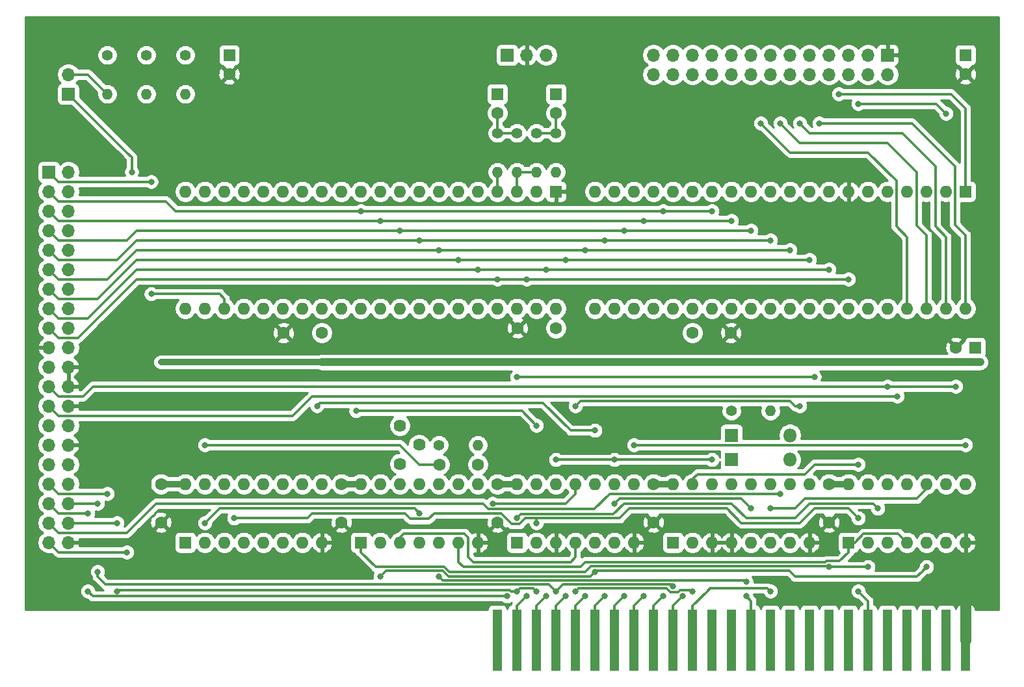
<source format=gbr>
%TF.GenerationSoftware,KiCad,Pcbnew,(5.1.12)-1*%
%TF.CreationDate,2025-05-01T22:50:31-05:00*%
%TF.ProjectId,apple_ay_8255,6170706c-655f-4617-995f-383235352e6b,rev?*%
%TF.SameCoordinates,Original*%
%TF.FileFunction,Copper,L2,Bot*%
%TF.FilePolarity,Positive*%
%FSLAX46Y46*%
G04 Gerber Fmt 4.6, Leading zero omitted, Abs format (unit mm)*
G04 Created by KiCad (PCBNEW (5.1.12)-1) date 2025-05-01 22:50:31*
%MOMM*%
%LPD*%
G01*
G04 APERTURE LIST*
%TA.AperFunction,ComponentPad*%
%ADD10C,1.600000*%
%TD*%
%TA.AperFunction,ComponentPad*%
%ADD11R,1.600000X1.600000*%
%TD*%
%TA.AperFunction,ComponentPad*%
%ADD12O,1.400000X1.400000*%
%TD*%
%TA.AperFunction,ComponentPad*%
%ADD13C,1.400000*%
%TD*%
%TA.AperFunction,ComponentPad*%
%ADD14O,1.700000X1.700000*%
%TD*%
%TA.AperFunction,ComponentPad*%
%ADD15R,1.700000X1.700000*%
%TD*%
%TA.AperFunction,SMDPad,CuDef*%
%ADD16R,1.270000X8.000000*%
%TD*%
%TA.AperFunction,ComponentPad*%
%ADD17C,1.620000*%
%TD*%
%TA.AperFunction,ComponentPad*%
%ADD18O,1.800000X1.800000*%
%TD*%
%TA.AperFunction,ComponentPad*%
%ADD19R,1.800000X1.800000*%
%TD*%
%TA.AperFunction,ComponentPad*%
%ADD20O,1.600000X1.600000*%
%TD*%
%TA.AperFunction,ViaPad*%
%ADD21C,0.800000*%
%TD*%
%TA.AperFunction,Conductor*%
%ADD22C,0.304800*%
%TD*%
%TA.AperFunction,Conductor*%
%ADD23C,0.812800*%
%TD*%
%TA.AperFunction,Conductor*%
%ADD24C,1.016000*%
%TD*%
%TA.AperFunction,Conductor*%
%ADD25C,1.422400*%
%TD*%
%TA.AperFunction,Conductor*%
%ADD26C,0.254000*%
%TD*%
%TA.AperFunction,Conductor*%
%ADD27C,0.100000*%
%TD*%
G04 APERTURE END LIST*
D10*
%TO.P,C14,2*%
%TO.N,GND*%
X135255000Y-73620000D03*
D11*
%TO.P,C14,1*%
%TO.N,VCC*%
X135255000Y-71120000D03*
%TD*%
D10*
%TO.P,C13,2*%
%TO.N,GND*%
X231140000Y-73620000D03*
D11*
%TO.P,C13,1*%
%TO.N,VCC*%
X231140000Y-71120000D03*
%TD*%
D10*
%TO.P,C12,2*%
%TO.N,GND*%
X229910000Y-109220000D03*
D11*
%TO.P,C12,1*%
%TO.N,VCC*%
X232410000Y-109220000D03*
%TD*%
D10*
%TO.P,C11,2*%
%TO.N,GND*%
X170180000Y-132000000D03*
%TO.P,C11,1*%
%TO.N,VCC*%
X170180000Y-127000000D03*
%TD*%
%TO.P,C10,2*%
%TO.N,GND*%
X172800000Y-106680000D03*
%TO.P,C10,1*%
%TO.N,VCC*%
X177800000Y-106680000D03*
%TD*%
%TO.P,C9,2*%
%TO.N,GND*%
X190500000Y-132000000D03*
%TO.P,C9,1*%
%TO.N,VCC*%
X190500000Y-127000000D03*
%TD*%
%TO.P,C8,2*%
%TO.N,GND*%
X149860000Y-132000000D03*
%TO.P,C8,1*%
%TO.N,VCC*%
X149860000Y-127000000D03*
%TD*%
%TO.P,C7,2*%
%TO.N,GND*%
X213360000Y-132000000D03*
%TO.P,C7,1*%
%TO.N,VCC*%
X213360000Y-127000000D03*
%TD*%
%TO.P,C6,2*%
%TO.N,GND*%
X126365000Y-132000000D03*
%TO.P,C6,1*%
%TO.N,VCC*%
X126365000Y-127000000D03*
%TD*%
%TO.P,C5,2*%
%TO.N,GND*%
X200580000Y-107315000D03*
%TO.P,C5,1*%
%TO.N,VCC*%
X195580000Y-107315000D03*
%TD*%
%TO.P,C4,2*%
%TO.N,GND*%
X142320000Y-107315000D03*
%TO.P,C4,1*%
%TO.N,VCC*%
X147320000Y-107315000D03*
%TD*%
D12*
%TO.P,R9,2*%
%TO.N,Net-(R9-Pad2)*%
X177800000Y-86360000D03*
D13*
%TO.P,R9,1*%
%TO.N,Net-(C3-Pad2)*%
X177800000Y-81280000D03*
%TD*%
D12*
%TO.P,R8,2*%
%TO.N,Net-(R7-Pad2)*%
X175260000Y-86360000D03*
D13*
%TO.P,R8,1*%
%TO.N,Net-(C3-Pad2)*%
X175260000Y-81280000D03*
%TD*%
D12*
%TO.P,R7,2*%
%TO.N,Net-(R7-Pad2)*%
X172720000Y-86360000D03*
D13*
%TO.P,R7,1*%
%TO.N,Net-(C2-Pad2)*%
X172720000Y-81280000D03*
%TD*%
D12*
%TO.P,R6,2*%
%TO.N,Net-(R6-Pad2)*%
X170180000Y-86360000D03*
D13*
%TO.P,R6,1*%
%TO.N,Net-(C2-Pad2)*%
X170180000Y-81280000D03*
%TD*%
D14*
%TO.P,J4,3*%
%TO.N,Net-(C3-Pad1)*%
X176530000Y-71120000D03*
%TO.P,J4,2*%
%TO.N,GND*%
X173990000Y-71120000D03*
D15*
%TO.P,J4,1*%
%TO.N,Net-(C2-Pad1)*%
X171450000Y-71120000D03*
%TD*%
D10*
%TO.P,C3,2*%
%TO.N,Net-(C3-Pad2)*%
X177800000Y-78700000D03*
D11*
%TO.P,C3,1*%
%TO.N,Net-(C3-Pad1)*%
X177800000Y-76200000D03*
%TD*%
D10*
%TO.P,C2,2*%
%TO.N,Net-(C2-Pad2)*%
X170180000Y-78700000D03*
D11*
%TO.P,C2,1*%
%TO.N,Net-(C2-Pad1)*%
X170180000Y-76200000D03*
%TD*%
D10*
%TO.P,C1,2*%
%TO.N,Net-(C1-Pad2)*%
X162640000Y-124460000D03*
%TO.P,C1,1*%
%TO.N,Net-(C1-Pad1)*%
X167640000Y-124460000D03*
%TD*%
D16*
%TO.P,J2,50*%
%TO.N,Net-(J2-Pad50)*%
X170180000Y-147320000D03*
%TO.P,J2,49*%
%TO.N,/D0*%
X172720000Y-147320000D03*
%TO.P,J2,48*%
%TO.N,/D1*%
X175260000Y-147320000D03*
%TO.P,J2,47*%
%TO.N,/D2*%
X177800000Y-147320000D03*
%TO.P,J2,46*%
%TO.N,/D3*%
X180340000Y-147320000D03*
%TO.P,J2,45*%
%TO.N,/D4*%
X182880000Y-147320000D03*
%TO.P,J2,44*%
%TO.N,/D5*%
X185420000Y-147320000D03*
%TO.P,J2,43*%
%TO.N,/D6*%
X187960000Y-147320000D03*
%TO.P,J2,42*%
%TO.N,/D7*%
X190500000Y-147320000D03*
%TO.P,J2,41*%
%TO.N,/devsel*%
X193040000Y-147320000D03*
%TO.P,J2,40*%
%TO.N,/PHI0*%
X195580000Y-147320000D03*
%TO.P,J2,39*%
%TO.N,Net-(J2-Pad39)*%
X198120000Y-147320000D03*
%TO.P,J2,38*%
%TO.N,/PHI1*%
X200660000Y-147320000D03*
%TO.P,J2,37*%
%TO.N,/Q3*%
X203200000Y-147320000D03*
%TO.P,J2,36*%
%TO.N,Net-(J2-Pad36)*%
X205740000Y-147320000D03*
%TO.P,J2,35*%
%TO.N,Net-(J2-Pad35)*%
X208280000Y-147320000D03*
%TO.P,J2,34*%
%TO.N,Net-(J2-Pad34)*%
X210820000Y-147320000D03*
%TO.P,J2,33*%
%TO.N,Net-(J2-Pad33)*%
X213360000Y-147320000D03*
%TO.P,J2,32*%
%TO.N,Net-(J2-Pad32)*%
X215900000Y-147320000D03*
%TO.P,J2,31*%
%TO.N,/RES*%
X218440000Y-147320000D03*
%TO.P,J2,30*%
%TO.N,Net-(J2-Pad30)*%
X220980000Y-147320000D03*
%TO.P,J2,29*%
%TO.N,Net-(J2-Pad29)*%
X223520000Y-147320000D03*
%TO.P,J2,28*%
%TO.N,Net-(J2-Pad28)*%
X226060000Y-147320000D03*
%TO.P,J2,27*%
%TO.N,Net-(J2-Pad27)*%
X228600000Y-147320000D03*
%TO.P,J2,26*%
%TO.N,GND*%
X231140000Y-147320000D03*
%TD*%
D17*
%TO.P,RV1,1*%
%TO.N,Net-(R1-Pad1)*%
X157480000Y-119380000D03*
%TO.P,RV1,2*%
%TO.N,Net-(RV1-Pad2)*%
X159980000Y-121880000D03*
%TO.P,RV1,3*%
X157480000Y-124380000D03*
%TD*%
D12*
%TO.P,R5,2*%
%TO.N,Net-(J3-Pad34)*%
X124460000Y-76200000D03*
D13*
%TO.P,R5,1*%
%TO.N,VCC*%
X124460000Y-71120000D03*
%TD*%
D12*
%TO.P,R4,2*%
%TO.N,Net-(J3-Pad38)*%
X129540000Y-76200000D03*
D13*
%TO.P,R4,1*%
%TO.N,VCC*%
X129540000Y-71120000D03*
%TD*%
D12*
%TO.P,R3,2*%
%TO.N,/IDECS0*%
X205740000Y-117475000D03*
D13*
%TO.P,R3,1*%
%TO.N,VCC*%
X200660000Y-117475000D03*
%TD*%
D12*
%TO.P,R2,2*%
%TO.N,Net-(D3-Pad2)*%
X119380000Y-76200000D03*
D13*
%TO.P,R2,1*%
%TO.N,VCC*%
X119380000Y-71120000D03*
%TD*%
D12*
%TO.P,R1,2*%
%TO.N,Net-(C1-Pad1)*%
X167640000Y-121920000D03*
D13*
%TO.P,R1,1*%
%TO.N,Net-(R1-Pad1)*%
X162560000Y-121920000D03*
%TD*%
D14*
%TO.P,J3,40*%
%TO.N,GND*%
X114300000Y-134620000D03*
%TO.P,J3,39*%
%TO.N,/ACT*%
X111760000Y-134620000D03*
%TO.P,J3,38*%
%TO.N,Net-(J3-Pad38)*%
X114300000Y-132080000D03*
%TO.P,J3,37*%
%TO.N,/IDECS0*%
X111760000Y-132080000D03*
%TO.P,J3,36*%
%TO.N,/AD2*%
X114300000Y-129540000D03*
%TO.P,J3,35*%
%TO.N,/AD0*%
X111760000Y-129540000D03*
%TO.P,J3,34*%
%TO.N,Net-(J3-Pad34)*%
X114300000Y-127000000D03*
%TO.P,J3,33*%
%TO.N,/AD1*%
X111760000Y-127000000D03*
%TO.P,J3,32*%
%TO.N,Net-(J3-Pad32)*%
X114300000Y-124460000D03*
%TO.P,J3,31*%
%TO.N,Net-(J3-Pad31)*%
X111760000Y-124460000D03*
%TO.P,J3,30*%
%TO.N,GND*%
X114300000Y-121920000D03*
%TO.P,J3,29*%
%TO.N,Net-(J3-Pad29)*%
X111760000Y-121920000D03*
%TO.P,J3,28*%
%TO.N,Net-(J3-Pad28)*%
X114300000Y-119380000D03*
%TO.P,J3,27*%
%TO.N,Net-(J3-Pad27)*%
X111760000Y-119380000D03*
%TO.P,J3,26*%
%TO.N,GND*%
X114300000Y-116840000D03*
%TO.P,J3,25*%
%TO.N,/RD*%
X111760000Y-116840000D03*
%TO.P,J3,24*%
%TO.N,GND*%
X114300000Y-114300000D03*
%TO.P,J3,23*%
%TO.N,/WR*%
X111760000Y-114300000D03*
%TO.P,J3,22*%
%TO.N,GND*%
X114300000Y-111760000D03*
%TO.P,J3,21*%
%TO.N,Net-(J3-Pad21)*%
X111760000Y-111760000D03*
%TO.P,J3,20*%
%TO.N,Net-(J3-Pad20)*%
X114300000Y-109220000D03*
%TO.P,J3,19*%
%TO.N,GND*%
X111760000Y-109220000D03*
%TO.P,J3,18*%
%TO.N,Net-(J3-Pad18)*%
X114300000Y-106680000D03*
%TO.P,J3,17*%
%TO.N,/D0*%
X111760000Y-106680000D03*
%TO.P,J3,16*%
%TO.N,Net-(J3-Pad16)*%
X114300000Y-104140000D03*
%TO.P,J3,15*%
%TO.N,/D1*%
X111760000Y-104140000D03*
%TO.P,J3,14*%
%TO.N,Net-(J3-Pad14)*%
X114300000Y-101600000D03*
%TO.P,J3,13*%
%TO.N,/D2*%
X111760000Y-101600000D03*
%TO.P,J3,12*%
%TO.N,Net-(J3-Pad12)*%
X114300000Y-99060000D03*
%TO.P,J3,11*%
%TO.N,/D3*%
X111760000Y-99060000D03*
%TO.P,J3,10*%
%TO.N,Net-(J3-Pad10)*%
X114300000Y-96520000D03*
%TO.P,J3,9*%
%TO.N,/D4*%
X111760000Y-96520000D03*
%TO.P,J3,8*%
%TO.N,Net-(J3-Pad8)*%
X114300000Y-93980000D03*
%TO.P,J3,7*%
%TO.N,/D5*%
X111760000Y-93980000D03*
%TO.P,J3,6*%
%TO.N,Net-(J3-Pad6)*%
X114300000Y-91440000D03*
%TO.P,J3,5*%
%TO.N,/D6*%
X111760000Y-91440000D03*
%TO.P,J3,4*%
%TO.N,Net-(J3-Pad4)*%
X114300000Y-88900000D03*
%TO.P,J3,3*%
%TO.N,/D7*%
X111760000Y-88900000D03*
%TO.P,J3,2*%
%TO.N,Net-(J3-Pad2)*%
X114300000Y-86360000D03*
D15*
%TO.P,J3,1*%
%TO.N,/RES*%
X111760000Y-86360000D03*
%TD*%
D14*
%TO.P,D3,2*%
%TO.N,Net-(D3-Pad2)*%
X114300000Y-73660000D03*
D15*
%TO.P,D3,1*%
%TO.N,/ACT*%
X114300000Y-76200000D03*
%TD*%
D18*
%TO.P,D2,2*%
%TO.N,/IDECS0*%
X208280000Y-120650000D03*
D19*
%TO.P,D2,1*%
%TO.N,Net-(D2-Pad1)*%
X200660000Y-120650000D03*
%TD*%
D18*
%TO.P,D1,2*%
%TO.N,/IDECS0*%
X208280000Y-123825000D03*
D19*
%TO.P,D1,1*%
%TO.N,Net-(D1-Pad1)*%
X200660000Y-123825000D03*
%TD*%
D20*
%TO.P,U7,40*%
%TO.N,VCC*%
X177800000Y-104140000D03*
%TO.P,U7,20*%
%TO.N,Net-(U7-Pad20)*%
X129540000Y-88900000D03*
%TO.P,U7,39*%
%TO.N,Net-(U7-Pad39)*%
X175260000Y-104140000D03*
%TO.P,U7,19*%
%TO.N,Net-(U7-Pad19)*%
X132080000Y-88900000D03*
%TO.P,U7,38*%
%TO.N,Net-(R9-Pad2)*%
X172720000Y-104140000D03*
%TO.P,U7,18*%
%TO.N,Net-(U7-Pad18)*%
X134620000Y-88900000D03*
%TO.P,U7,37*%
%TO.N,/D0*%
X170180000Y-104140000D03*
%TO.P,U7,17*%
%TO.N,Net-(U7-Pad17)*%
X137160000Y-88900000D03*
%TO.P,U7,36*%
%TO.N,/D1*%
X167640000Y-104140000D03*
%TO.P,U7,16*%
%TO.N,Net-(U7-Pad16)*%
X139700000Y-88900000D03*
%TO.P,U7,35*%
%TO.N,/D2*%
X165100000Y-104140000D03*
%TO.P,U7,15*%
%TO.N,Net-(U7-Pad15)*%
X142240000Y-88900000D03*
%TO.P,U7,34*%
%TO.N,/D3*%
X162560000Y-104140000D03*
%TO.P,U7,14*%
%TO.N,Net-(U7-Pad14)*%
X144780000Y-88900000D03*
%TO.P,U7,33*%
%TO.N,/D4*%
X160020000Y-104140000D03*
%TO.P,U7,13*%
%TO.N,Net-(U7-Pad13)*%
X147320000Y-88900000D03*
%TO.P,U7,32*%
%TO.N,/D5*%
X157480000Y-104140000D03*
%TO.P,U7,12*%
%TO.N,Net-(U7-Pad12)*%
X149860000Y-88900000D03*
%TO.P,U7,31*%
%TO.N,/D6*%
X154940000Y-104140000D03*
%TO.P,U7,11*%
%TO.N,Net-(U7-Pad11)*%
X152400000Y-88900000D03*
%TO.P,U7,30*%
%TO.N,/D7*%
X152400000Y-104140000D03*
%TO.P,U7,10*%
%TO.N,Net-(U7-Pad10)*%
X154940000Y-88900000D03*
%TO.P,U7,29*%
%TO.N,Net-(U2-Pad13)*%
X149860000Y-104140000D03*
%TO.P,U7,9*%
%TO.N,Net-(U7-Pad9)*%
X157480000Y-88900000D03*
%TO.P,U7,28*%
%TO.N,VCC*%
X147320000Y-104140000D03*
%TO.P,U7,8*%
%TO.N,Net-(U7-Pad8)*%
X160020000Y-88900000D03*
%TO.P,U7,27*%
%TO.N,Net-(U2-Pad10)*%
X144780000Y-104140000D03*
%TO.P,U7,7*%
%TO.N,Net-(U7-Pad7)*%
X162560000Y-88900000D03*
%TO.P,U7,26*%
%TO.N,Net-(U7-Pad26)*%
X142240000Y-104140000D03*
%TO.P,U7,6*%
%TO.N,Net-(U7-Pad6)*%
X165100000Y-88900000D03*
%TO.P,U7,25*%
%TO.N,Net-(U7-Pad25)*%
X139700000Y-104140000D03*
%TO.P,U7,5*%
%TO.N,Net-(U7-Pad5)*%
X167640000Y-88900000D03*
%TO.P,U7,24*%
%TO.N,Net-(U7-Pad24)*%
X137160000Y-104140000D03*
%TO.P,U7,4*%
%TO.N,Net-(R6-Pad2)*%
X170180000Y-88900000D03*
%TO.P,U7,23*%
%TO.N,/RES*%
X134620000Y-104140000D03*
%TO.P,U7,3*%
%TO.N,Net-(R7-Pad2)*%
X172720000Y-88900000D03*
%TO.P,U7,22*%
%TO.N,Net-(C1-Pad2)*%
X132080000Y-104140000D03*
%TO.P,U7,2*%
%TO.N,Net-(U7-Pad2)*%
X175260000Y-88900000D03*
%TO.P,U7,21*%
%TO.N,Net-(U7-Pad21)*%
X129540000Y-104140000D03*
D11*
%TO.P,U7,1*%
%TO.N,GND*%
X177800000Y-88900000D03*
%TD*%
D20*
%TO.P,U5,16*%
%TO.N,VCC*%
X129540000Y-127000000D03*
%TO.P,U5,8*%
%TO.N,GND*%
X147320000Y-134620000D03*
%TO.P,U5,15*%
%TO.N,Net-(U1-Pad4)*%
X132080000Y-127000000D03*
%TO.P,U5,7*%
%TO.N,Net-(U5-Pad7)*%
X144780000Y-134620000D03*
%TO.P,U5,14*%
%TO.N,Net-(U5-Pad14)*%
X134620000Y-127000000D03*
%TO.P,U5,6*%
%TO.N,Net-(U5-Pad6)*%
X142240000Y-134620000D03*
%TO.P,U5,13*%
%TO.N,Net-(U5-Pad13)*%
X137160000Y-127000000D03*
%TO.P,U5,5*%
%TO.N,Net-(U5-Pad5)*%
X139700000Y-134620000D03*
%TO.P,U5,12*%
%TO.N,Net-(U5-Pad12)*%
X139700000Y-127000000D03*
%TO.P,U5,4*%
%TO.N,Net-(U5-Pad4)*%
X137160000Y-134620000D03*
%TO.P,U5,11*%
%TO.N,Net-(U5-Pad11)*%
X142240000Y-127000000D03*
%TO.P,U5,3*%
%TO.N,Net-(U5-Pad3)*%
X134620000Y-134620000D03*
%TO.P,U5,10*%
%TO.N,Net-(U5-Pad10)*%
X144780000Y-127000000D03*
%TO.P,U5,2*%
%TO.N,Net-(U5-Pad2)*%
X132080000Y-134620000D03*
%TO.P,U5,9*%
%TO.N,Net-(U5-Pad9)*%
X147320000Y-127000000D03*
D11*
%TO.P,U5,1*%
%TO.N,Net-(U5-Pad1)*%
X129540000Y-134620000D03*
%TD*%
D20*
%TO.P,U4,16*%
%TO.N,VCC*%
X193040000Y-127000000D03*
%TO.P,U4,8*%
%TO.N,GND*%
X210820000Y-134620000D03*
%TO.P,U4,15*%
%TO.N,/CS55*%
X195580000Y-127000000D03*
%TO.P,U4,7*%
%TO.N,Net-(U4-Pad7)*%
X208280000Y-134620000D03*
%TO.P,U4,14*%
%TO.N,/AYSEL*%
X198120000Y-127000000D03*
%TO.P,U4,6*%
%TO.N,/PHI0*%
X205740000Y-134620000D03*
%TO.P,U4,13*%
%TO.N,Net-(D1-Pad1)*%
X200660000Y-127000000D03*
%TO.P,U4,5*%
%TO.N,/devsel*%
X203200000Y-134620000D03*
%TO.P,U4,12*%
%TO.N,Net-(D2-Pad1)*%
X203200000Y-127000000D03*
%TO.P,U4,4*%
%TO.N,GND*%
X200660000Y-134620000D03*
%TO.P,U4,11*%
%TO.N,Net-(U4-Pad11)*%
X205740000Y-127000000D03*
%TO.P,U4,3*%
%TO.N,GND*%
X198120000Y-134620000D03*
%TO.P,U4,10*%
%TO.N,Net-(U4-Pad10)*%
X208280000Y-127000000D03*
%TO.P,U4,2*%
%TO.N,/AD3*%
X195580000Y-134620000D03*
%TO.P,U4,9*%
%TO.N,Net-(U4-Pad9)*%
X210820000Y-127000000D03*
D11*
%TO.P,U4,1*%
%TO.N,/AD2*%
X193040000Y-134620000D03*
%TD*%
D20*
%TO.P,U3,14*%
%TO.N,VCC*%
X215900000Y-127000000D03*
%TO.P,U3,7*%
%TO.N,GND*%
X231140000Y-134620000D03*
%TO.P,U3,13*%
%TO.N,N/C*%
X218440000Y-127000000D03*
%TO.P,U3,6*%
%TO.N,/WR*%
X228600000Y-134620000D03*
%TO.P,U3,12*%
%TO.N,N/C*%
X220980000Y-127000000D03*
%TO.P,U3,5*%
%TO.N,/RWn*%
X226060000Y-134620000D03*
%TO.P,U3,11*%
%TO.N,N/C*%
X223520000Y-127000000D03*
%TO.P,U3,4*%
%TO.N,Net-(U1-Pad6)*%
X223520000Y-134620000D03*
%TO.P,U3,10*%
%TO.N,/PHI0*%
X226060000Y-127000000D03*
%TO.P,U3,3*%
%TO.N,/RD*%
X220980000Y-134620000D03*
%TO.P,U3,9*%
%TO.N,/RWn*%
X228600000Y-127000000D03*
%TO.P,U3,2*%
%TO.N,/RW*%
X218440000Y-134620000D03*
%TO.P,U3,8*%
%TO.N,Net-(U2-Pad8)*%
X231140000Y-127000000D03*
D11*
%TO.P,U3,1*%
%TO.N,Net-(U1-Pad6)*%
X215900000Y-134620000D03*
%TD*%
D20*
%TO.P,U2,14*%
%TO.N,VCC*%
X172720000Y-127000000D03*
%TO.P,U2,7*%
%TO.N,GND*%
X187960000Y-134620000D03*
%TO.P,U2,13*%
%TO.N,Net-(U2-Pad13)*%
X175260000Y-127000000D03*
%TO.P,U2,6*%
%TO.N,Net-(D2-Pad1)*%
X185420000Y-134620000D03*
%TO.P,U2,12*%
%TO.N,/AYSEL*%
X177800000Y-127000000D03*
%TO.P,U2,5*%
%TO.N,/RWn*%
X182880000Y-134620000D03*
%TO.P,U2,11*%
%TO.N,/AD0*%
X180340000Y-127000000D03*
%TO.P,U2,4*%
%TO.N,Net-(U1-Pad3)*%
X180340000Y-134620000D03*
%TO.P,U2,10*%
%TO.N,Net-(U2-Pad10)*%
X182880000Y-127000000D03*
%TO.P,U2,3*%
%TO.N,GND*%
X177800000Y-134620000D03*
%TO.P,U2,9*%
%TO.N,/AYSEL*%
X185420000Y-127000000D03*
%TO.P,U2,2*%
%TO.N,/RES*%
X175260000Y-134620000D03*
%TO.P,U2,8*%
%TO.N,Net-(U2-Pad8)*%
X187960000Y-127000000D03*
D11*
%TO.P,U2,1*%
%TO.N,Net-(U2-Pad1)*%
X172720000Y-134620000D03*
%TD*%
D20*
%TO.P,U1,14*%
%TO.N,VCC*%
X152400000Y-127000000D03*
%TO.P,U1,7*%
%TO.N,GND*%
X167640000Y-134620000D03*
%TO.P,U1,13*%
%TO.N,N/C*%
X154940000Y-127000000D03*
%TO.P,U1,6*%
%TO.N,Net-(U1-Pad6)*%
X165100000Y-134620000D03*
%TO.P,U1,12*%
%TO.N,N/C*%
X157480000Y-127000000D03*
%TO.P,U1,5*%
%TO.N,/Q3*%
X162560000Y-134620000D03*
%TO.P,U1,11*%
%TO.N,Net-(RV1-Pad2)*%
X160020000Y-127000000D03*
%TO.P,U1,4*%
%TO.N,Net-(U1-Pad4)*%
X160020000Y-134620000D03*
%TO.P,U1,10*%
%TO.N,Net-(C1-Pad2)*%
X162560000Y-127000000D03*
%TO.P,U1,3*%
%TO.N,Net-(U1-Pad3)*%
X157480000Y-134620000D03*
%TO.P,U1,9*%
%TO.N,Net-(C1-Pad1)*%
X165100000Y-127000000D03*
%TO.P,U1,2*%
%TO.N,/RWn*%
X154940000Y-134620000D03*
%TO.P,U1,8*%
%TO.N,Net-(RV1-Pad2)*%
X167640000Y-127000000D03*
D11*
%TO.P,U1,1*%
%TO.N,/RW*%
X152400000Y-134620000D03*
%TD*%
D14*
%TO.P,J1,26*%
%TO.N,/PB2*%
X190500000Y-73660000D03*
%TO.P,J1,25*%
%TO.N,/PB3*%
X190500000Y-71120000D03*
%TO.P,J1,24*%
%TO.N,/PB1*%
X193040000Y-73660000D03*
%TO.P,J1,23*%
%TO.N,/PB4*%
X193040000Y-71120000D03*
%TO.P,J1,22*%
%TO.N,/PB0*%
X195580000Y-73660000D03*
%TO.P,J1,21*%
%TO.N,/PB5*%
X195580000Y-71120000D03*
%TO.P,J1,20*%
%TO.N,/PC3*%
X198120000Y-73660000D03*
%TO.P,J1,19*%
%TO.N,/PB6*%
X198120000Y-71120000D03*
%TO.P,J1,18*%
%TO.N,/PC2*%
X200660000Y-73660000D03*
%TO.P,J1,17*%
%TO.N,/PB7*%
X200660000Y-71120000D03*
%TO.P,J1,16*%
%TO.N,/PC1*%
X203200000Y-73660000D03*
%TO.P,J1,15*%
%TO.N,/PA7*%
X203200000Y-71120000D03*
%TO.P,J1,14*%
%TO.N,/PC0*%
X205740000Y-73660000D03*
%TO.P,J1,13*%
%TO.N,/PA6*%
X205740000Y-71120000D03*
%TO.P,J1,12*%
%TO.N,/PC4*%
X208280000Y-73660000D03*
%TO.P,J1,11*%
%TO.N,/PA5*%
X208280000Y-71120000D03*
%TO.P,J1,10*%
%TO.N,/PC5*%
X210820000Y-73660000D03*
%TO.P,J1,9*%
%TO.N,/PA4*%
X210820000Y-71120000D03*
%TO.P,J1,8*%
%TO.N,/PC6*%
X213360000Y-73660000D03*
%TO.P,J1,7*%
%TO.N,/PA3*%
X213360000Y-71120000D03*
%TO.P,J1,6*%
%TO.N,/PC7*%
X215900000Y-73660000D03*
%TO.P,J1,5*%
%TO.N,/PA2*%
X215900000Y-71120000D03*
%TO.P,J1,4*%
%TO.N,/PA0*%
X218440000Y-73660000D03*
%TO.P,J1,3*%
%TO.N,/PA1*%
X218440000Y-71120000D03*
%TO.P,J1,2*%
%TO.N,VCC*%
X220980000Y-73660000D03*
D15*
%TO.P,J1,1*%
%TO.N,GND*%
X220980000Y-71120000D03*
%TD*%
D20*
%TO.P,U6,40*%
%TO.N,/PA4*%
X231140000Y-104140000D03*
%TO.P,U6,20*%
%TO.N,/PB2*%
X182880000Y-88900000D03*
%TO.P,U6,39*%
%TO.N,/PA5*%
X228600000Y-104140000D03*
%TO.P,U6,19*%
%TO.N,/PB1*%
X185420000Y-88900000D03*
%TO.P,U6,38*%
%TO.N,/PA6*%
X226060000Y-104140000D03*
%TO.P,U6,18*%
%TO.N,/PB0*%
X187960000Y-88900000D03*
%TO.P,U6,37*%
%TO.N,/PA7*%
X223520000Y-104140000D03*
%TO.P,U6,17*%
%TO.N,/PC3*%
X190500000Y-88900000D03*
%TO.P,U6,36*%
%TO.N,/WR*%
X220980000Y-104140000D03*
%TO.P,U6,16*%
%TO.N,/PC2*%
X193040000Y-88900000D03*
%TO.P,U6,35*%
%TO.N,Net-(U2-Pad1)*%
X218440000Y-104140000D03*
%TO.P,U6,15*%
%TO.N,/PC1*%
X195580000Y-88900000D03*
%TO.P,U6,34*%
%TO.N,/D0*%
X215900000Y-104140000D03*
%TO.P,U6,14*%
%TO.N,/PC0*%
X198120000Y-88900000D03*
%TO.P,U6,33*%
%TO.N,/D1*%
X213360000Y-104140000D03*
%TO.P,U6,13*%
%TO.N,/PC4*%
X200660000Y-88900000D03*
%TO.P,U6,32*%
%TO.N,/D2*%
X210820000Y-104140000D03*
%TO.P,U6,12*%
%TO.N,/PC5*%
X203200000Y-88900000D03*
%TO.P,U6,31*%
%TO.N,/D3*%
X208280000Y-104140000D03*
%TO.P,U6,11*%
%TO.N,/PC6*%
X205740000Y-88900000D03*
%TO.P,U6,30*%
%TO.N,/D4*%
X205740000Y-104140000D03*
%TO.P,U6,10*%
%TO.N,/PC7*%
X208280000Y-88900000D03*
%TO.P,U6,29*%
%TO.N,/D5*%
X203200000Y-104140000D03*
%TO.P,U6,9*%
%TO.N,/AD0*%
X210820000Y-88900000D03*
%TO.P,U6,28*%
%TO.N,/D6*%
X200660000Y-104140000D03*
%TO.P,U6,8*%
%TO.N,/AD1*%
X213360000Y-88900000D03*
%TO.P,U6,27*%
%TO.N,/D7*%
X198120000Y-104140000D03*
%TO.P,U6,7*%
%TO.N,GND*%
X215900000Y-88900000D03*
%TO.P,U6,26*%
%TO.N,VCC*%
X195580000Y-104140000D03*
%TO.P,U6,6*%
%TO.N,/CS55*%
X218440000Y-88900000D03*
%TO.P,U6,25*%
%TO.N,/PB7*%
X193040000Y-104140000D03*
%TO.P,U6,5*%
%TO.N,/RD*%
X220980000Y-88900000D03*
%TO.P,U6,24*%
%TO.N,/PB6*%
X190500000Y-104140000D03*
%TO.P,U6,4*%
%TO.N,/PA0*%
X223520000Y-88900000D03*
%TO.P,U6,23*%
%TO.N,/PB5*%
X187960000Y-104140000D03*
%TO.P,U6,3*%
%TO.N,/PA1*%
X226060000Y-88900000D03*
%TO.P,U6,22*%
%TO.N,/PB4*%
X185420000Y-104140000D03*
%TO.P,U6,2*%
%TO.N,/PA2*%
X228600000Y-88900000D03*
%TO.P,U6,21*%
%TO.N,/PB3*%
X182880000Y-104140000D03*
D11*
%TO.P,U6,1*%
%TO.N,/PA3*%
X231140000Y-88900000D03*
%TD*%
D21*
%TO.N,/PA4*%
X212090000Y-80010000D03*
%TO.N,/PA5*%
X209550000Y-80010000D03*
%TO.N,/PA6*%
X207010000Y-80010000D03*
%TO.N,/PA7*%
X204470000Y-80010000D03*
%TO.N,/D0*%
X170180000Y-100330000D03*
X215900000Y-100330000D03*
X173990000Y-141605000D03*
X173990000Y-100330000D03*
%TO.N,/D1*%
X167640000Y-99060000D03*
X213360000Y-99060000D03*
X176530000Y-141605000D03*
X176530000Y-99060000D03*
%TO.N,/D2*%
X165100000Y-97790000D03*
X210820000Y-97790000D03*
X179070000Y-141605000D03*
X179070000Y-97790000D03*
%TO.N,/D3*%
X162560000Y-96520000D03*
X208280000Y-96520000D03*
X181610000Y-141605000D03*
X181610000Y-96520000D03*
%TO.N,/D4*%
X160020000Y-95250000D03*
X205740000Y-95250000D03*
X184150000Y-141605000D03*
X184150000Y-95250000D03*
%TO.N,/D5*%
X157480000Y-93980000D03*
X203200000Y-93980000D03*
X186690000Y-141605000D03*
X186690000Y-93980000D03*
%TO.N,/D6*%
X154940000Y-92710000D03*
X200660000Y-92710000D03*
X189230000Y-141605000D03*
X189230000Y-92710000D03*
%TO.N,/D7*%
X152400000Y-91440000D03*
X198120000Y-91440000D03*
X191770000Y-141605000D03*
X191770000Y-91440000D03*
%TO.N,/PA2*%
X217170000Y-77470000D03*
X228600000Y-78740000D03*
%TO.N,/PA3*%
X214630000Y-76200000D03*
%TO.N,VCC*%
X195580000Y-111125000D03*
X233045000Y-111125000D03*
X147320000Y-111125000D03*
X177800000Y-111125000D03*
X149860000Y-111125000D03*
X190500000Y-111125000D03*
X213360000Y-111125000D03*
X200660000Y-111125000D03*
X170180000Y-111125000D03*
X126365000Y-111125000D03*
%TO.N,GND*%
X169545000Y-134620000D03*
X190500000Y-134620000D03*
X110490000Y-138430000D03*
X111760000Y-138430000D03*
X113030000Y-138430000D03*
X114300000Y-138430000D03*
X111125000Y-139700000D03*
X112395000Y-139700000D03*
X113665000Y-139700000D03*
X114935000Y-139700000D03*
X123825000Y-120015000D03*
X123825000Y-121285000D03*
X123825000Y-122555000D03*
X123825000Y-123825000D03*
X128270000Y-120015000D03*
X128270000Y-121285000D03*
X128270000Y-122555000D03*
X128270000Y-123825000D03*
X133985000Y-123190000D03*
X133985000Y-124460000D03*
X133985000Y-120650000D03*
X133985000Y-119380000D03*
X116840000Y-124460000D03*
X116840000Y-123190000D03*
X116840000Y-121920000D03*
X116840000Y-120650000D03*
X116840000Y-119380000D03*
X129540000Y-137795000D03*
X130810000Y-137795000D03*
X132080000Y-137795000D03*
X133350000Y-137795000D03*
X134620000Y-137795000D03*
X169545000Y-135890000D03*
X198120000Y-131445000D03*
X195580000Y-131445000D03*
X190500000Y-135890000D03*
X194310000Y-132080000D03*
X196850000Y-132080000D03*
X199390000Y-132080000D03*
X213360000Y-134620000D03*
X213360000Y-135890000D03*
X223520000Y-132080000D03*
X224790000Y-132080000D03*
X220980000Y-137795000D03*
X222885000Y-137795000D03*
X220980000Y-140970000D03*
X222885000Y-140970000D03*
X224790000Y-140970000D03*
X212090000Y-140970000D03*
X210820000Y-140970000D03*
X209550000Y-140970000D03*
X208280000Y-140970000D03*
X215265000Y-117475000D03*
X215265000Y-120015000D03*
X218440000Y-120015000D03*
X220980000Y-120015000D03*
X224155000Y-120015000D03*
X224155000Y-117475000D03*
X220980000Y-117475000D03*
X218440000Y-117475000D03*
X211455000Y-117475000D03*
X211455000Y-120015000D03*
X223520000Y-130175000D03*
X219075000Y-132080000D03*
X177800000Y-132715000D03*
X180340000Y-132715000D03*
X182880000Y-132715000D03*
X177800000Y-121920000D03*
X185420000Y-121920000D03*
X187960000Y-108585000D03*
X185420000Y-108585000D03*
X182880000Y-108585000D03*
X175260000Y-108585000D03*
X194310000Y-102235000D03*
X196850000Y-102235000D03*
X202565000Y-91440000D03*
X204470000Y-91440000D03*
X207010000Y-91440000D03*
X209550000Y-91440000D03*
X212090000Y-91440000D03*
X214630000Y-91440000D03*
X217170000Y-91440000D03*
X231140000Y-91440000D03*
X227330000Y-99695000D03*
X229870000Y-99695000D03*
X219710000Y-91440000D03*
X219710000Y-102235000D03*
X219710000Y-99695000D03*
X222250000Y-99060000D03*
X222250000Y-100330000D03*
X226695000Y-69850000D03*
X226695000Y-71120000D03*
X226695000Y-72390000D03*
X226695000Y-73660000D03*
X226695000Y-74930000D03*
X180975000Y-69850000D03*
X180975000Y-71120000D03*
X180975000Y-72390000D03*
X180975000Y-73660000D03*
X180975000Y-74930000D03*
X166370000Y-70485000D03*
X166370000Y-71755000D03*
X166370000Y-73025000D03*
X166370000Y-74295000D03*
X166370000Y-75565000D03*
X128270000Y-116205000D03*
X130175000Y-116205000D03*
X130175000Y-113030000D03*
X128270000Y-113030000D03*
X128270000Y-109220000D03*
X130175000Y-109220000D03*
X124460000Y-109220000D03*
X124460000Y-113030000D03*
X124460000Y-116205000D03*
X117475000Y-116205000D03*
X117475000Y-113030000D03*
X117475000Y-109220000D03*
X165100000Y-132080000D03*
X163830000Y-132080000D03*
X162560000Y-132080000D03*
X156845000Y-132080000D03*
X155575000Y-132080000D03*
X154305000Y-132080000D03*
X168275000Y-118745000D03*
X166370000Y-118745000D03*
X164465000Y-118745000D03*
X162560000Y-118745000D03*
X185420000Y-118745000D03*
X187960000Y-118745000D03*
X193040000Y-118745000D03*
X182880000Y-118110000D03*
X224155000Y-124460000D03*
X220980000Y-124460000D03*
X215265000Y-123190000D03*
X211455000Y-123190000D03*
%TO.N,/devsel*%
X194310000Y-141605000D03*
%TO.N,/PHI0*%
X205740000Y-140970000D03*
X205740000Y-130175000D03*
%TO.N,/Q3*%
X162560000Y-139065000D03*
X202565000Y-139700000D03*
X202565000Y-141605000D03*
%TO.N,/RES*%
X217170000Y-131445000D03*
X217170000Y-140970000D03*
X135890000Y-131445000D03*
X125095000Y-102235000D03*
X125095000Y-87630000D03*
X175260000Y-132080000D03*
%TO.N,/RW*%
X213360000Y-137795000D03*
X218440000Y-137795000D03*
%TO.N,/AD3*%
X180340000Y-140970000D03*
X195580000Y-140970000D03*
%TO.N,/AD2*%
X177800000Y-140970000D03*
X193040000Y-140335000D03*
X118110000Y-138430000D03*
X118110000Y-129540000D03*
%TO.N,/AD1*%
X119380000Y-128270000D03*
X120650000Y-140970000D03*
X175260000Y-140970000D03*
X172720000Y-140970000D03*
X172720000Y-113030000D03*
X211455000Y-113030000D03*
%TO.N,/AD0*%
X116840000Y-130810000D03*
X116840000Y-140970000D03*
X171450000Y-141605000D03*
X169545000Y-129540000D03*
X209550000Y-116840000D03*
X180340000Y-116840000D03*
%TO.N,Net-(U1-Pad4)*%
X132080000Y-132080000D03*
X160020000Y-130810000D03*
%TO.N,Net-(U2-Pad13)*%
X175260000Y-119380000D03*
X151765000Y-117475000D03*
%TO.N,Net-(U2-Pad10)*%
X146685000Y-116840000D03*
X182880000Y-120015000D03*
%TO.N,Net-(U2-Pad8)*%
X187960000Y-121920000D03*
X231140000Y-121920000D03*
%TO.N,Net-(U2-Pad1)*%
X172720000Y-131445000D03*
X219710000Y-130175000D03*
%TO.N,/WR*%
X229870000Y-114300000D03*
X220980000Y-114300000D03*
%TO.N,/RD*%
X222250000Y-115570000D03*
%TO.N,/CS55*%
X217170000Y-124460000D03*
%TO.N,Net-(C1-Pad2)*%
X132080000Y-121920000D03*
%TO.N,/RWn*%
X154940000Y-139065000D03*
X226060000Y-137795000D03*
X182880000Y-138430000D03*
%TO.N,/AYSEL*%
X198120000Y-123825000D03*
X177800000Y-123825000D03*
X185420000Y-123825000D03*
%TO.N,Net-(D2-Pad1)*%
X185420000Y-129540000D03*
X203200000Y-130175000D03*
%TO.N,/IDECS0*%
X207010000Y-128270000D03*
%TO.N,/ACT*%
X121920000Y-135890000D03*
X122555000Y-86360000D03*
%TO.N,Net-(J3-Pad38)*%
X120650000Y-132080000D03*
%TD*%
D22*
%TO.N,/PA4*%
X229752401Y-93227401D02*
X229752401Y-85607401D01*
X224155000Y-80010000D02*
X212090000Y-80010000D01*
X231140000Y-94615000D02*
X229752401Y-93227401D01*
X229752401Y-85607401D02*
X224155000Y-80010000D01*
X231140000Y-104140000D02*
X231140000Y-94615000D01*
%TO.N,/PA5*%
X210820000Y-81280000D02*
X209550000Y-80010000D01*
X222885000Y-81280000D02*
X210820000Y-81280000D01*
X227212401Y-85607401D02*
X222885000Y-81280000D01*
X227212401Y-93462599D02*
X227212401Y-85607401D01*
X228600000Y-94850198D02*
X227212401Y-93462599D01*
X228600000Y-104140000D02*
X228600000Y-94850198D01*
%TO.N,/PA6*%
X209550000Y-82550000D02*
X207010000Y-80010000D01*
X220980000Y-82550000D02*
X209550000Y-82550000D01*
X224790000Y-93345000D02*
X224790000Y-86360000D01*
X226060000Y-94615000D02*
X224790000Y-93345000D01*
X224790000Y-86360000D02*
X220980000Y-82550000D01*
X226060000Y-104140000D02*
X226060000Y-94615000D01*
%TO.N,/PA7*%
X208280000Y-83820000D02*
X204470000Y-80010000D01*
X218440000Y-83820000D02*
X208280000Y-83820000D01*
X222132401Y-87512401D02*
X218440000Y-83820000D01*
X222132401Y-93462599D02*
X222132401Y-87512401D01*
X223520000Y-94850198D02*
X222132401Y-93462599D01*
X223520000Y-104140000D02*
X223520000Y-94850198D01*
%TO.N,/D0*%
X111760000Y-106680000D02*
X113030000Y-107950000D01*
X113030000Y-107950000D02*
X115570000Y-107950000D01*
X115570000Y-107950000D02*
X123190000Y-100330000D01*
X123190000Y-100330000D02*
X170180000Y-100330000D01*
X170180000Y-100330000D02*
X215900000Y-100330000D01*
X172720000Y-142875000D02*
X173990000Y-141605000D01*
X172720000Y-142875000D02*
X172720000Y-147320000D01*
%TO.N,/D1*%
X111760000Y-104140000D02*
X113030000Y-105410000D01*
X113030000Y-105410000D02*
X116840000Y-105410000D01*
X116840000Y-105410000D02*
X123190000Y-99060000D01*
X123190000Y-99060000D02*
X167640000Y-99060000D01*
X167640000Y-99060000D02*
X213360000Y-99060000D01*
X175260000Y-142875000D02*
X176530000Y-141605000D01*
X175260000Y-142875000D02*
X175260000Y-147320000D01*
%TO.N,/D2*%
X111760000Y-101600000D02*
X113030000Y-102870000D01*
X113030000Y-102870000D02*
X118110000Y-102870000D01*
X118110000Y-102870000D02*
X123190000Y-97790000D01*
X123190000Y-97790000D02*
X161290000Y-97790000D01*
X165100000Y-97790000D02*
X161290000Y-97790000D01*
X165100000Y-97790000D02*
X210820000Y-97790000D01*
X177800000Y-142875000D02*
X179070000Y-141605000D01*
X177800000Y-142875000D02*
X177800000Y-147320000D01*
%TO.N,/D3*%
X111760000Y-99060000D02*
X113030000Y-100330000D01*
X113030000Y-100330000D02*
X119380000Y-100330000D01*
X119380000Y-100330000D02*
X123190000Y-96520000D01*
X123190000Y-96520000D02*
X162560000Y-96520000D01*
X162560000Y-96520000D02*
X208280000Y-96520000D01*
X180340000Y-142875000D02*
X181610000Y-141605000D01*
X180340000Y-142875000D02*
X180340000Y-147320000D01*
%TO.N,/D4*%
X111760000Y-96520000D02*
X113030000Y-97790000D01*
X113030000Y-97790000D02*
X120650000Y-97790000D01*
X120650000Y-97790000D02*
X123190000Y-95250000D01*
X123190000Y-95250000D02*
X160020000Y-95250000D01*
X160020000Y-95250000D02*
X205740000Y-95250000D01*
X182880000Y-142875000D02*
X184150000Y-141605000D01*
X182880000Y-142875000D02*
X182880000Y-147320000D01*
%TO.N,/D5*%
X111760000Y-93980000D02*
X113030000Y-95250000D01*
X113030000Y-95250000D02*
X121920000Y-95250000D01*
X121920000Y-95250000D02*
X123190000Y-93980000D01*
X123190000Y-93980000D02*
X157480000Y-93980000D01*
X157480000Y-93980000D02*
X203200000Y-93980000D01*
X185420000Y-142875000D02*
X186690000Y-141605000D01*
X185420000Y-142875000D02*
X185420000Y-147320000D01*
%TO.N,/D6*%
X111760000Y-91440000D02*
X113030000Y-92710000D01*
X113030000Y-92710000D02*
X154940000Y-92710000D01*
X154940000Y-92710000D02*
X200660000Y-92710000D01*
X187960000Y-142875000D02*
X189230000Y-141605000D01*
X187960000Y-142875000D02*
X187960000Y-147320000D01*
%TO.N,/D7*%
X111760000Y-88900000D02*
X113030000Y-90170000D01*
X113030000Y-90170000D02*
X114809554Y-90170000D01*
X114809554Y-90170000D02*
X127000000Y-90170000D01*
X127000000Y-90170000D02*
X128270000Y-91440000D01*
X128270000Y-91440000D02*
X152400000Y-91440000D01*
X152400000Y-91440000D02*
X198120000Y-91440000D01*
X190500000Y-142875000D02*
X191770000Y-141605000D01*
X190500000Y-142875000D02*
X190500000Y-147320000D01*
%TO.N,/PA2*%
X227330000Y-77470000D02*
X228600000Y-78740000D01*
X217170000Y-77470000D02*
X227330000Y-77470000D01*
%TO.N,/PA3*%
X214630000Y-76200000D02*
X229235000Y-76200000D01*
X231140000Y-78105000D02*
X231140000Y-88900000D01*
X229235000Y-76200000D02*
X231140000Y-78105000D01*
D23*
%TO.N,VCC*%
X126365000Y-127000000D02*
X129540000Y-127000000D01*
X149860000Y-127000000D02*
X152400000Y-127000000D01*
X170180000Y-127000000D02*
X172720000Y-127000000D01*
X190500000Y-127000000D02*
X193040000Y-127000000D01*
X213360000Y-127000000D02*
X215900000Y-127000000D01*
D24*
X228334842Y-111125000D02*
X233045000Y-111125000D01*
X147320000Y-111125000D02*
X149860000Y-111125000D01*
X190500000Y-111125000D02*
X195580000Y-111125000D01*
X177800000Y-111125000D02*
X190500000Y-111125000D01*
X213360000Y-111125000D02*
X228334842Y-111125000D01*
X200660000Y-111125000D02*
X213360000Y-111125000D01*
X195580000Y-111125000D02*
X200660000Y-111125000D01*
X170180000Y-111125000D02*
X177800000Y-111125000D01*
X149860000Y-111125000D02*
X170180000Y-111125000D01*
D23*
X126365000Y-111125000D02*
X147320000Y-111125000D01*
D25*
%TO.N,GND*%
X231140000Y-147320000D02*
X231140000Y-139700000D01*
X231140000Y-139700000D02*
X232410000Y-139700000D01*
D22*
%TO.N,/devsel*%
X193040000Y-142875000D02*
X194310000Y-141605000D01*
X193040000Y-142875000D02*
X193040000Y-147320000D01*
%TO.N,/PHI0*%
X195580000Y-142875000D02*
X195580000Y-147320000D01*
X205340001Y-140570001D02*
X197884999Y-140570001D01*
X197884999Y-140570001D02*
X197485000Y-140970000D01*
X205740000Y-140970000D02*
X205340001Y-140570001D01*
X197485000Y-140970000D02*
X195580000Y-142875000D01*
X208915000Y-130175000D02*
X210185000Y-128905000D01*
X205740000Y-130175000D02*
X208915000Y-130175000D01*
X210185000Y-128905000D02*
X224790000Y-128905000D01*
X224790000Y-128905000D02*
X226060000Y-127635000D01*
X226060000Y-127635000D02*
X226060000Y-127000000D01*
%TO.N,/Q3*%
X203200000Y-142240000D02*
X202565000Y-141605000D01*
X203200000Y-147320000D02*
X203200000Y-142240000D01*
X163055381Y-139560381D02*
X162560000Y-139065000D01*
X202425381Y-139560381D02*
X163055381Y-139560381D01*
X202565000Y-139700000D02*
X202425381Y-139560381D01*
%TO.N,/RES*%
X217170000Y-140970000D02*
X218440000Y-142240000D01*
X218440000Y-142240000D02*
X218440000Y-147320000D01*
X134620000Y-104140000D02*
X134620000Y-102870000D01*
X133985000Y-102235000D02*
X125095000Y-102235000D01*
X134620000Y-102870000D02*
X133985000Y-102235000D01*
X113030000Y-87630000D02*
X111760000Y-86360000D01*
X125095000Y-87630000D02*
X113030000Y-87630000D01*
X175260000Y-132080000D02*
X175260000Y-131445000D01*
X211455000Y-130175000D02*
X215900000Y-130175000D01*
X209550000Y-132080000D02*
X211455000Y-130175000D01*
X201930000Y-132080000D02*
X209550000Y-132080000D01*
X135890000Y-131445000D02*
X145415000Y-131445000D01*
X215900000Y-130175000D02*
X217170000Y-131445000D01*
X145415000Y-131445000D02*
X146050000Y-130810000D01*
X161172599Y-131562401D02*
X161925000Y-130810000D01*
X158867401Y-131562401D02*
X161172599Y-131562401D01*
X146050000Y-130810000D02*
X158115000Y-130810000D01*
X158115000Y-130810000D02*
X158867401Y-131562401D01*
X161925000Y-130810000D02*
X170695554Y-130810000D01*
X173081153Y-132197401D02*
X173833554Y-131445000D01*
X200025000Y-130175000D02*
X201930000Y-132080000D01*
X172082955Y-132197401D02*
X173081153Y-132197401D01*
X173833554Y-131445000D02*
X186133908Y-131445000D01*
X170695554Y-130810000D02*
X172082955Y-132197401D01*
X186133908Y-131445000D02*
X187403908Y-130175000D01*
X187403908Y-130175000D02*
X200025000Y-130175000D01*
%TO.N,/RW*%
X213360000Y-137795000D02*
X218440000Y-137795000D01*
X213242599Y-137677599D02*
X213360000Y-137795000D01*
X182362401Y-137677599D02*
X213242599Y-137677599D01*
X163273908Y-137795000D02*
X163908908Y-138430000D01*
X154305000Y-137795000D02*
X163273908Y-137795000D01*
X181610000Y-138430000D02*
X182362401Y-137677599D01*
X152400000Y-135890000D02*
X154305000Y-137795000D01*
X163908908Y-138430000D02*
X181610000Y-138430000D01*
X152400000Y-134620000D02*
X152400000Y-135890000D01*
%TO.N,/AD3*%
X180340000Y-140970000D02*
X180739999Y-140570001D01*
X195462599Y-140852599D02*
X195580000Y-140970000D01*
X193948847Y-140852599D02*
X195462599Y-140852599D01*
X193714045Y-141087401D02*
X193948847Y-140852599D01*
X192678847Y-141087401D02*
X193714045Y-141087401D01*
X192161447Y-140570001D02*
X192678847Y-141087401D01*
X180739999Y-140570001D02*
X192161447Y-140570001D01*
%TO.N,/AD2*%
X114300000Y-129540000D02*
X118110000Y-129540000D01*
X176895191Y-140065191D02*
X119110191Y-140065191D01*
X177800000Y-140970000D02*
X176895191Y-140065191D01*
X118110000Y-139065000D02*
X118110000Y-138430000D01*
X119110191Y-140065191D02*
X118110000Y-139065000D01*
X192770191Y-140065191D02*
X193040000Y-140335000D01*
X178704809Y-140065191D02*
X192770191Y-140065191D01*
X177800000Y-140970000D02*
X178704809Y-140065191D01*
%TO.N,/AD1*%
X111760000Y-127000000D02*
X113030000Y-128270000D01*
X113030000Y-128270000D02*
X119380000Y-128270000D01*
X172720000Y-113030000D02*
X211455000Y-113030000D01*
X120650000Y-140970000D02*
X120767401Y-140852599D01*
X171928554Y-140970000D02*
X172720000Y-140970000D01*
X171811153Y-140852599D02*
X171928554Y-140970000D01*
X120767401Y-140852599D02*
X171811153Y-140852599D01*
X174860001Y-140570001D02*
X175260000Y-140970000D01*
X173119999Y-140570001D02*
X174860001Y-140570001D01*
X172720000Y-140970000D02*
X173119999Y-140570001D01*
%TO.N,/AD0*%
X111760000Y-129540000D02*
X113030000Y-130810000D01*
X113030000Y-130810000D02*
X116840000Y-130810000D01*
X169545000Y-129540000D02*
X179070000Y-129540000D01*
X180340000Y-128270000D02*
X180340000Y-127000000D01*
X179070000Y-129540000D02*
X180340000Y-128270000D01*
X209550000Y-116840000D02*
X208915000Y-116840000D01*
X208915000Y-116840000D02*
X208280000Y-116205000D01*
X180975000Y-116205000D02*
X180340000Y-116840000D01*
X208280000Y-116205000D02*
X180975000Y-116205000D01*
X117475000Y-141605000D02*
X116840000Y-140970000D01*
X171450000Y-141605000D02*
X117475000Y-141605000D01*
%TO.N,Net-(U1-Pad6)*%
X222367599Y-133467599D02*
X223520000Y-134620000D01*
X217886847Y-133467599D02*
X222367599Y-133467599D01*
X216734446Y-134620000D02*
X217886847Y-133467599D01*
X215900000Y-134620000D02*
X216734446Y-134620000D01*
X215900000Y-135890000D02*
X215900000Y-134620000D01*
X214747401Y-137042599D02*
X215900000Y-135890000D01*
X212998847Y-137042599D02*
X214747401Y-137042599D01*
X181610000Y-137160000D02*
X212881446Y-137160000D01*
X180975000Y-137795000D02*
X181610000Y-137160000D01*
X212881446Y-137160000D02*
X212998847Y-137042599D01*
X165735000Y-137795000D02*
X180975000Y-137795000D01*
X165100000Y-137160000D02*
X165735000Y-137795000D01*
X165100000Y-134620000D02*
X165100000Y-137160000D01*
%TO.N,Net-(U1-Pad4)*%
X159385000Y-130175000D02*
X160020000Y-130810000D01*
X133985000Y-130175000D02*
X159385000Y-130175000D01*
X132080000Y-132080000D02*
X133985000Y-130175000D01*
%TO.N,Net-(U1-Pad3)*%
X180340000Y-135890000D02*
X180340000Y-134620000D01*
X180340000Y-136525000D02*
X180340000Y-135890000D01*
X179705000Y-137160000D02*
X180340000Y-136525000D01*
X166370000Y-136525000D02*
X167005000Y-137160000D01*
X167005000Y-137160000D02*
X179705000Y-137160000D01*
X166370000Y-133985000D02*
X166370000Y-136525000D01*
X157997401Y-133467599D02*
X165852599Y-133467599D01*
X157480000Y-133985000D02*
X157997401Y-133467599D01*
X165852599Y-133467599D02*
X166370000Y-133985000D01*
X157480000Y-134620000D02*
X157480000Y-133985000D01*
%TO.N,Net-(U2-Pad13)*%
X173355000Y-117475000D02*
X151765000Y-117475000D01*
X175260000Y-119380000D02*
X173355000Y-117475000D01*
%TO.N,Net-(U2-Pad10)*%
X147084999Y-116440001D02*
X168039999Y-116440001D01*
X146685000Y-116840000D02*
X147084999Y-116440001D01*
X168039999Y-116440001D02*
X176130001Y-116440001D01*
X179705000Y-120015000D02*
X182880000Y-120015000D01*
X176130001Y-116440001D02*
X179705000Y-120015000D01*
%TO.N,Net-(U2-Pad8)*%
X225225554Y-121920000D02*
X231140000Y-121920000D01*
X187960000Y-121920000D02*
X225225554Y-121920000D01*
%TO.N,Net-(U2-Pad1)*%
X219075000Y-129540000D02*
X219710000Y-130175000D01*
X210820000Y-129540000D02*
X219075000Y-129540000D01*
X208915000Y-131445000D02*
X210820000Y-129540000D01*
X202565000Y-131445000D02*
X208915000Y-131445000D01*
X200660000Y-129540000D02*
X202565000Y-131445000D01*
X187325000Y-129540000D02*
X200660000Y-129540000D01*
X172720000Y-131445000D02*
X173224810Y-130940190D01*
X185289810Y-130940190D02*
X186690000Y-129540000D01*
X173224810Y-130940190D02*
X185289810Y-130940190D01*
X186690000Y-129540000D02*
X187325000Y-129540000D01*
%TO.N,/WR*%
X229870000Y-114300000D02*
X220980000Y-114300000D01*
X220980000Y-114300000D02*
X118110000Y-114300000D01*
X113030000Y-115570000D02*
X111760000Y-114300000D01*
X116205000Y-115570000D02*
X117475000Y-114300000D01*
X116205000Y-115570000D02*
X113030000Y-115570000D01*
X117475000Y-114300000D02*
X118110000Y-114300000D01*
%TO.N,/RD*%
X111760000Y-116840000D02*
X113030000Y-118110000D01*
X113030000Y-118110000D02*
X143510000Y-118110000D01*
X143510000Y-118110000D02*
X146050000Y-115570000D01*
X146050000Y-115570000D02*
X222250000Y-115570000D01*
%TO.N,/CS55*%
X195580000Y-127000000D02*
X195580000Y-126365000D01*
X195580000Y-126365000D02*
X196215000Y-125730000D01*
X210185000Y-125730000D02*
X211455000Y-124460000D01*
X196215000Y-125730000D02*
X210185000Y-125730000D01*
X211455000Y-124460000D02*
X217170000Y-124460000D01*
%TO.N,Net-(C1-Pad2)*%
X162640000Y-124460000D02*
X160020000Y-124460000D01*
X160020000Y-124460000D02*
X157480000Y-121920000D01*
X157480000Y-121920000D02*
X132080000Y-121920000D01*
%TO.N,/RWn*%
X182997401Y-138312599D02*
X182880000Y-138430000D01*
X226060000Y-137795000D02*
X225425000Y-138430000D01*
X208162599Y-138312599D02*
X208915000Y-139065000D01*
X208162599Y-138312599D02*
X182997401Y-138312599D01*
X208915000Y-139065000D02*
X224790000Y-139065000D01*
X224790000Y-139065000D02*
X225425000Y-138430000D01*
X155692401Y-138312599D02*
X154940000Y-139065000D01*
X163077599Y-138312599D02*
X155692401Y-138312599D01*
X163820571Y-139055571D02*
X163077599Y-138312599D01*
X182254429Y-139055571D02*
X163820571Y-139055571D01*
X182880000Y-138430000D02*
X182254429Y-139055571D01*
%TO.N,/AYSEL*%
X185420000Y-123825000D02*
X177800000Y-123825000D01*
X198120000Y-123825000D02*
X185420000Y-123825000D01*
%TO.N,Net-(D2-Pad1)*%
X186055000Y-128905000D02*
X185420000Y-129540000D01*
X201930000Y-128905000D02*
X186055000Y-128905000D01*
X203200000Y-130175000D02*
X201930000Y-128905000D01*
%TO.N,/IDECS0*%
X184785000Y-128270000D02*
X207010000Y-128270000D01*
X182762599Y-130292401D02*
X184785000Y-128270000D01*
X169027401Y-130292401D02*
X182762599Y-130292401D01*
X168275000Y-129540000D02*
X169027401Y-130292401D01*
X125730000Y-129540000D02*
X168275000Y-129540000D01*
X121920000Y-133350000D02*
X125730000Y-129540000D01*
X113030000Y-133350000D02*
X121920000Y-133350000D01*
X111760000Y-132080000D02*
X113030000Y-133350000D01*
%TO.N,Net-(D3-Pad2)*%
X116840000Y-73660000D02*
X119380000Y-76200000D01*
X114300000Y-73660000D02*
X116840000Y-73660000D01*
%TO.N,/ACT*%
X111760000Y-134620000D02*
X113030000Y-135890000D01*
X113030000Y-135890000D02*
X121920000Y-135890000D01*
X114935000Y-76200000D02*
X114300000Y-76200000D01*
X121920000Y-83820000D02*
X114300000Y-76200000D01*
X121920000Y-83820000D02*
X122555000Y-84455000D01*
X122555000Y-84455000D02*
X122555000Y-86360000D01*
%TO.N,Net-(J3-Pad38)*%
X114300000Y-132080000D02*
X120650000Y-132080000D01*
%TO.N,Net-(C2-Pad2)*%
X172720000Y-81280000D02*
X170180000Y-81280000D01*
X170180000Y-78700000D02*
X170180000Y-81280000D01*
%TO.N,Net-(C3-Pad2)*%
X175260000Y-81280000D02*
X177800000Y-81280000D01*
X177800000Y-78700000D02*
X177800000Y-81280000D01*
%TO.N,Net-(R6-Pad2)*%
X170180000Y-86360000D02*
X170180000Y-88900000D01*
%TO.N,Net-(R7-Pad2)*%
X172720000Y-86360000D02*
X172720000Y-88900000D01*
X172720000Y-86360000D02*
X175260000Y-86360000D01*
%TD*%
D26*
%TO.N,GND*%
X235458000Y-143383000D02*
X232413020Y-143383000D01*
X232413072Y-143320000D01*
X232400812Y-143195518D01*
X232364502Y-143075820D01*
X232305537Y-142965506D01*
X232226185Y-142868815D01*
X232129494Y-142789463D01*
X232019180Y-142730498D01*
X231899482Y-142694188D01*
X231775000Y-142681928D01*
X231425750Y-142685000D01*
X231267000Y-142843750D01*
X231267000Y-143383000D01*
X231013000Y-143383000D01*
X231013000Y-142843750D01*
X230854250Y-142685000D01*
X230505000Y-142681928D01*
X230380518Y-142694188D01*
X230260820Y-142730498D01*
X230150506Y-142789463D01*
X230053815Y-142868815D01*
X229974463Y-142965506D01*
X229915498Y-143075820D01*
X229879188Y-143195518D01*
X229870000Y-143288808D01*
X229860812Y-143195518D01*
X229824502Y-143075820D01*
X229765537Y-142965506D01*
X229686185Y-142868815D01*
X229589494Y-142789463D01*
X229479180Y-142730498D01*
X229359482Y-142694188D01*
X229235000Y-142681928D01*
X227965000Y-142681928D01*
X227840518Y-142694188D01*
X227720820Y-142730498D01*
X227610506Y-142789463D01*
X227513815Y-142868815D01*
X227434463Y-142965506D01*
X227375498Y-143075820D01*
X227339188Y-143195518D01*
X227330000Y-143288808D01*
X227320812Y-143195518D01*
X227284502Y-143075820D01*
X227225537Y-142965506D01*
X227146185Y-142868815D01*
X227049494Y-142789463D01*
X226939180Y-142730498D01*
X226819482Y-142694188D01*
X226695000Y-142681928D01*
X225425000Y-142681928D01*
X225300518Y-142694188D01*
X225180820Y-142730498D01*
X225070506Y-142789463D01*
X224973815Y-142868815D01*
X224894463Y-142965506D01*
X224835498Y-143075820D01*
X224799188Y-143195518D01*
X224790000Y-143288808D01*
X224780812Y-143195518D01*
X224744502Y-143075820D01*
X224685537Y-142965506D01*
X224606185Y-142868815D01*
X224509494Y-142789463D01*
X224399180Y-142730498D01*
X224279482Y-142694188D01*
X224155000Y-142681928D01*
X222885000Y-142681928D01*
X222760518Y-142694188D01*
X222640820Y-142730498D01*
X222530506Y-142789463D01*
X222433815Y-142868815D01*
X222354463Y-142965506D01*
X222295498Y-143075820D01*
X222259188Y-143195518D01*
X222250000Y-143288808D01*
X222240812Y-143195518D01*
X222204502Y-143075820D01*
X222145537Y-142965506D01*
X222066185Y-142868815D01*
X221969494Y-142789463D01*
X221859180Y-142730498D01*
X221739482Y-142694188D01*
X221615000Y-142681928D01*
X220345000Y-142681928D01*
X220220518Y-142694188D01*
X220100820Y-142730498D01*
X219990506Y-142789463D01*
X219893815Y-142868815D01*
X219814463Y-142965506D01*
X219755498Y-143075820D01*
X219719188Y-143195518D01*
X219710000Y-143288808D01*
X219700812Y-143195518D01*
X219664502Y-143075820D01*
X219605537Y-142965506D01*
X219526185Y-142868815D01*
X219429494Y-142789463D01*
X219319180Y-142730498D01*
X219227400Y-142702657D01*
X219227400Y-142278662D01*
X219231208Y-142239999D01*
X219227400Y-142201336D01*
X219227400Y-142201327D01*
X219216006Y-142085643D01*
X219170982Y-141937217D01*
X219097866Y-141800428D01*
X219052596Y-141745266D01*
X219024121Y-141710569D01*
X219024119Y-141710567D01*
X218999469Y-141680531D01*
X218969434Y-141655882D01*
X218205000Y-140891449D01*
X218205000Y-140868061D01*
X218165226Y-140668102D01*
X218087205Y-140479744D01*
X217973937Y-140310226D01*
X217829774Y-140166063D01*
X217660256Y-140052795D01*
X217471898Y-139974774D01*
X217271939Y-139935000D01*
X217068061Y-139935000D01*
X216868102Y-139974774D01*
X216679744Y-140052795D01*
X216510226Y-140166063D01*
X216366063Y-140310226D01*
X216252795Y-140479744D01*
X216174774Y-140668102D01*
X216135000Y-140868061D01*
X216135000Y-141071939D01*
X216174774Y-141271898D01*
X216252795Y-141460256D01*
X216366063Y-141629774D01*
X216510226Y-141773937D01*
X216679744Y-141887205D01*
X216868102Y-141965226D01*
X217068061Y-142005000D01*
X217091449Y-142005000D01*
X217652600Y-142566152D01*
X217652600Y-142702657D01*
X217560820Y-142730498D01*
X217450506Y-142789463D01*
X217353815Y-142868815D01*
X217274463Y-142965506D01*
X217215498Y-143075820D01*
X217179188Y-143195518D01*
X217170000Y-143288808D01*
X217160812Y-143195518D01*
X217124502Y-143075820D01*
X217065537Y-142965506D01*
X216986185Y-142868815D01*
X216889494Y-142789463D01*
X216779180Y-142730498D01*
X216659482Y-142694188D01*
X216535000Y-142681928D01*
X215265000Y-142681928D01*
X215140518Y-142694188D01*
X215020820Y-142730498D01*
X214910506Y-142789463D01*
X214813815Y-142868815D01*
X214734463Y-142965506D01*
X214675498Y-143075820D01*
X214639188Y-143195518D01*
X214630000Y-143288808D01*
X214620812Y-143195518D01*
X214584502Y-143075820D01*
X214525537Y-142965506D01*
X214446185Y-142868815D01*
X214349494Y-142789463D01*
X214239180Y-142730498D01*
X214119482Y-142694188D01*
X213995000Y-142681928D01*
X212725000Y-142681928D01*
X212600518Y-142694188D01*
X212480820Y-142730498D01*
X212370506Y-142789463D01*
X212273815Y-142868815D01*
X212194463Y-142965506D01*
X212135498Y-143075820D01*
X212099188Y-143195518D01*
X212090000Y-143288808D01*
X212080812Y-143195518D01*
X212044502Y-143075820D01*
X211985537Y-142965506D01*
X211906185Y-142868815D01*
X211809494Y-142789463D01*
X211699180Y-142730498D01*
X211579482Y-142694188D01*
X211455000Y-142681928D01*
X210185000Y-142681928D01*
X210060518Y-142694188D01*
X209940820Y-142730498D01*
X209830506Y-142789463D01*
X209733815Y-142868815D01*
X209654463Y-142965506D01*
X209595498Y-143075820D01*
X209559188Y-143195518D01*
X209550000Y-143288808D01*
X209540812Y-143195518D01*
X209504502Y-143075820D01*
X209445537Y-142965506D01*
X209366185Y-142868815D01*
X209269494Y-142789463D01*
X209159180Y-142730498D01*
X209039482Y-142694188D01*
X208915000Y-142681928D01*
X207645000Y-142681928D01*
X207520518Y-142694188D01*
X207400820Y-142730498D01*
X207290506Y-142789463D01*
X207193815Y-142868815D01*
X207114463Y-142965506D01*
X207055498Y-143075820D01*
X207019188Y-143195518D01*
X207010000Y-143288808D01*
X207000812Y-143195518D01*
X206964502Y-143075820D01*
X206905537Y-142965506D01*
X206826185Y-142868815D01*
X206729494Y-142789463D01*
X206619180Y-142730498D01*
X206499482Y-142694188D01*
X206375000Y-142681928D01*
X205105000Y-142681928D01*
X204980518Y-142694188D01*
X204860820Y-142730498D01*
X204750506Y-142789463D01*
X204653815Y-142868815D01*
X204574463Y-142965506D01*
X204515498Y-143075820D01*
X204479188Y-143195518D01*
X204470000Y-143288808D01*
X204460812Y-143195518D01*
X204424502Y-143075820D01*
X204365537Y-142965506D01*
X204286185Y-142868815D01*
X204189494Y-142789463D01*
X204079180Y-142730498D01*
X203987400Y-142702657D01*
X203987400Y-142278665D01*
X203991208Y-142240000D01*
X203987400Y-142201335D01*
X203987400Y-142201327D01*
X203976006Y-142085643D01*
X203930982Y-141937217D01*
X203857866Y-141800428D01*
X203857865Y-141800427D01*
X203784122Y-141710570D01*
X203784119Y-141710567D01*
X203759469Y-141680531D01*
X203729433Y-141655881D01*
X203600000Y-141526449D01*
X203600000Y-141503061D01*
X203571027Y-141357401D01*
X204780191Y-141357401D01*
X204822795Y-141460256D01*
X204936063Y-141629774D01*
X205080226Y-141773937D01*
X205249744Y-141887205D01*
X205438102Y-141965226D01*
X205638061Y-142005000D01*
X205841939Y-142005000D01*
X206041898Y-141965226D01*
X206230256Y-141887205D01*
X206399774Y-141773937D01*
X206543937Y-141629774D01*
X206657205Y-141460256D01*
X206735226Y-141271898D01*
X206775000Y-141071939D01*
X206775000Y-140868061D01*
X206735226Y-140668102D01*
X206657205Y-140479744D01*
X206543937Y-140310226D01*
X206399774Y-140166063D01*
X206230256Y-140052795D01*
X206041898Y-139974774D01*
X205841939Y-139935000D01*
X205807434Y-139935000D01*
X205779573Y-139912135D01*
X205642784Y-139839019D01*
X205494358Y-139793995D01*
X205378674Y-139782601D01*
X205378664Y-139782601D01*
X205340001Y-139778793D01*
X205301338Y-139782601D01*
X203600000Y-139782601D01*
X203600000Y-139598061D01*
X203560226Y-139398102D01*
X203482205Y-139209744D01*
X203408876Y-139099999D01*
X207836448Y-139099999D01*
X208330881Y-139594433D01*
X208355531Y-139624469D01*
X208385567Y-139649119D01*
X208385570Y-139649122D01*
X208475427Y-139722866D01*
X208549405Y-139762408D01*
X208612217Y-139795982D01*
X208760643Y-139841006D01*
X208876327Y-139852400D01*
X208876335Y-139852400D01*
X208915000Y-139856208D01*
X208953665Y-139852400D01*
X224751337Y-139852400D01*
X224790000Y-139856208D01*
X224828663Y-139852400D01*
X224828673Y-139852400D01*
X224944357Y-139841006D01*
X225092783Y-139795982D01*
X225229572Y-139722866D01*
X225349469Y-139624469D01*
X225374127Y-139594423D01*
X226009122Y-138959430D01*
X226009130Y-138959420D01*
X226138551Y-138830000D01*
X226161939Y-138830000D01*
X226361898Y-138790226D01*
X226550256Y-138712205D01*
X226719774Y-138598937D01*
X226863937Y-138454774D01*
X226977205Y-138285256D01*
X227055226Y-138096898D01*
X227095000Y-137896939D01*
X227095000Y-137693061D01*
X227055226Y-137493102D01*
X226977205Y-137304744D01*
X226863937Y-137135226D01*
X226719774Y-136991063D01*
X226550256Y-136877795D01*
X226361898Y-136799774D01*
X226161939Y-136760000D01*
X225958061Y-136760000D01*
X225758102Y-136799774D01*
X225569744Y-136877795D01*
X225400226Y-136991063D01*
X225256063Y-137135226D01*
X225142795Y-137304744D01*
X225064774Y-137493102D01*
X225025000Y-137693061D01*
X225025000Y-137716449D01*
X224895580Y-137845870D01*
X224895570Y-137845878D01*
X224463849Y-138277600D01*
X219360376Y-138277600D01*
X219435226Y-138096898D01*
X219475000Y-137896939D01*
X219475000Y-137693061D01*
X219435226Y-137493102D01*
X219357205Y-137304744D01*
X219243937Y-137135226D01*
X219099774Y-136991063D01*
X218930256Y-136877795D01*
X218741898Y-136799774D01*
X218541939Y-136760000D01*
X218338061Y-136760000D01*
X218138102Y-136799774D01*
X217949744Y-136877795D01*
X217780226Y-136991063D01*
X217763689Y-137007600D01*
X215895951Y-137007600D01*
X216429434Y-136474118D01*
X216459469Y-136449469D01*
X216484123Y-136419429D01*
X216557865Y-136329573D01*
X216557867Y-136329571D01*
X216630982Y-136192783D01*
X216671846Y-136058072D01*
X216700000Y-136058072D01*
X216824482Y-136045812D01*
X216944180Y-136009502D01*
X217054494Y-135950537D01*
X217151185Y-135871185D01*
X217230537Y-135774494D01*
X217289502Y-135664180D01*
X217325812Y-135544482D01*
X217326643Y-135536039D01*
X217525241Y-135734637D01*
X217760273Y-135891680D01*
X218021426Y-135999853D01*
X218298665Y-136055000D01*
X218581335Y-136055000D01*
X218858574Y-135999853D01*
X219119727Y-135891680D01*
X219354759Y-135734637D01*
X219554637Y-135534759D01*
X219710000Y-135302241D01*
X219865363Y-135534759D01*
X220065241Y-135734637D01*
X220300273Y-135891680D01*
X220561426Y-135999853D01*
X220838665Y-136055000D01*
X221121335Y-136055000D01*
X221398574Y-135999853D01*
X221659727Y-135891680D01*
X221894759Y-135734637D01*
X222094637Y-135534759D01*
X222250000Y-135302241D01*
X222405363Y-135534759D01*
X222605241Y-135734637D01*
X222840273Y-135891680D01*
X223101426Y-135999853D01*
X223378665Y-136055000D01*
X223661335Y-136055000D01*
X223938574Y-135999853D01*
X224199727Y-135891680D01*
X224434759Y-135734637D01*
X224634637Y-135534759D01*
X224790000Y-135302241D01*
X224945363Y-135534759D01*
X225145241Y-135734637D01*
X225380273Y-135891680D01*
X225641426Y-135999853D01*
X225918665Y-136055000D01*
X226201335Y-136055000D01*
X226478574Y-135999853D01*
X226739727Y-135891680D01*
X226974759Y-135734637D01*
X227174637Y-135534759D01*
X227330000Y-135302241D01*
X227485363Y-135534759D01*
X227685241Y-135734637D01*
X227920273Y-135891680D01*
X228181426Y-135999853D01*
X228458665Y-136055000D01*
X228741335Y-136055000D01*
X229018574Y-135999853D01*
X229279727Y-135891680D01*
X229514759Y-135734637D01*
X229714637Y-135534759D01*
X229871680Y-135299727D01*
X229876067Y-135289135D01*
X229987615Y-135475131D01*
X230176586Y-135683519D01*
X230402580Y-135851037D01*
X230656913Y-135971246D01*
X230790961Y-136011904D01*
X231013000Y-135889915D01*
X231013000Y-134747000D01*
X231267000Y-134747000D01*
X231267000Y-135889915D01*
X231489039Y-136011904D01*
X231623087Y-135971246D01*
X231877420Y-135851037D01*
X232103414Y-135683519D01*
X232292385Y-135475131D01*
X232437070Y-135233881D01*
X232531909Y-134969040D01*
X232410624Y-134747000D01*
X231267000Y-134747000D01*
X231013000Y-134747000D01*
X230993000Y-134747000D01*
X230993000Y-134493000D01*
X231013000Y-134493000D01*
X231013000Y-133350085D01*
X231267000Y-133350085D01*
X231267000Y-134493000D01*
X232410624Y-134493000D01*
X232531909Y-134270960D01*
X232437070Y-134006119D01*
X232292385Y-133764869D01*
X232103414Y-133556481D01*
X231877420Y-133388963D01*
X231623087Y-133268754D01*
X231489039Y-133228096D01*
X231267000Y-133350085D01*
X231013000Y-133350085D01*
X230790961Y-133228096D01*
X230656913Y-133268754D01*
X230402580Y-133388963D01*
X230176586Y-133556481D01*
X229987615Y-133764869D01*
X229876067Y-133950865D01*
X229871680Y-133940273D01*
X229714637Y-133705241D01*
X229514759Y-133505363D01*
X229279727Y-133348320D01*
X229018574Y-133240147D01*
X228741335Y-133185000D01*
X228458665Y-133185000D01*
X228181426Y-133240147D01*
X227920273Y-133348320D01*
X227685241Y-133505363D01*
X227485363Y-133705241D01*
X227330000Y-133937759D01*
X227174637Y-133705241D01*
X226974759Y-133505363D01*
X226739727Y-133348320D01*
X226478574Y-133240147D01*
X226201335Y-133185000D01*
X225918665Y-133185000D01*
X225641426Y-133240147D01*
X225380273Y-133348320D01*
X225145241Y-133505363D01*
X224945363Y-133705241D01*
X224790000Y-133937759D01*
X224634637Y-133705241D01*
X224434759Y-133505363D01*
X224199727Y-133348320D01*
X223938574Y-133240147D01*
X223661335Y-133185000D01*
X223378665Y-133185000D01*
X223228434Y-133214883D01*
X222951726Y-132938176D01*
X222927068Y-132908130D01*
X222807171Y-132809733D01*
X222670382Y-132736617D01*
X222521956Y-132691593D01*
X222406272Y-132680199D01*
X222406262Y-132680199D01*
X222367599Y-132676391D01*
X222328936Y-132680199D01*
X217925509Y-132680199D01*
X217886846Y-132676391D01*
X217848183Y-132680199D01*
X217848174Y-132680199D01*
X217732490Y-132691593D01*
X217584064Y-132736617D01*
X217447275Y-132809733D01*
X217447273Y-132809734D01*
X217447274Y-132809734D01*
X217357416Y-132883478D01*
X217357414Y-132883480D01*
X217327378Y-132908130D01*
X217302728Y-132938166D01*
X216987331Y-133253563D01*
X216944180Y-133230498D01*
X216824482Y-133194188D01*
X216700000Y-133181928D01*
X215100000Y-133181928D01*
X214975518Y-133194188D01*
X214855820Y-133230498D01*
X214745506Y-133289463D01*
X214648815Y-133368815D01*
X214569463Y-133465506D01*
X214510498Y-133575820D01*
X214474188Y-133695518D01*
X214461928Y-133820000D01*
X214461928Y-135420000D01*
X214474188Y-135544482D01*
X214510498Y-135664180D01*
X214569463Y-135774494D01*
X214648815Y-135871185D01*
X214734744Y-135941705D01*
X214421251Y-136255199D01*
X213037509Y-136255199D01*
X212998846Y-136251391D01*
X212960183Y-136255199D01*
X212960174Y-136255199D01*
X212844490Y-136266593D01*
X212696064Y-136311617D01*
X212581974Y-136372600D01*
X181648665Y-136372600D01*
X181610000Y-136368792D01*
X181571335Y-136372600D01*
X181571327Y-136372600D01*
X181455643Y-136383994D01*
X181307217Y-136429018D01*
X181170428Y-136502134D01*
X181130209Y-136535140D01*
X181131208Y-136525000D01*
X181127400Y-136486335D01*
X181127400Y-135819735D01*
X181254759Y-135734637D01*
X181454637Y-135534759D01*
X181610000Y-135302241D01*
X181765363Y-135534759D01*
X181965241Y-135734637D01*
X182200273Y-135891680D01*
X182461426Y-135999853D01*
X182738665Y-136055000D01*
X183021335Y-136055000D01*
X183298574Y-135999853D01*
X183559727Y-135891680D01*
X183794759Y-135734637D01*
X183994637Y-135534759D01*
X184150000Y-135302241D01*
X184305363Y-135534759D01*
X184505241Y-135734637D01*
X184740273Y-135891680D01*
X185001426Y-135999853D01*
X185278665Y-136055000D01*
X185561335Y-136055000D01*
X185838574Y-135999853D01*
X186099727Y-135891680D01*
X186334759Y-135734637D01*
X186534637Y-135534759D01*
X186691680Y-135299727D01*
X186696067Y-135289135D01*
X186807615Y-135475131D01*
X186996586Y-135683519D01*
X187222580Y-135851037D01*
X187476913Y-135971246D01*
X187610961Y-136011904D01*
X187833000Y-135889915D01*
X187833000Y-134747000D01*
X188087000Y-134747000D01*
X188087000Y-135889915D01*
X188309039Y-136011904D01*
X188443087Y-135971246D01*
X188697420Y-135851037D01*
X188923414Y-135683519D01*
X189112385Y-135475131D01*
X189257070Y-135233881D01*
X189351909Y-134969040D01*
X189230624Y-134747000D01*
X188087000Y-134747000D01*
X187833000Y-134747000D01*
X187813000Y-134747000D01*
X187813000Y-134493000D01*
X187833000Y-134493000D01*
X187833000Y-133350085D01*
X188087000Y-133350085D01*
X188087000Y-134493000D01*
X189230624Y-134493000D01*
X189351909Y-134270960D01*
X189257070Y-134006119D01*
X189145449Y-133820000D01*
X191601928Y-133820000D01*
X191601928Y-135420000D01*
X191614188Y-135544482D01*
X191650498Y-135664180D01*
X191709463Y-135774494D01*
X191788815Y-135871185D01*
X191885506Y-135950537D01*
X191995820Y-136009502D01*
X192115518Y-136045812D01*
X192240000Y-136058072D01*
X193840000Y-136058072D01*
X193964482Y-136045812D01*
X194084180Y-136009502D01*
X194194494Y-135950537D01*
X194291185Y-135871185D01*
X194370537Y-135774494D01*
X194429502Y-135664180D01*
X194465812Y-135544482D01*
X194466643Y-135536039D01*
X194665241Y-135734637D01*
X194900273Y-135891680D01*
X195161426Y-135999853D01*
X195438665Y-136055000D01*
X195721335Y-136055000D01*
X195998574Y-135999853D01*
X196259727Y-135891680D01*
X196494759Y-135734637D01*
X196694637Y-135534759D01*
X196851680Y-135299727D01*
X196856067Y-135289135D01*
X196967615Y-135475131D01*
X197156586Y-135683519D01*
X197382580Y-135851037D01*
X197636913Y-135971246D01*
X197770961Y-136011904D01*
X197993000Y-135889915D01*
X197993000Y-134747000D01*
X198247000Y-134747000D01*
X198247000Y-135889915D01*
X198469039Y-136011904D01*
X198603087Y-135971246D01*
X198857420Y-135851037D01*
X199083414Y-135683519D01*
X199272385Y-135475131D01*
X199390000Y-135279018D01*
X199507615Y-135475131D01*
X199696586Y-135683519D01*
X199922580Y-135851037D01*
X200176913Y-135971246D01*
X200310961Y-136011904D01*
X200533000Y-135889915D01*
X200533000Y-134747000D01*
X198247000Y-134747000D01*
X197993000Y-134747000D01*
X197973000Y-134747000D01*
X197973000Y-134493000D01*
X197993000Y-134493000D01*
X197993000Y-133350085D01*
X198247000Y-133350085D01*
X198247000Y-134493000D01*
X200533000Y-134493000D01*
X200533000Y-133350085D01*
X200787000Y-133350085D01*
X200787000Y-134493000D01*
X200807000Y-134493000D01*
X200807000Y-134747000D01*
X200787000Y-134747000D01*
X200787000Y-135889915D01*
X201009039Y-136011904D01*
X201143087Y-135971246D01*
X201397420Y-135851037D01*
X201623414Y-135683519D01*
X201812385Y-135475131D01*
X201923933Y-135289135D01*
X201928320Y-135299727D01*
X202085363Y-135534759D01*
X202285241Y-135734637D01*
X202520273Y-135891680D01*
X202781426Y-135999853D01*
X203058665Y-136055000D01*
X203341335Y-136055000D01*
X203618574Y-135999853D01*
X203879727Y-135891680D01*
X204114759Y-135734637D01*
X204314637Y-135534759D01*
X204470000Y-135302241D01*
X204625363Y-135534759D01*
X204825241Y-135734637D01*
X205060273Y-135891680D01*
X205321426Y-135999853D01*
X205598665Y-136055000D01*
X205881335Y-136055000D01*
X206158574Y-135999853D01*
X206419727Y-135891680D01*
X206654759Y-135734637D01*
X206854637Y-135534759D01*
X207010000Y-135302241D01*
X207165363Y-135534759D01*
X207365241Y-135734637D01*
X207600273Y-135891680D01*
X207861426Y-135999853D01*
X208138665Y-136055000D01*
X208421335Y-136055000D01*
X208698574Y-135999853D01*
X208959727Y-135891680D01*
X209194759Y-135734637D01*
X209394637Y-135534759D01*
X209551680Y-135299727D01*
X209556067Y-135289135D01*
X209667615Y-135475131D01*
X209856586Y-135683519D01*
X210082580Y-135851037D01*
X210336913Y-135971246D01*
X210470961Y-136011904D01*
X210693000Y-135889915D01*
X210693000Y-134747000D01*
X210947000Y-134747000D01*
X210947000Y-135889915D01*
X211169039Y-136011904D01*
X211303087Y-135971246D01*
X211557420Y-135851037D01*
X211783414Y-135683519D01*
X211972385Y-135475131D01*
X212117070Y-135233881D01*
X212211909Y-134969040D01*
X212090624Y-134747000D01*
X210947000Y-134747000D01*
X210693000Y-134747000D01*
X210673000Y-134747000D01*
X210673000Y-134493000D01*
X210693000Y-134493000D01*
X210693000Y-133350085D01*
X210947000Y-133350085D01*
X210947000Y-134493000D01*
X212090624Y-134493000D01*
X212211909Y-134270960D01*
X212117070Y-134006119D01*
X211972385Y-133764869D01*
X211783414Y-133556481D01*
X211557420Y-133388963D01*
X211303087Y-133268754D01*
X211169039Y-133228096D01*
X210947000Y-133350085D01*
X210693000Y-133350085D01*
X210470961Y-133228096D01*
X210336913Y-133268754D01*
X210082580Y-133388963D01*
X209856586Y-133556481D01*
X209667615Y-133764869D01*
X209556067Y-133950865D01*
X209551680Y-133940273D01*
X209394637Y-133705241D01*
X209194759Y-133505363D01*
X208959727Y-133348320D01*
X208698574Y-133240147D01*
X208421335Y-133185000D01*
X208138665Y-133185000D01*
X207861426Y-133240147D01*
X207600273Y-133348320D01*
X207365241Y-133505363D01*
X207165363Y-133705241D01*
X207010000Y-133937759D01*
X206854637Y-133705241D01*
X206654759Y-133505363D01*
X206419727Y-133348320D01*
X206158574Y-133240147D01*
X205881335Y-133185000D01*
X205598665Y-133185000D01*
X205321426Y-133240147D01*
X205060273Y-133348320D01*
X204825241Y-133505363D01*
X204625363Y-133705241D01*
X204470000Y-133937759D01*
X204314637Y-133705241D01*
X204114759Y-133505363D01*
X203879727Y-133348320D01*
X203618574Y-133240147D01*
X203341335Y-133185000D01*
X203058665Y-133185000D01*
X202781426Y-133240147D01*
X202520273Y-133348320D01*
X202285241Y-133505363D01*
X202085363Y-133705241D01*
X201928320Y-133940273D01*
X201923933Y-133950865D01*
X201812385Y-133764869D01*
X201623414Y-133556481D01*
X201397420Y-133388963D01*
X201143087Y-133268754D01*
X201009039Y-133228096D01*
X200787000Y-133350085D01*
X200533000Y-133350085D01*
X200310961Y-133228096D01*
X200176913Y-133268754D01*
X199922580Y-133388963D01*
X199696586Y-133556481D01*
X199507615Y-133764869D01*
X199390000Y-133960982D01*
X199272385Y-133764869D01*
X199083414Y-133556481D01*
X198857420Y-133388963D01*
X198603087Y-133268754D01*
X198469039Y-133228096D01*
X198247000Y-133350085D01*
X197993000Y-133350085D01*
X197770961Y-133228096D01*
X197636913Y-133268754D01*
X197382580Y-133388963D01*
X197156586Y-133556481D01*
X196967615Y-133764869D01*
X196856067Y-133950865D01*
X196851680Y-133940273D01*
X196694637Y-133705241D01*
X196494759Y-133505363D01*
X196259727Y-133348320D01*
X195998574Y-133240147D01*
X195721335Y-133185000D01*
X195438665Y-133185000D01*
X195161426Y-133240147D01*
X194900273Y-133348320D01*
X194665241Y-133505363D01*
X194466643Y-133703961D01*
X194465812Y-133695518D01*
X194429502Y-133575820D01*
X194370537Y-133465506D01*
X194291185Y-133368815D01*
X194194494Y-133289463D01*
X194084180Y-133230498D01*
X193964482Y-133194188D01*
X193840000Y-133181928D01*
X192240000Y-133181928D01*
X192115518Y-133194188D01*
X191995820Y-133230498D01*
X191885506Y-133289463D01*
X191788815Y-133368815D01*
X191709463Y-133465506D01*
X191650498Y-133575820D01*
X191614188Y-133695518D01*
X191601928Y-133820000D01*
X189145449Y-133820000D01*
X189112385Y-133764869D01*
X188923414Y-133556481D01*
X188697420Y-133388963D01*
X188443087Y-133268754D01*
X188309039Y-133228096D01*
X188087000Y-133350085D01*
X187833000Y-133350085D01*
X187610961Y-133228096D01*
X187476913Y-133268754D01*
X187222580Y-133388963D01*
X186996586Y-133556481D01*
X186807615Y-133764869D01*
X186696067Y-133950865D01*
X186691680Y-133940273D01*
X186534637Y-133705241D01*
X186334759Y-133505363D01*
X186099727Y-133348320D01*
X185838574Y-133240147D01*
X185561335Y-133185000D01*
X185278665Y-133185000D01*
X185001426Y-133240147D01*
X184740273Y-133348320D01*
X184505241Y-133505363D01*
X184305363Y-133705241D01*
X184150000Y-133937759D01*
X183994637Y-133705241D01*
X183794759Y-133505363D01*
X183559727Y-133348320D01*
X183298574Y-133240147D01*
X183021335Y-133185000D01*
X182738665Y-133185000D01*
X182461426Y-133240147D01*
X182200273Y-133348320D01*
X181965241Y-133505363D01*
X181765363Y-133705241D01*
X181610000Y-133937759D01*
X181454637Y-133705241D01*
X181254759Y-133505363D01*
X181019727Y-133348320D01*
X180758574Y-133240147D01*
X180481335Y-133185000D01*
X180198665Y-133185000D01*
X179921426Y-133240147D01*
X179660273Y-133348320D01*
X179425241Y-133505363D01*
X179225363Y-133705241D01*
X179068320Y-133940273D01*
X179063933Y-133950865D01*
X178952385Y-133764869D01*
X178763414Y-133556481D01*
X178537420Y-133388963D01*
X178283087Y-133268754D01*
X178149039Y-133228096D01*
X177927000Y-133350085D01*
X177927000Y-134493000D01*
X177947000Y-134493000D01*
X177947000Y-134747000D01*
X177927000Y-134747000D01*
X177927000Y-135889915D01*
X178149039Y-136011904D01*
X178283087Y-135971246D01*
X178537420Y-135851037D01*
X178763414Y-135683519D01*
X178952385Y-135475131D01*
X179063933Y-135289135D01*
X179068320Y-135299727D01*
X179225363Y-135534759D01*
X179425241Y-135734637D01*
X179552600Y-135819735D01*
X179552600Y-136198849D01*
X179378849Y-136372600D01*
X167331151Y-136372600D01*
X167157400Y-136198849D01*
X167157400Y-135971394D01*
X167290961Y-136011904D01*
X167513000Y-135889915D01*
X167513000Y-134747000D01*
X167767000Y-134747000D01*
X167767000Y-135889915D01*
X167989039Y-136011904D01*
X168123087Y-135971246D01*
X168377420Y-135851037D01*
X168603414Y-135683519D01*
X168792385Y-135475131D01*
X168937070Y-135233881D01*
X169031909Y-134969040D01*
X168910624Y-134747000D01*
X167767000Y-134747000D01*
X167513000Y-134747000D01*
X167493000Y-134747000D01*
X167493000Y-134493000D01*
X167513000Y-134493000D01*
X167513000Y-133350085D01*
X167767000Y-133350085D01*
X167767000Y-134493000D01*
X168910624Y-134493000D01*
X169031909Y-134270960D01*
X168937070Y-134006119D01*
X168825449Y-133820000D01*
X171281928Y-133820000D01*
X171281928Y-135420000D01*
X171294188Y-135544482D01*
X171330498Y-135664180D01*
X171389463Y-135774494D01*
X171468815Y-135871185D01*
X171565506Y-135950537D01*
X171675820Y-136009502D01*
X171795518Y-136045812D01*
X171920000Y-136058072D01*
X173520000Y-136058072D01*
X173644482Y-136045812D01*
X173764180Y-136009502D01*
X173874494Y-135950537D01*
X173971185Y-135871185D01*
X174050537Y-135774494D01*
X174109502Y-135664180D01*
X174145812Y-135544482D01*
X174146643Y-135536039D01*
X174345241Y-135734637D01*
X174580273Y-135891680D01*
X174841426Y-135999853D01*
X175118665Y-136055000D01*
X175401335Y-136055000D01*
X175678574Y-135999853D01*
X175939727Y-135891680D01*
X176174759Y-135734637D01*
X176374637Y-135534759D01*
X176531680Y-135299727D01*
X176536067Y-135289135D01*
X176647615Y-135475131D01*
X176836586Y-135683519D01*
X177062580Y-135851037D01*
X177316913Y-135971246D01*
X177450961Y-136011904D01*
X177673000Y-135889915D01*
X177673000Y-134747000D01*
X177653000Y-134747000D01*
X177653000Y-134493000D01*
X177673000Y-134493000D01*
X177673000Y-133350085D01*
X177450961Y-133228096D01*
X177316913Y-133268754D01*
X177062580Y-133388963D01*
X176836586Y-133556481D01*
X176647615Y-133764869D01*
X176536067Y-133950865D01*
X176531680Y-133940273D01*
X176374637Y-133705241D01*
X176174759Y-133505363D01*
X175939727Y-133348320D01*
X175678574Y-133240147D01*
X175401335Y-133185000D01*
X175118665Y-133185000D01*
X174841426Y-133240147D01*
X174580273Y-133348320D01*
X174345241Y-133505363D01*
X174146643Y-133703961D01*
X174145812Y-133695518D01*
X174109502Y-133575820D01*
X174050537Y-133465506D01*
X173971185Y-133368815D01*
X173874494Y-133289463D01*
X173764180Y-133230498D01*
X173644482Y-133194188D01*
X173520000Y-133181928D01*
X171920000Y-133181928D01*
X171795518Y-133194188D01*
X171675820Y-133230498D01*
X171565506Y-133289463D01*
X171468815Y-133368815D01*
X171389463Y-133465506D01*
X171330498Y-133575820D01*
X171294188Y-133695518D01*
X171281928Y-133820000D01*
X168825449Y-133820000D01*
X168792385Y-133764869D01*
X168603414Y-133556481D01*
X168377420Y-133388963D01*
X168123087Y-133268754D01*
X167989039Y-133228096D01*
X167767000Y-133350085D01*
X167513000Y-133350085D01*
X167290961Y-133228096D01*
X167156913Y-133268754D01*
X166902580Y-133388963D01*
X166893928Y-133395377D01*
X166491253Y-132992702D01*
X169366903Y-132992702D01*
X169438486Y-133236671D01*
X169693996Y-133357571D01*
X169968184Y-133426300D01*
X170250512Y-133440217D01*
X170530130Y-133398787D01*
X170796292Y-133303603D01*
X170921514Y-133236671D01*
X170993097Y-132992702D01*
X170180000Y-132179605D01*
X169366903Y-132992702D01*
X166491253Y-132992702D01*
X166436726Y-132938176D01*
X166412068Y-132908130D01*
X166292171Y-132809733D01*
X166155382Y-132736617D01*
X166006956Y-132691593D01*
X165891272Y-132680199D01*
X165891262Y-132680199D01*
X165852599Y-132676391D01*
X165813936Y-132680199D01*
X158036066Y-132680199D01*
X157997401Y-132676391D01*
X157958736Y-132680199D01*
X157958728Y-132680199D01*
X157843044Y-132691593D01*
X157694618Y-132736617D01*
X157557829Y-132809733D01*
X157437932Y-132908130D01*
X157413277Y-132938172D01*
X157123687Y-133227762D01*
X157061426Y-133240147D01*
X156800273Y-133348320D01*
X156565241Y-133505363D01*
X156365363Y-133705241D01*
X156210000Y-133937759D01*
X156054637Y-133705241D01*
X155854759Y-133505363D01*
X155619727Y-133348320D01*
X155358574Y-133240147D01*
X155081335Y-133185000D01*
X154798665Y-133185000D01*
X154521426Y-133240147D01*
X154260273Y-133348320D01*
X154025241Y-133505363D01*
X153826643Y-133703961D01*
X153825812Y-133695518D01*
X153789502Y-133575820D01*
X153730537Y-133465506D01*
X153651185Y-133368815D01*
X153554494Y-133289463D01*
X153444180Y-133230498D01*
X153324482Y-133194188D01*
X153200000Y-133181928D01*
X151600000Y-133181928D01*
X151475518Y-133194188D01*
X151355820Y-133230498D01*
X151245506Y-133289463D01*
X151148815Y-133368815D01*
X151069463Y-133465506D01*
X151010498Y-133575820D01*
X150974188Y-133695518D01*
X150961928Y-133820000D01*
X150961928Y-135420000D01*
X150974188Y-135544482D01*
X151010498Y-135664180D01*
X151069463Y-135774494D01*
X151148815Y-135871185D01*
X151245506Y-135950537D01*
X151355820Y-136009502D01*
X151475518Y-136045812D01*
X151600000Y-136058072D01*
X151628155Y-136058072D01*
X151669018Y-136192782D01*
X151708472Y-136266594D01*
X151742135Y-136329572D01*
X151840532Y-136449469D01*
X151870571Y-136474121D01*
X153720877Y-138324428D01*
X153745531Y-138354469D01*
X153775570Y-138379121D01*
X153865427Y-138452866D01*
X153946316Y-138496102D01*
X154002217Y-138525982D01*
X154046418Y-138539390D01*
X154022795Y-138574744D01*
X153944774Y-138763102D01*
X153905000Y-138963061D01*
X153905000Y-139166939D01*
X153927050Y-139277791D01*
X119436343Y-139277791D01*
X119042319Y-138883768D01*
X119105226Y-138731898D01*
X119145000Y-138531939D01*
X119145000Y-138328061D01*
X119105226Y-138128102D01*
X119027205Y-137939744D01*
X118913937Y-137770226D01*
X118769774Y-137626063D01*
X118600256Y-137512795D01*
X118411898Y-137434774D01*
X118211939Y-137395000D01*
X118008061Y-137395000D01*
X117808102Y-137434774D01*
X117619744Y-137512795D01*
X117450226Y-137626063D01*
X117306063Y-137770226D01*
X117192795Y-137939744D01*
X117114774Y-138128102D01*
X117075000Y-138328061D01*
X117075000Y-138531939D01*
X117114774Y-138731898D01*
X117192795Y-138920256D01*
X117306063Y-139089774D01*
X117322888Y-139106599D01*
X117333994Y-139219356D01*
X117379018Y-139367782D01*
X117452134Y-139504571D01*
X117550531Y-139624469D01*
X117580577Y-139649127D01*
X118526070Y-140594622D01*
X118550722Y-140624660D01*
X118580758Y-140649310D01*
X118580761Y-140649313D01*
X118603656Y-140668102D01*
X118670619Y-140723057D01*
X118807408Y-140796173D01*
X118878044Y-140817600D01*
X117864963Y-140817600D01*
X117835226Y-140668102D01*
X117757205Y-140479744D01*
X117643937Y-140310226D01*
X117499774Y-140166063D01*
X117330256Y-140052795D01*
X117141898Y-139974774D01*
X116941939Y-139935000D01*
X116738061Y-139935000D01*
X116538102Y-139974774D01*
X116349744Y-140052795D01*
X116180226Y-140166063D01*
X116036063Y-140310226D01*
X115922795Y-140479744D01*
X115844774Y-140668102D01*
X115805000Y-140868061D01*
X115805000Y-141071939D01*
X115844774Y-141271898D01*
X115922795Y-141460256D01*
X116036063Y-141629774D01*
X116180226Y-141773937D01*
X116349744Y-141887205D01*
X116538102Y-141965226D01*
X116738061Y-142005000D01*
X116761449Y-142005000D01*
X116890879Y-142134431D01*
X116915531Y-142164469D01*
X116945567Y-142189119D01*
X116945570Y-142189122D01*
X117035428Y-142262866D01*
X117172217Y-142335982D01*
X117320643Y-142381006D01*
X117436327Y-142392400D01*
X117436335Y-142392400D01*
X117475000Y-142396208D01*
X117513665Y-142392400D01*
X170773689Y-142392400D01*
X170790226Y-142408937D01*
X170959744Y-142522205D01*
X171148102Y-142600226D01*
X171348061Y-142640000D01*
X171551939Y-142640000D01*
X171751898Y-142600226D01*
X171940256Y-142522205D01*
X172057694Y-142443736D01*
X171989018Y-142572218D01*
X171951158Y-142697027D01*
X171840820Y-142730498D01*
X171730506Y-142789463D01*
X171633815Y-142868815D01*
X171554463Y-142965506D01*
X171495498Y-143075820D01*
X171459188Y-143195518D01*
X171450000Y-143288808D01*
X171440812Y-143195518D01*
X171404502Y-143075820D01*
X171345537Y-142965506D01*
X171266185Y-142868815D01*
X171169494Y-142789463D01*
X171059180Y-142730498D01*
X170939482Y-142694188D01*
X170815000Y-142681928D01*
X169545000Y-142681928D01*
X169420518Y-142694188D01*
X169300820Y-142730498D01*
X169190506Y-142789463D01*
X169093815Y-142868815D01*
X169014463Y-142965506D01*
X168955498Y-143075820D01*
X168919188Y-143195518D01*
X168906928Y-143320000D01*
X168906928Y-143383000D01*
X108712000Y-143383000D01*
X108712000Y-85510000D01*
X110271928Y-85510000D01*
X110271928Y-87210000D01*
X110284188Y-87334482D01*
X110320498Y-87454180D01*
X110379463Y-87564494D01*
X110458815Y-87661185D01*
X110555506Y-87740537D01*
X110665820Y-87799502D01*
X110738380Y-87821513D01*
X110606525Y-87953368D01*
X110444010Y-88196589D01*
X110332068Y-88466842D01*
X110275000Y-88753740D01*
X110275000Y-89046260D01*
X110332068Y-89333158D01*
X110444010Y-89603411D01*
X110606525Y-89846632D01*
X110813368Y-90053475D01*
X110987760Y-90170000D01*
X110813368Y-90286525D01*
X110606525Y-90493368D01*
X110444010Y-90736589D01*
X110332068Y-91006842D01*
X110275000Y-91293740D01*
X110275000Y-91586260D01*
X110332068Y-91873158D01*
X110444010Y-92143411D01*
X110606525Y-92386632D01*
X110813368Y-92593475D01*
X110987760Y-92710000D01*
X110813368Y-92826525D01*
X110606525Y-93033368D01*
X110444010Y-93276589D01*
X110332068Y-93546842D01*
X110275000Y-93833740D01*
X110275000Y-94126260D01*
X110332068Y-94413158D01*
X110444010Y-94683411D01*
X110606525Y-94926632D01*
X110813368Y-95133475D01*
X110987760Y-95250000D01*
X110813368Y-95366525D01*
X110606525Y-95573368D01*
X110444010Y-95816589D01*
X110332068Y-96086842D01*
X110275000Y-96373740D01*
X110275000Y-96666260D01*
X110332068Y-96953158D01*
X110444010Y-97223411D01*
X110606525Y-97466632D01*
X110813368Y-97673475D01*
X110987760Y-97790000D01*
X110813368Y-97906525D01*
X110606525Y-98113368D01*
X110444010Y-98356589D01*
X110332068Y-98626842D01*
X110275000Y-98913740D01*
X110275000Y-99206260D01*
X110332068Y-99493158D01*
X110444010Y-99763411D01*
X110606525Y-100006632D01*
X110813368Y-100213475D01*
X110987760Y-100330000D01*
X110813368Y-100446525D01*
X110606525Y-100653368D01*
X110444010Y-100896589D01*
X110332068Y-101166842D01*
X110275000Y-101453740D01*
X110275000Y-101746260D01*
X110332068Y-102033158D01*
X110444010Y-102303411D01*
X110606525Y-102546632D01*
X110813368Y-102753475D01*
X110987760Y-102870000D01*
X110813368Y-102986525D01*
X110606525Y-103193368D01*
X110444010Y-103436589D01*
X110332068Y-103706842D01*
X110275000Y-103993740D01*
X110275000Y-104286260D01*
X110332068Y-104573158D01*
X110444010Y-104843411D01*
X110606525Y-105086632D01*
X110813368Y-105293475D01*
X110987760Y-105410000D01*
X110813368Y-105526525D01*
X110606525Y-105733368D01*
X110444010Y-105976589D01*
X110332068Y-106246842D01*
X110275000Y-106533740D01*
X110275000Y-106826260D01*
X110332068Y-107113158D01*
X110444010Y-107383411D01*
X110606525Y-107626632D01*
X110813368Y-107833475D01*
X110995534Y-107955195D01*
X110878645Y-108024822D01*
X110662412Y-108219731D01*
X110488359Y-108453080D01*
X110363175Y-108715901D01*
X110318524Y-108863110D01*
X110439845Y-109093000D01*
X111633000Y-109093000D01*
X111633000Y-109073000D01*
X111887000Y-109073000D01*
X111887000Y-109093000D01*
X111907000Y-109093000D01*
X111907000Y-109347000D01*
X111887000Y-109347000D01*
X111887000Y-109367000D01*
X111633000Y-109367000D01*
X111633000Y-109347000D01*
X110439845Y-109347000D01*
X110318524Y-109576890D01*
X110363175Y-109724099D01*
X110488359Y-109986920D01*
X110662412Y-110220269D01*
X110878645Y-110415178D01*
X110995534Y-110484805D01*
X110813368Y-110606525D01*
X110606525Y-110813368D01*
X110444010Y-111056589D01*
X110332068Y-111326842D01*
X110275000Y-111613740D01*
X110275000Y-111906260D01*
X110332068Y-112193158D01*
X110444010Y-112463411D01*
X110606525Y-112706632D01*
X110813368Y-112913475D01*
X110987760Y-113030000D01*
X110813368Y-113146525D01*
X110606525Y-113353368D01*
X110444010Y-113596589D01*
X110332068Y-113866842D01*
X110275000Y-114153740D01*
X110275000Y-114446260D01*
X110332068Y-114733158D01*
X110444010Y-115003411D01*
X110606525Y-115246632D01*
X110813368Y-115453475D01*
X110987760Y-115570000D01*
X110813368Y-115686525D01*
X110606525Y-115893368D01*
X110444010Y-116136589D01*
X110332068Y-116406842D01*
X110275000Y-116693740D01*
X110275000Y-116986260D01*
X110332068Y-117273158D01*
X110444010Y-117543411D01*
X110606525Y-117786632D01*
X110813368Y-117993475D01*
X110987760Y-118110000D01*
X110813368Y-118226525D01*
X110606525Y-118433368D01*
X110444010Y-118676589D01*
X110332068Y-118946842D01*
X110275000Y-119233740D01*
X110275000Y-119526260D01*
X110332068Y-119813158D01*
X110444010Y-120083411D01*
X110606525Y-120326632D01*
X110813368Y-120533475D01*
X110987760Y-120650000D01*
X110813368Y-120766525D01*
X110606525Y-120973368D01*
X110444010Y-121216589D01*
X110332068Y-121486842D01*
X110275000Y-121773740D01*
X110275000Y-122066260D01*
X110332068Y-122353158D01*
X110444010Y-122623411D01*
X110606525Y-122866632D01*
X110813368Y-123073475D01*
X110987760Y-123190000D01*
X110813368Y-123306525D01*
X110606525Y-123513368D01*
X110444010Y-123756589D01*
X110332068Y-124026842D01*
X110275000Y-124313740D01*
X110275000Y-124606260D01*
X110332068Y-124893158D01*
X110444010Y-125163411D01*
X110606525Y-125406632D01*
X110813368Y-125613475D01*
X110987760Y-125730000D01*
X110813368Y-125846525D01*
X110606525Y-126053368D01*
X110444010Y-126296589D01*
X110332068Y-126566842D01*
X110275000Y-126853740D01*
X110275000Y-127146260D01*
X110332068Y-127433158D01*
X110444010Y-127703411D01*
X110606525Y-127946632D01*
X110813368Y-128153475D01*
X110987760Y-128270000D01*
X110813368Y-128386525D01*
X110606525Y-128593368D01*
X110444010Y-128836589D01*
X110332068Y-129106842D01*
X110275000Y-129393740D01*
X110275000Y-129686260D01*
X110332068Y-129973158D01*
X110444010Y-130243411D01*
X110606525Y-130486632D01*
X110813368Y-130693475D01*
X110987760Y-130810000D01*
X110813368Y-130926525D01*
X110606525Y-131133368D01*
X110444010Y-131376589D01*
X110332068Y-131646842D01*
X110275000Y-131933740D01*
X110275000Y-132226260D01*
X110332068Y-132513158D01*
X110444010Y-132783411D01*
X110606525Y-133026632D01*
X110813368Y-133233475D01*
X110987760Y-133350000D01*
X110813368Y-133466525D01*
X110606525Y-133673368D01*
X110444010Y-133916589D01*
X110332068Y-134186842D01*
X110275000Y-134473740D01*
X110275000Y-134766260D01*
X110332068Y-135053158D01*
X110444010Y-135323411D01*
X110606525Y-135566632D01*
X110813368Y-135773475D01*
X111056589Y-135935990D01*
X111326842Y-136047932D01*
X111613740Y-136105000D01*
X111906260Y-136105000D01*
X112094087Y-136067639D01*
X112445879Y-136419431D01*
X112470531Y-136449469D01*
X112500567Y-136474119D01*
X112500569Y-136474121D01*
X112548151Y-136513170D01*
X112590428Y-136547866D01*
X112727217Y-136620982D01*
X112875643Y-136666006D01*
X112991327Y-136677400D01*
X112991336Y-136677400D01*
X113029999Y-136681208D01*
X113068662Y-136677400D01*
X121243689Y-136677400D01*
X121260226Y-136693937D01*
X121429744Y-136807205D01*
X121618102Y-136885226D01*
X121818061Y-136925000D01*
X122021939Y-136925000D01*
X122221898Y-136885226D01*
X122410256Y-136807205D01*
X122579774Y-136693937D01*
X122723937Y-136549774D01*
X122837205Y-136380256D01*
X122915226Y-136191898D01*
X122955000Y-135991939D01*
X122955000Y-135788061D01*
X122915226Y-135588102D01*
X122837205Y-135399744D01*
X122723937Y-135230226D01*
X122579774Y-135086063D01*
X122410256Y-134972795D01*
X122221898Y-134894774D01*
X122021939Y-134855000D01*
X121818061Y-134855000D01*
X121618102Y-134894774D01*
X121429744Y-134972795D01*
X121260226Y-135086063D01*
X121243689Y-135102600D01*
X115703346Y-135102600D01*
X115741476Y-134976890D01*
X115620155Y-134747000D01*
X114427000Y-134747000D01*
X114427000Y-134767000D01*
X114173000Y-134767000D01*
X114173000Y-134747000D01*
X114153000Y-134747000D01*
X114153000Y-134493000D01*
X114173000Y-134493000D01*
X114173000Y-134473000D01*
X114427000Y-134473000D01*
X114427000Y-134493000D01*
X115620155Y-134493000D01*
X115741476Y-134263110D01*
X115703346Y-134137400D01*
X121881337Y-134137400D01*
X121920000Y-134141208D01*
X121958663Y-134137400D01*
X121958673Y-134137400D01*
X122074357Y-134126006D01*
X122222783Y-134080982D01*
X122359572Y-134007866D01*
X122479469Y-133909469D01*
X122504128Y-133879422D01*
X122563550Y-133820000D01*
X128101928Y-133820000D01*
X128101928Y-135420000D01*
X128114188Y-135544482D01*
X128150498Y-135664180D01*
X128209463Y-135774494D01*
X128288815Y-135871185D01*
X128385506Y-135950537D01*
X128495820Y-136009502D01*
X128615518Y-136045812D01*
X128740000Y-136058072D01*
X130340000Y-136058072D01*
X130464482Y-136045812D01*
X130584180Y-136009502D01*
X130694494Y-135950537D01*
X130791185Y-135871185D01*
X130870537Y-135774494D01*
X130929502Y-135664180D01*
X130965812Y-135544482D01*
X130966643Y-135536039D01*
X131165241Y-135734637D01*
X131400273Y-135891680D01*
X131661426Y-135999853D01*
X131938665Y-136055000D01*
X132221335Y-136055000D01*
X132498574Y-135999853D01*
X132759727Y-135891680D01*
X132994759Y-135734637D01*
X133194637Y-135534759D01*
X133350000Y-135302241D01*
X133505363Y-135534759D01*
X133705241Y-135734637D01*
X133940273Y-135891680D01*
X134201426Y-135999853D01*
X134478665Y-136055000D01*
X134761335Y-136055000D01*
X135038574Y-135999853D01*
X135299727Y-135891680D01*
X135534759Y-135734637D01*
X135734637Y-135534759D01*
X135890000Y-135302241D01*
X136045363Y-135534759D01*
X136245241Y-135734637D01*
X136480273Y-135891680D01*
X136741426Y-135999853D01*
X137018665Y-136055000D01*
X137301335Y-136055000D01*
X137578574Y-135999853D01*
X137839727Y-135891680D01*
X138074759Y-135734637D01*
X138274637Y-135534759D01*
X138430000Y-135302241D01*
X138585363Y-135534759D01*
X138785241Y-135734637D01*
X139020273Y-135891680D01*
X139281426Y-135999853D01*
X139558665Y-136055000D01*
X139841335Y-136055000D01*
X140118574Y-135999853D01*
X140379727Y-135891680D01*
X140614759Y-135734637D01*
X140814637Y-135534759D01*
X140970000Y-135302241D01*
X141125363Y-135534759D01*
X141325241Y-135734637D01*
X141560273Y-135891680D01*
X141821426Y-135999853D01*
X142098665Y-136055000D01*
X142381335Y-136055000D01*
X142658574Y-135999853D01*
X142919727Y-135891680D01*
X143154759Y-135734637D01*
X143354637Y-135534759D01*
X143510000Y-135302241D01*
X143665363Y-135534759D01*
X143865241Y-135734637D01*
X144100273Y-135891680D01*
X144361426Y-135999853D01*
X144638665Y-136055000D01*
X144921335Y-136055000D01*
X145198574Y-135999853D01*
X145459727Y-135891680D01*
X145694759Y-135734637D01*
X145894637Y-135534759D01*
X146051680Y-135299727D01*
X146056067Y-135289135D01*
X146167615Y-135475131D01*
X146356586Y-135683519D01*
X146582580Y-135851037D01*
X146836913Y-135971246D01*
X146970961Y-136011904D01*
X147193000Y-135889915D01*
X147193000Y-134747000D01*
X147447000Y-134747000D01*
X147447000Y-135889915D01*
X147669039Y-136011904D01*
X147803087Y-135971246D01*
X148057420Y-135851037D01*
X148283414Y-135683519D01*
X148472385Y-135475131D01*
X148617070Y-135233881D01*
X148711909Y-134969040D01*
X148590624Y-134747000D01*
X147447000Y-134747000D01*
X147193000Y-134747000D01*
X147173000Y-134747000D01*
X147173000Y-134493000D01*
X147193000Y-134493000D01*
X147193000Y-133350085D01*
X147447000Y-133350085D01*
X147447000Y-134493000D01*
X148590624Y-134493000D01*
X148711909Y-134270960D01*
X148617070Y-134006119D01*
X148472385Y-133764869D01*
X148283414Y-133556481D01*
X148057420Y-133388963D01*
X147803087Y-133268754D01*
X147669039Y-133228096D01*
X147447000Y-133350085D01*
X147193000Y-133350085D01*
X146970961Y-133228096D01*
X146836913Y-133268754D01*
X146582580Y-133388963D01*
X146356586Y-133556481D01*
X146167615Y-133764869D01*
X146056067Y-133950865D01*
X146051680Y-133940273D01*
X145894637Y-133705241D01*
X145694759Y-133505363D01*
X145459727Y-133348320D01*
X145198574Y-133240147D01*
X144921335Y-133185000D01*
X144638665Y-133185000D01*
X144361426Y-133240147D01*
X144100273Y-133348320D01*
X143865241Y-133505363D01*
X143665363Y-133705241D01*
X143510000Y-133937759D01*
X143354637Y-133705241D01*
X143154759Y-133505363D01*
X142919727Y-133348320D01*
X142658574Y-133240147D01*
X142381335Y-133185000D01*
X142098665Y-133185000D01*
X141821426Y-133240147D01*
X141560273Y-133348320D01*
X141325241Y-133505363D01*
X141125363Y-133705241D01*
X140970000Y-133937759D01*
X140814637Y-133705241D01*
X140614759Y-133505363D01*
X140379727Y-133348320D01*
X140118574Y-133240147D01*
X139841335Y-133185000D01*
X139558665Y-133185000D01*
X139281426Y-133240147D01*
X139020273Y-133348320D01*
X138785241Y-133505363D01*
X138585363Y-133705241D01*
X138430000Y-133937759D01*
X138274637Y-133705241D01*
X138074759Y-133505363D01*
X137839727Y-133348320D01*
X137578574Y-133240147D01*
X137301335Y-133185000D01*
X137018665Y-133185000D01*
X136741426Y-133240147D01*
X136480273Y-133348320D01*
X136245241Y-133505363D01*
X136045363Y-133705241D01*
X135890000Y-133937759D01*
X135734637Y-133705241D01*
X135534759Y-133505363D01*
X135299727Y-133348320D01*
X135038574Y-133240147D01*
X134761335Y-133185000D01*
X134478665Y-133185000D01*
X134201426Y-133240147D01*
X133940273Y-133348320D01*
X133705241Y-133505363D01*
X133505363Y-133705241D01*
X133350000Y-133937759D01*
X133194637Y-133705241D01*
X132994759Y-133505363D01*
X132759727Y-133348320D01*
X132498574Y-133240147D01*
X132221335Y-133185000D01*
X131938665Y-133185000D01*
X131661426Y-133240147D01*
X131400273Y-133348320D01*
X131165241Y-133505363D01*
X130966643Y-133703961D01*
X130965812Y-133695518D01*
X130929502Y-133575820D01*
X130870537Y-133465506D01*
X130791185Y-133368815D01*
X130694494Y-133289463D01*
X130584180Y-133230498D01*
X130464482Y-133194188D01*
X130340000Y-133181928D01*
X128740000Y-133181928D01*
X128615518Y-133194188D01*
X128495820Y-133230498D01*
X128385506Y-133289463D01*
X128288815Y-133368815D01*
X128209463Y-133465506D01*
X128150498Y-133575820D01*
X128114188Y-133695518D01*
X128101928Y-133820000D01*
X122563550Y-133820000D01*
X123390848Y-132992702D01*
X125551903Y-132992702D01*
X125623486Y-133236671D01*
X125878996Y-133357571D01*
X126153184Y-133426300D01*
X126435512Y-133440217D01*
X126715130Y-133398787D01*
X126981292Y-133303603D01*
X127106514Y-133236671D01*
X127178097Y-132992702D01*
X126365000Y-132179605D01*
X125551903Y-132992702D01*
X123390848Y-132992702D01*
X125284472Y-131099079D01*
X125372296Y-131186903D01*
X125128329Y-131258486D01*
X125007429Y-131513996D01*
X124938700Y-131788184D01*
X124924783Y-132070512D01*
X124966213Y-132350130D01*
X125061397Y-132616292D01*
X125128329Y-132741514D01*
X125372298Y-132813097D01*
X126185395Y-132000000D01*
X126544605Y-132000000D01*
X127357702Y-132813097D01*
X127601671Y-132741514D01*
X127722571Y-132486004D01*
X127791300Y-132211816D01*
X127805217Y-131929488D01*
X127763787Y-131649870D01*
X127668603Y-131383708D01*
X127601671Y-131258486D01*
X127357702Y-131186903D01*
X126544605Y-132000000D01*
X126185395Y-132000000D01*
X126171253Y-131985858D01*
X126350858Y-131806253D01*
X126365000Y-131820395D01*
X127178097Y-131007298D01*
X127106514Y-130763329D01*
X126851004Y-130642429D01*
X126576816Y-130573700D01*
X126294488Y-130559783D01*
X126014870Y-130601213D01*
X125748708Y-130696397D01*
X125623486Y-130763329D01*
X125551903Y-131007296D01*
X125464079Y-130919472D01*
X126056152Y-130327400D01*
X132719049Y-130327400D01*
X132001450Y-131045000D01*
X131978061Y-131045000D01*
X131778102Y-131084774D01*
X131589744Y-131162795D01*
X131420226Y-131276063D01*
X131276063Y-131420226D01*
X131162795Y-131589744D01*
X131084774Y-131778102D01*
X131045000Y-131978061D01*
X131045000Y-132181939D01*
X131084774Y-132381898D01*
X131162795Y-132570256D01*
X131276063Y-132739774D01*
X131420226Y-132883937D01*
X131589744Y-132997205D01*
X131778102Y-133075226D01*
X131978061Y-133115000D01*
X132181939Y-133115000D01*
X132381898Y-133075226D01*
X132570256Y-132997205D01*
X132576995Y-132992702D01*
X149046903Y-132992702D01*
X149118486Y-133236671D01*
X149373996Y-133357571D01*
X149648184Y-133426300D01*
X149930512Y-133440217D01*
X150210130Y-133398787D01*
X150476292Y-133303603D01*
X150601514Y-133236671D01*
X150673097Y-132992702D01*
X149860000Y-132179605D01*
X149046903Y-132992702D01*
X132576995Y-132992702D01*
X132739774Y-132883937D01*
X132883937Y-132739774D01*
X132997205Y-132570256D01*
X133075226Y-132381898D01*
X133115000Y-132181939D01*
X133115000Y-132158550D01*
X134311151Y-130962400D01*
X134969624Y-130962400D01*
X134894774Y-131143102D01*
X134855000Y-131343061D01*
X134855000Y-131546939D01*
X134894774Y-131746898D01*
X134972795Y-131935256D01*
X135086063Y-132104774D01*
X135230226Y-132248937D01*
X135399744Y-132362205D01*
X135588102Y-132440226D01*
X135788061Y-132480000D01*
X135991939Y-132480000D01*
X136191898Y-132440226D01*
X136380256Y-132362205D01*
X136549774Y-132248937D01*
X136566311Y-132232400D01*
X145376337Y-132232400D01*
X145415000Y-132236208D01*
X145453663Y-132232400D01*
X145453673Y-132232400D01*
X145569357Y-132221006D01*
X145717783Y-132175982D01*
X145854572Y-132102866D01*
X145974469Y-132004469D01*
X145999127Y-131974423D01*
X146376151Y-131597400D01*
X148481523Y-131597400D01*
X148433700Y-131788184D01*
X148419783Y-132070512D01*
X148461213Y-132350130D01*
X148556397Y-132616292D01*
X148623329Y-132741514D01*
X148867298Y-132813097D01*
X149680395Y-132000000D01*
X149666253Y-131985858D01*
X149845858Y-131806253D01*
X149860000Y-131820395D01*
X149874143Y-131806253D01*
X150053748Y-131985858D01*
X150039605Y-132000000D01*
X150852702Y-132813097D01*
X151096671Y-132741514D01*
X151217571Y-132486004D01*
X151286300Y-132211816D01*
X151300217Y-131929488D01*
X151258787Y-131649870D01*
X151240023Y-131597400D01*
X157788849Y-131597400D01*
X158283282Y-132091834D01*
X158307932Y-132121870D01*
X158337968Y-132146520D01*
X158337971Y-132146523D01*
X158427828Y-132220267D01*
X158481466Y-132248937D01*
X158564618Y-132293383D01*
X158713044Y-132338407D01*
X158828728Y-132349801D01*
X158828736Y-132349801D01*
X158867401Y-132353609D01*
X158906066Y-132349801D01*
X161133936Y-132349801D01*
X161172599Y-132353609D01*
X161211262Y-132349801D01*
X161211272Y-132349801D01*
X161326956Y-132338407D01*
X161475382Y-132293383D01*
X161612171Y-132220267D01*
X161732068Y-132121870D01*
X161756726Y-132091824D01*
X162251151Y-131597400D01*
X168801523Y-131597400D01*
X168753700Y-131788184D01*
X168739783Y-132070512D01*
X168781213Y-132350130D01*
X168876397Y-132616292D01*
X168943329Y-132741514D01*
X169187298Y-132813097D01*
X170000395Y-132000000D01*
X169986253Y-131985858D01*
X170165858Y-131806253D01*
X170180000Y-131820395D01*
X170194143Y-131806253D01*
X170373748Y-131985858D01*
X170359605Y-132000000D01*
X171172702Y-132813097D01*
X171416671Y-132741514D01*
X171447777Y-132675775D01*
X171498836Y-132726834D01*
X171523486Y-132756870D01*
X171553522Y-132781520D01*
X171553524Y-132781522D01*
X171591999Y-132813097D01*
X171643383Y-132855267D01*
X171780172Y-132928383D01*
X171928598Y-132973407D01*
X172044282Y-132984801D01*
X172044291Y-132984801D01*
X172082954Y-132988609D01*
X172121617Y-132984801D01*
X173042490Y-132984801D01*
X173081153Y-132988609D01*
X173119816Y-132984801D01*
X173119826Y-132984801D01*
X173235510Y-132973407D01*
X173383936Y-132928383D01*
X173520725Y-132855267D01*
X173640622Y-132756870D01*
X173665280Y-132726824D01*
X174159705Y-132232400D01*
X174235037Y-132232400D01*
X174264774Y-132381898D01*
X174342795Y-132570256D01*
X174456063Y-132739774D01*
X174600226Y-132883937D01*
X174769744Y-132997205D01*
X174958102Y-133075226D01*
X175158061Y-133115000D01*
X175361939Y-133115000D01*
X175561898Y-133075226D01*
X175750256Y-132997205D01*
X175756995Y-132992702D01*
X189686903Y-132992702D01*
X189758486Y-133236671D01*
X190013996Y-133357571D01*
X190288184Y-133426300D01*
X190570512Y-133440217D01*
X190850130Y-133398787D01*
X191116292Y-133303603D01*
X191241514Y-133236671D01*
X191313097Y-132992702D01*
X212546903Y-132992702D01*
X212618486Y-133236671D01*
X212873996Y-133357571D01*
X213148184Y-133426300D01*
X213430512Y-133440217D01*
X213710130Y-133398787D01*
X213976292Y-133303603D01*
X214101514Y-133236671D01*
X214173097Y-132992702D01*
X213360000Y-132179605D01*
X212546903Y-132992702D01*
X191313097Y-132992702D01*
X190500000Y-132179605D01*
X189686903Y-132992702D01*
X175756995Y-132992702D01*
X175919774Y-132883937D01*
X176063937Y-132739774D01*
X176177205Y-132570256D01*
X176255226Y-132381898D01*
X176284963Y-132232400D01*
X186095245Y-132232400D01*
X186133908Y-132236208D01*
X186172571Y-132232400D01*
X186172581Y-132232400D01*
X186288265Y-132221006D01*
X186436691Y-132175982D01*
X186573480Y-132102866D01*
X186612903Y-132070512D01*
X189059783Y-132070512D01*
X189101213Y-132350130D01*
X189196397Y-132616292D01*
X189263329Y-132741514D01*
X189507298Y-132813097D01*
X190320395Y-132000000D01*
X190679605Y-132000000D01*
X191492702Y-132813097D01*
X191736671Y-132741514D01*
X191857571Y-132486004D01*
X191926300Y-132211816D01*
X191940217Y-131929488D01*
X191898787Y-131649870D01*
X191803603Y-131383708D01*
X191736671Y-131258486D01*
X191492702Y-131186903D01*
X190679605Y-132000000D01*
X190320395Y-132000000D01*
X189507298Y-131186903D01*
X189263329Y-131258486D01*
X189142429Y-131513996D01*
X189073700Y-131788184D01*
X189059783Y-132070512D01*
X186612903Y-132070512D01*
X186693377Y-132004469D01*
X186718035Y-131974423D01*
X187730060Y-130962400D01*
X189700077Y-130962400D01*
X189686903Y-131007298D01*
X190500000Y-131820395D01*
X191313097Y-131007298D01*
X191299923Y-130962400D01*
X199698850Y-130962400D01*
X201345877Y-132609428D01*
X201370531Y-132639469D01*
X201400570Y-132664121D01*
X201490427Y-132737866D01*
X201588956Y-132790531D01*
X201627217Y-132810982D01*
X201775643Y-132856006D01*
X201891327Y-132867400D01*
X201891337Y-132867400D01*
X201930000Y-132871208D01*
X201968663Y-132867400D01*
X209511337Y-132867400D01*
X209550000Y-132871208D01*
X209588663Y-132867400D01*
X209588673Y-132867400D01*
X209704357Y-132856006D01*
X209852783Y-132810982D01*
X209989572Y-132737866D01*
X210109469Y-132639469D01*
X210134128Y-132609422D01*
X210673038Y-132070512D01*
X211919783Y-132070512D01*
X211961213Y-132350130D01*
X212056397Y-132616292D01*
X212123329Y-132741514D01*
X212367298Y-132813097D01*
X213180395Y-132000000D01*
X213539605Y-132000000D01*
X214352702Y-132813097D01*
X214596671Y-132741514D01*
X214717571Y-132486004D01*
X214786300Y-132211816D01*
X214800217Y-131929488D01*
X214758787Y-131649870D01*
X214663603Y-131383708D01*
X214596671Y-131258486D01*
X214352702Y-131186903D01*
X213539605Y-132000000D01*
X213180395Y-132000000D01*
X212367298Y-131186903D01*
X212123329Y-131258486D01*
X212002429Y-131513996D01*
X211933700Y-131788184D01*
X211919783Y-132070512D01*
X210673038Y-132070512D01*
X211781151Y-130962400D01*
X212560077Y-130962400D01*
X212546903Y-131007298D01*
X213360000Y-131820395D01*
X214173097Y-131007298D01*
X214159923Y-130962400D01*
X215573850Y-130962400D01*
X216135000Y-131523551D01*
X216135000Y-131546939D01*
X216174774Y-131746898D01*
X216252795Y-131935256D01*
X216366063Y-132104774D01*
X216510226Y-132248937D01*
X216679744Y-132362205D01*
X216868102Y-132440226D01*
X217068061Y-132480000D01*
X217271939Y-132480000D01*
X217471898Y-132440226D01*
X217660256Y-132362205D01*
X217829774Y-132248937D01*
X217973937Y-132104774D01*
X218087205Y-131935256D01*
X218165226Y-131746898D01*
X218205000Y-131546939D01*
X218205000Y-131343061D01*
X218165226Y-131143102D01*
X218087205Y-130954744D01*
X217973937Y-130785226D01*
X217829774Y-130641063D01*
X217660256Y-130527795D01*
X217471898Y-130449774D01*
X217271939Y-130410000D01*
X217248551Y-130410000D01*
X217165951Y-130327400D01*
X218685037Y-130327400D01*
X218714774Y-130476898D01*
X218792795Y-130665256D01*
X218906063Y-130834774D01*
X219050226Y-130978937D01*
X219219744Y-131092205D01*
X219408102Y-131170226D01*
X219608061Y-131210000D01*
X219811939Y-131210000D01*
X220011898Y-131170226D01*
X220200256Y-131092205D01*
X220369774Y-130978937D01*
X220513937Y-130834774D01*
X220627205Y-130665256D01*
X220705226Y-130476898D01*
X220745000Y-130276939D01*
X220745000Y-130073061D01*
X220705226Y-129873102D01*
X220630376Y-129692400D01*
X224751337Y-129692400D01*
X224790000Y-129696208D01*
X224828663Y-129692400D01*
X224828673Y-129692400D01*
X224944357Y-129681006D01*
X225092783Y-129635982D01*
X225229572Y-129562866D01*
X225349469Y-129464469D01*
X225374127Y-129434423D01*
X226416314Y-128392237D01*
X226478574Y-128379853D01*
X226739727Y-128271680D01*
X226974759Y-128114637D01*
X227174637Y-127914759D01*
X227330000Y-127682241D01*
X227485363Y-127914759D01*
X227685241Y-128114637D01*
X227920273Y-128271680D01*
X228181426Y-128379853D01*
X228458665Y-128435000D01*
X228741335Y-128435000D01*
X229018574Y-128379853D01*
X229279727Y-128271680D01*
X229514759Y-128114637D01*
X229714637Y-127914759D01*
X229870000Y-127682241D01*
X230025363Y-127914759D01*
X230225241Y-128114637D01*
X230460273Y-128271680D01*
X230721426Y-128379853D01*
X230998665Y-128435000D01*
X231281335Y-128435000D01*
X231558574Y-128379853D01*
X231819727Y-128271680D01*
X232054759Y-128114637D01*
X232254637Y-127914759D01*
X232411680Y-127679727D01*
X232519853Y-127418574D01*
X232575000Y-127141335D01*
X232575000Y-126858665D01*
X232519853Y-126581426D01*
X232411680Y-126320273D01*
X232254637Y-126085241D01*
X232054759Y-125885363D01*
X231819727Y-125728320D01*
X231558574Y-125620147D01*
X231281335Y-125565000D01*
X230998665Y-125565000D01*
X230721426Y-125620147D01*
X230460273Y-125728320D01*
X230225241Y-125885363D01*
X230025363Y-126085241D01*
X229870000Y-126317759D01*
X229714637Y-126085241D01*
X229514759Y-125885363D01*
X229279727Y-125728320D01*
X229018574Y-125620147D01*
X228741335Y-125565000D01*
X228458665Y-125565000D01*
X228181426Y-125620147D01*
X227920273Y-125728320D01*
X227685241Y-125885363D01*
X227485363Y-126085241D01*
X227330000Y-126317759D01*
X227174637Y-126085241D01*
X226974759Y-125885363D01*
X226739727Y-125728320D01*
X226478574Y-125620147D01*
X226201335Y-125565000D01*
X225918665Y-125565000D01*
X225641426Y-125620147D01*
X225380273Y-125728320D01*
X225145241Y-125885363D01*
X224945363Y-126085241D01*
X224790000Y-126317759D01*
X224634637Y-126085241D01*
X224434759Y-125885363D01*
X224199727Y-125728320D01*
X223938574Y-125620147D01*
X223661335Y-125565000D01*
X223378665Y-125565000D01*
X223101426Y-125620147D01*
X222840273Y-125728320D01*
X222605241Y-125885363D01*
X222405363Y-126085241D01*
X222250000Y-126317759D01*
X222094637Y-126085241D01*
X221894759Y-125885363D01*
X221659727Y-125728320D01*
X221398574Y-125620147D01*
X221121335Y-125565000D01*
X220838665Y-125565000D01*
X220561426Y-125620147D01*
X220300273Y-125728320D01*
X220065241Y-125885363D01*
X219865363Y-126085241D01*
X219710000Y-126317759D01*
X219554637Y-126085241D01*
X219354759Y-125885363D01*
X219119727Y-125728320D01*
X218858574Y-125620147D01*
X218581335Y-125565000D01*
X218298665Y-125565000D01*
X218021426Y-125620147D01*
X217760273Y-125728320D01*
X217525241Y-125885363D01*
X217325363Y-126085241D01*
X217170000Y-126317759D01*
X217014637Y-126085241D01*
X216814759Y-125885363D01*
X216579727Y-125728320D01*
X216318574Y-125620147D01*
X216041335Y-125565000D01*
X215758665Y-125565000D01*
X215481426Y-125620147D01*
X215220273Y-125728320D01*
X214985241Y-125885363D01*
X214912004Y-125958600D01*
X214347996Y-125958600D01*
X214274759Y-125885363D01*
X214039727Y-125728320D01*
X213778574Y-125620147D01*
X213501335Y-125565000D01*
X213218665Y-125565000D01*
X212941426Y-125620147D01*
X212680273Y-125728320D01*
X212445241Y-125885363D01*
X212245363Y-126085241D01*
X212090000Y-126317759D01*
X211934637Y-126085241D01*
X211734759Y-125885363D01*
X211499727Y-125728320D01*
X211358662Y-125669889D01*
X211781152Y-125247400D01*
X216493689Y-125247400D01*
X216510226Y-125263937D01*
X216679744Y-125377205D01*
X216868102Y-125455226D01*
X217068061Y-125495000D01*
X217271939Y-125495000D01*
X217471898Y-125455226D01*
X217660256Y-125377205D01*
X217829774Y-125263937D01*
X217973937Y-125119774D01*
X218087205Y-124950256D01*
X218165226Y-124761898D01*
X218205000Y-124561939D01*
X218205000Y-124358061D01*
X218165226Y-124158102D01*
X218087205Y-123969744D01*
X217973937Y-123800226D01*
X217829774Y-123656063D01*
X217660256Y-123542795D01*
X217471898Y-123464774D01*
X217271939Y-123425000D01*
X217068061Y-123425000D01*
X216868102Y-123464774D01*
X216679744Y-123542795D01*
X216510226Y-123656063D01*
X216493689Y-123672600D01*
X211493662Y-123672600D01*
X211454999Y-123668792D01*
X211416336Y-123672600D01*
X211416327Y-123672600D01*
X211300643Y-123683994D01*
X211152217Y-123729018D01*
X211015428Y-123802134D01*
X211015426Y-123802135D01*
X211015427Y-123802135D01*
X210925569Y-123875879D01*
X210925567Y-123875881D01*
X210895531Y-123900531D01*
X210870881Y-123930567D01*
X209858850Y-124942600D01*
X209333217Y-124942600D01*
X209472312Y-124803505D01*
X209640299Y-124552095D01*
X209756011Y-124272743D01*
X209815000Y-123976184D01*
X209815000Y-123673816D01*
X209756011Y-123377257D01*
X209640299Y-123097905D01*
X209472312Y-122846495D01*
X209333217Y-122707400D01*
X230463689Y-122707400D01*
X230480226Y-122723937D01*
X230649744Y-122837205D01*
X230838102Y-122915226D01*
X231038061Y-122955000D01*
X231241939Y-122955000D01*
X231441898Y-122915226D01*
X231630256Y-122837205D01*
X231799774Y-122723937D01*
X231943937Y-122579774D01*
X232057205Y-122410256D01*
X232135226Y-122221898D01*
X232175000Y-122021939D01*
X232175000Y-121818061D01*
X232135226Y-121618102D01*
X232057205Y-121429744D01*
X231943937Y-121260226D01*
X231799774Y-121116063D01*
X231630256Y-121002795D01*
X231441898Y-120924774D01*
X231241939Y-120885000D01*
X231038061Y-120885000D01*
X230838102Y-120924774D01*
X230649744Y-121002795D01*
X230480226Y-121116063D01*
X230463689Y-121132600D01*
X209741573Y-121132600D01*
X209756011Y-121097743D01*
X209815000Y-120801184D01*
X209815000Y-120498816D01*
X209756011Y-120202257D01*
X209640299Y-119922905D01*
X209472312Y-119671495D01*
X209258505Y-119457688D01*
X209007095Y-119289701D01*
X208727743Y-119173989D01*
X208431184Y-119115000D01*
X208128816Y-119115000D01*
X207832257Y-119173989D01*
X207552905Y-119289701D01*
X207301495Y-119457688D01*
X207087688Y-119671495D01*
X206919701Y-119922905D01*
X206803989Y-120202257D01*
X206745000Y-120498816D01*
X206745000Y-120801184D01*
X206803989Y-121097743D01*
X206818427Y-121132600D01*
X202198072Y-121132600D01*
X202198072Y-119750000D01*
X202185812Y-119625518D01*
X202149502Y-119505820D01*
X202090537Y-119395506D01*
X202011185Y-119298815D01*
X201914494Y-119219463D01*
X201804180Y-119160498D01*
X201684482Y-119124188D01*
X201560000Y-119111928D01*
X199760000Y-119111928D01*
X199635518Y-119124188D01*
X199515820Y-119160498D01*
X199405506Y-119219463D01*
X199308815Y-119298815D01*
X199229463Y-119395506D01*
X199170498Y-119505820D01*
X199134188Y-119625518D01*
X199121928Y-119750000D01*
X199121928Y-121132600D01*
X188636311Y-121132600D01*
X188619774Y-121116063D01*
X188450256Y-121002795D01*
X188261898Y-120924774D01*
X188061939Y-120885000D01*
X187858061Y-120885000D01*
X187658102Y-120924774D01*
X187469744Y-121002795D01*
X187300226Y-121116063D01*
X187156063Y-121260226D01*
X187042795Y-121429744D01*
X186964774Y-121618102D01*
X186925000Y-121818061D01*
X186925000Y-122021939D01*
X186964774Y-122221898D01*
X187042795Y-122410256D01*
X187156063Y-122579774D01*
X187300226Y-122723937D01*
X187469744Y-122837205D01*
X187658102Y-122915226D01*
X187858061Y-122955000D01*
X188061939Y-122955000D01*
X188261898Y-122915226D01*
X188450256Y-122837205D01*
X188619774Y-122723937D01*
X188636311Y-122707400D01*
X199162435Y-122707400D01*
X199134188Y-122800518D01*
X199121928Y-122925000D01*
X199121928Y-123556795D01*
X199115226Y-123523102D01*
X199037205Y-123334744D01*
X198923937Y-123165226D01*
X198779774Y-123021063D01*
X198610256Y-122907795D01*
X198421898Y-122829774D01*
X198221939Y-122790000D01*
X198018061Y-122790000D01*
X197818102Y-122829774D01*
X197629744Y-122907795D01*
X197460226Y-123021063D01*
X197443689Y-123037600D01*
X186096311Y-123037600D01*
X186079774Y-123021063D01*
X185910256Y-122907795D01*
X185721898Y-122829774D01*
X185521939Y-122790000D01*
X185318061Y-122790000D01*
X185118102Y-122829774D01*
X184929744Y-122907795D01*
X184760226Y-123021063D01*
X184743689Y-123037600D01*
X178476311Y-123037600D01*
X178459774Y-123021063D01*
X178290256Y-122907795D01*
X178101898Y-122829774D01*
X177901939Y-122790000D01*
X177698061Y-122790000D01*
X177498102Y-122829774D01*
X177309744Y-122907795D01*
X177140226Y-123021063D01*
X176996063Y-123165226D01*
X176882795Y-123334744D01*
X176804774Y-123523102D01*
X176765000Y-123723061D01*
X176765000Y-123926939D01*
X176804774Y-124126898D01*
X176882795Y-124315256D01*
X176996063Y-124484774D01*
X177140226Y-124628937D01*
X177309744Y-124742205D01*
X177498102Y-124820226D01*
X177698061Y-124860000D01*
X177901939Y-124860000D01*
X178101898Y-124820226D01*
X178290256Y-124742205D01*
X178459774Y-124628937D01*
X178476311Y-124612400D01*
X184743689Y-124612400D01*
X184760226Y-124628937D01*
X184929744Y-124742205D01*
X185118102Y-124820226D01*
X185318061Y-124860000D01*
X185521939Y-124860000D01*
X185721898Y-124820226D01*
X185910256Y-124742205D01*
X186079774Y-124628937D01*
X186096311Y-124612400D01*
X197443689Y-124612400D01*
X197460226Y-124628937D01*
X197629744Y-124742205D01*
X197818102Y-124820226D01*
X198018061Y-124860000D01*
X198221939Y-124860000D01*
X198421898Y-124820226D01*
X198610256Y-124742205D01*
X198779774Y-124628937D01*
X198923937Y-124484774D01*
X199037205Y-124315256D01*
X199115226Y-124126898D01*
X199121928Y-124093205D01*
X199121928Y-124725000D01*
X199134188Y-124849482D01*
X199162435Y-124942600D01*
X196253665Y-124942600D01*
X196215000Y-124938792D01*
X196176335Y-124942600D01*
X196176327Y-124942600D01*
X196060643Y-124953994D01*
X195912217Y-124999018D01*
X195775428Y-125072134D01*
X195685570Y-125145878D01*
X195685567Y-125145881D01*
X195655531Y-125170531D01*
X195630881Y-125200567D01*
X195223687Y-125607762D01*
X195161426Y-125620147D01*
X194900273Y-125728320D01*
X194665241Y-125885363D01*
X194465363Y-126085241D01*
X194310000Y-126317759D01*
X194154637Y-126085241D01*
X193954759Y-125885363D01*
X193719727Y-125728320D01*
X193458574Y-125620147D01*
X193181335Y-125565000D01*
X192898665Y-125565000D01*
X192621426Y-125620147D01*
X192360273Y-125728320D01*
X192125241Y-125885363D01*
X192052004Y-125958600D01*
X191487996Y-125958600D01*
X191414759Y-125885363D01*
X191179727Y-125728320D01*
X190918574Y-125620147D01*
X190641335Y-125565000D01*
X190358665Y-125565000D01*
X190081426Y-125620147D01*
X189820273Y-125728320D01*
X189585241Y-125885363D01*
X189385363Y-126085241D01*
X189230000Y-126317759D01*
X189074637Y-126085241D01*
X188874759Y-125885363D01*
X188639727Y-125728320D01*
X188378574Y-125620147D01*
X188101335Y-125565000D01*
X187818665Y-125565000D01*
X187541426Y-125620147D01*
X187280273Y-125728320D01*
X187045241Y-125885363D01*
X186845363Y-126085241D01*
X186690000Y-126317759D01*
X186534637Y-126085241D01*
X186334759Y-125885363D01*
X186099727Y-125728320D01*
X185838574Y-125620147D01*
X185561335Y-125565000D01*
X185278665Y-125565000D01*
X185001426Y-125620147D01*
X184740273Y-125728320D01*
X184505241Y-125885363D01*
X184305363Y-126085241D01*
X184150000Y-126317759D01*
X183994637Y-126085241D01*
X183794759Y-125885363D01*
X183559727Y-125728320D01*
X183298574Y-125620147D01*
X183021335Y-125565000D01*
X182738665Y-125565000D01*
X182461426Y-125620147D01*
X182200273Y-125728320D01*
X181965241Y-125885363D01*
X181765363Y-126085241D01*
X181610000Y-126317759D01*
X181454637Y-126085241D01*
X181254759Y-125885363D01*
X181019727Y-125728320D01*
X180758574Y-125620147D01*
X180481335Y-125565000D01*
X180198665Y-125565000D01*
X179921426Y-125620147D01*
X179660273Y-125728320D01*
X179425241Y-125885363D01*
X179225363Y-126085241D01*
X179070000Y-126317759D01*
X178914637Y-126085241D01*
X178714759Y-125885363D01*
X178479727Y-125728320D01*
X178218574Y-125620147D01*
X177941335Y-125565000D01*
X177658665Y-125565000D01*
X177381426Y-125620147D01*
X177120273Y-125728320D01*
X176885241Y-125885363D01*
X176685363Y-126085241D01*
X176530000Y-126317759D01*
X176374637Y-126085241D01*
X176174759Y-125885363D01*
X175939727Y-125728320D01*
X175678574Y-125620147D01*
X175401335Y-125565000D01*
X175118665Y-125565000D01*
X174841426Y-125620147D01*
X174580273Y-125728320D01*
X174345241Y-125885363D01*
X174145363Y-126085241D01*
X173990000Y-126317759D01*
X173834637Y-126085241D01*
X173634759Y-125885363D01*
X173399727Y-125728320D01*
X173138574Y-125620147D01*
X172861335Y-125565000D01*
X172578665Y-125565000D01*
X172301426Y-125620147D01*
X172040273Y-125728320D01*
X171805241Y-125885363D01*
X171732004Y-125958600D01*
X171167996Y-125958600D01*
X171094759Y-125885363D01*
X170859727Y-125728320D01*
X170598574Y-125620147D01*
X170321335Y-125565000D01*
X170038665Y-125565000D01*
X169761426Y-125620147D01*
X169500273Y-125728320D01*
X169265241Y-125885363D01*
X169065363Y-126085241D01*
X168910000Y-126317759D01*
X168754637Y-126085241D01*
X168554759Y-125885363D01*
X168322241Y-125730000D01*
X168554759Y-125574637D01*
X168754637Y-125374759D01*
X168911680Y-125139727D01*
X169019853Y-124878574D01*
X169075000Y-124601335D01*
X169075000Y-124318665D01*
X169019853Y-124041426D01*
X168911680Y-123780273D01*
X168754637Y-123545241D01*
X168554759Y-123345363D01*
X168319727Y-123188320D01*
X168193126Y-123135880D01*
X168272359Y-123103061D01*
X168491013Y-122956962D01*
X168676962Y-122771013D01*
X168823061Y-122552359D01*
X168923696Y-122309405D01*
X168975000Y-122051486D01*
X168975000Y-121788514D01*
X168923696Y-121530595D01*
X168823061Y-121287641D01*
X168676962Y-121068987D01*
X168491013Y-120883038D01*
X168272359Y-120736939D01*
X168029405Y-120636304D01*
X167771486Y-120585000D01*
X167508514Y-120585000D01*
X167250595Y-120636304D01*
X167007641Y-120736939D01*
X166788987Y-120883038D01*
X166603038Y-121068987D01*
X166456939Y-121287641D01*
X166356304Y-121530595D01*
X166305000Y-121788514D01*
X166305000Y-122051486D01*
X166356304Y-122309405D01*
X166456939Y-122552359D01*
X166603038Y-122771013D01*
X166788987Y-122956962D01*
X167007641Y-123103061D01*
X167086874Y-123135880D01*
X166960273Y-123188320D01*
X166725241Y-123345363D01*
X166525363Y-123545241D01*
X166368320Y-123780273D01*
X166260147Y-124041426D01*
X166205000Y-124318665D01*
X166205000Y-124601335D01*
X166260147Y-124878574D01*
X166368320Y-125139727D01*
X166525363Y-125374759D01*
X166725241Y-125574637D01*
X166957759Y-125730000D01*
X166725241Y-125885363D01*
X166525363Y-126085241D01*
X166370000Y-126317759D01*
X166214637Y-126085241D01*
X166014759Y-125885363D01*
X165779727Y-125728320D01*
X165518574Y-125620147D01*
X165241335Y-125565000D01*
X164958665Y-125565000D01*
X164681426Y-125620147D01*
X164420273Y-125728320D01*
X164185241Y-125885363D01*
X163985363Y-126085241D01*
X163830000Y-126317759D01*
X163674637Y-126085241D01*
X163474759Y-125885363D01*
X163273446Y-125750850D01*
X163319727Y-125731680D01*
X163554759Y-125574637D01*
X163754637Y-125374759D01*
X163911680Y-125139727D01*
X164019853Y-124878574D01*
X164075000Y-124601335D01*
X164075000Y-124318665D01*
X164019853Y-124041426D01*
X163911680Y-123780273D01*
X163754637Y-123545241D01*
X163554759Y-123345363D01*
X163319727Y-123188320D01*
X163153126Y-123119312D01*
X163192359Y-123103061D01*
X163411013Y-122956962D01*
X163596962Y-122771013D01*
X163743061Y-122552359D01*
X163843696Y-122309405D01*
X163895000Y-122051486D01*
X163895000Y-121788514D01*
X163843696Y-121530595D01*
X163743061Y-121287641D01*
X163596962Y-121068987D01*
X163411013Y-120883038D01*
X163192359Y-120736939D01*
X162949405Y-120636304D01*
X162691486Y-120585000D01*
X162428514Y-120585000D01*
X162170595Y-120636304D01*
X161927641Y-120736939D01*
X161708987Y-120883038D01*
X161523038Y-121068987D01*
X161376939Y-121287641D01*
X161337817Y-121382091D01*
X161260543Y-121195536D01*
X161102405Y-120958866D01*
X160901134Y-120757595D01*
X160664464Y-120599457D01*
X160401491Y-120490530D01*
X160122320Y-120435000D01*
X159837680Y-120435000D01*
X159558509Y-120490530D01*
X159295536Y-120599457D01*
X159058866Y-120757595D01*
X158857595Y-120958866D01*
X158699457Y-121195536D01*
X158590530Y-121458509D01*
X158535000Y-121737680D01*
X158535000Y-121861450D01*
X158064128Y-121390578D01*
X158039469Y-121360531D01*
X157919572Y-121262134D01*
X157782783Y-121189018D01*
X157634357Y-121143994D01*
X157518673Y-121132600D01*
X157518663Y-121132600D01*
X157480000Y-121128792D01*
X157441337Y-121132600D01*
X132756311Y-121132600D01*
X132739774Y-121116063D01*
X132570256Y-121002795D01*
X132381898Y-120924774D01*
X132181939Y-120885000D01*
X131978061Y-120885000D01*
X131778102Y-120924774D01*
X131589744Y-121002795D01*
X131420226Y-121116063D01*
X131276063Y-121260226D01*
X131162795Y-121429744D01*
X131084774Y-121618102D01*
X131045000Y-121818061D01*
X131045000Y-122021939D01*
X131084774Y-122221898D01*
X131162795Y-122410256D01*
X131276063Y-122579774D01*
X131420226Y-122723937D01*
X131589744Y-122837205D01*
X131778102Y-122915226D01*
X131978061Y-122955000D01*
X132181939Y-122955000D01*
X132381898Y-122915226D01*
X132570256Y-122837205D01*
X132739774Y-122723937D01*
X132756311Y-122707400D01*
X157153850Y-122707400D01*
X157381450Y-122935000D01*
X157337680Y-122935000D01*
X157058509Y-122990530D01*
X156795536Y-123099457D01*
X156558866Y-123257595D01*
X156357595Y-123458866D01*
X156199457Y-123695536D01*
X156090530Y-123958509D01*
X156035000Y-124237680D01*
X156035000Y-124522320D01*
X156090530Y-124801491D01*
X156199457Y-125064464D01*
X156357595Y-125301134D01*
X156558866Y-125502405D01*
X156795536Y-125660543D01*
X156879719Y-125695413D01*
X156800273Y-125728320D01*
X156565241Y-125885363D01*
X156365363Y-126085241D01*
X156210000Y-126317759D01*
X156054637Y-126085241D01*
X155854759Y-125885363D01*
X155619727Y-125728320D01*
X155358574Y-125620147D01*
X155081335Y-125565000D01*
X154798665Y-125565000D01*
X154521426Y-125620147D01*
X154260273Y-125728320D01*
X154025241Y-125885363D01*
X153825363Y-126085241D01*
X153670000Y-126317759D01*
X153514637Y-126085241D01*
X153314759Y-125885363D01*
X153079727Y-125728320D01*
X152818574Y-125620147D01*
X152541335Y-125565000D01*
X152258665Y-125565000D01*
X151981426Y-125620147D01*
X151720273Y-125728320D01*
X151485241Y-125885363D01*
X151412004Y-125958600D01*
X150847996Y-125958600D01*
X150774759Y-125885363D01*
X150539727Y-125728320D01*
X150278574Y-125620147D01*
X150001335Y-125565000D01*
X149718665Y-125565000D01*
X149441426Y-125620147D01*
X149180273Y-125728320D01*
X148945241Y-125885363D01*
X148745363Y-126085241D01*
X148590000Y-126317759D01*
X148434637Y-126085241D01*
X148234759Y-125885363D01*
X147999727Y-125728320D01*
X147738574Y-125620147D01*
X147461335Y-125565000D01*
X147178665Y-125565000D01*
X146901426Y-125620147D01*
X146640273Y-125728320D01*
X146405241Y-125885363D01*
X146205363Y-126085241D01*
X146050000Y-126317759D01*
X145894637Y-126085241D01*
X145694759Y-125885363D01*
X145459727Y-125728320D01*
X145198574Y-125620147D01*
X144921335Y-125565000D01*
X144638665Y-125565000D01*
X144361426Y-125620147D01*
X144100273Y-125728320D01*
X143865241Y-125885363D01*
X143665363Y-126085241D01*
X143510000Y-126317759D01*
X143354637Y-126085241D01*
X143154759Y-125885363D01*
X142919727Y-125728320D01*
X142658574Y-125620147D01*
X142381335Y-125565000D01*
X142098665Y-125565000D01*
X141821426Y-125620147D01*
X141560273Y-125728320D01*
X141325241Y-125885363D01*
X141125363Y-126085241D01*
X140970000Y-126317759D01*
X140814637Y-126085241D01*
X140614759Y-125885363D01*
X140379727Y-125728320D01*
X140118574Y-125620147D01*
X139841335Y-125565000D01*
X139558665Y-125565000D01*
X139281426Y-125620147D01*
X139020273Y-125728320D01*
X138785241Y-125885363D01*
X138585363Y-126085241D01*
X138430000Y-126317759D01*
X138274637Y-126085241D01*
X138074759Y-125885363D01*
X137839727Y-125728320D01*
X137578574Y-125620147D01*
X137301335Y-125565000D01*
X137018665Y-125565000D01*
X136741426Y-125620147D01*
X136480273Y-125728320D01*
X136245241Y-125885363D01*
X136045363Y-126085241D01*
X135890000Y-126317759D01*
X135734637Y-126085241D01*
X135534759Y-125885363D01*
X135299727Y-125728320D01*
X135038574Y-125620147D01*
X134761335Y-125565000D01*
X134478665Y-125565000D01*
X134201426Y-125620147D01*
X133940273Y-125728320D01*
X133705241Y-125885363D01*
X133505363Y-126085241D01*
X133350000Y-126317759D01*
X133194637Y-126085241D01*
X132994759Y-125885363D01*
X132759727Y-125728320D01*
X132498574Y-125620147D01*
X132221335Y-125565000D01*
X131938665Y-125565000D01*
X131661426Y-125620147D01*
X131400273Y-125728320D01*
X131165241Y-125885363D01*
X130965363Y-126085241D01*
X130810000Y-126317759D01*
X130654637Y-126085241D01*
X130454759Y-125885363D01*
X130219727Y-125728320D01*
X129958574Y-125620147D01*
X129681335Y-125565000D01*
X129398665Y-125565000D01*
X129121426Y-125620147D01*
X128860273Y-125728320D01*
X128625241Y-125885363D01*
X128552004Y-125958600D01*
X127352996Y-125958600D01*
X127279759Y-125885363D01*
X127044727Y-125728320D01*
X126783574Y-125620147D01*
X126506335Y-125565000D01*
X126223665Y-125565000D01*
X125946426Y-125620147D01*
X125685273Y-125728320D01*
X125450241Y-125885363D01*
X125250363Y-126085241D01*
X125093320Y-126320273D01*
X124985147Y-126581426D01*
X124930000Y-126858665D01*
X124930000Y-127141335D01*
X124985147Y-127418574D01*
X125093320Y-127679727D01*
X125250363Y-127914759D01*
X125450241Y-128114637D01*
X125685273Y-128271680D01*
X125946426Y-128379853D01*
X126223665Y-128435000D01*
X126506335Y-128435000D01*
X126783574Y-128379853D01*
X127044727Y-128271680D01*
X127279759Y-128114637D01*
X127352996Y-128041400D01*
X128552004Y-128041400D01*
X128625241Y-128114637D01*
X128860273Y-128271680D01*
X129121426Y-128379853D01*
X129398665Y-128435000D01*
X129681335Y-128435000D01*
X129958574Y-128379853D01*
X130219727Y-128271680D01*
X130454759Y-128114637D01*
X130654637Y-127914759D01*
X130810000Y-127682241D01*
X130965363Y-127914759D01*
X131165241Y-128114637D01*
X131400273Y-128271680D01*
X131661426Y-128379853D01*
X131938665Y-128435000D01*
X132221335Y-128435000D01*
X132498574Y-128379853D01*
X132759727Y-128271680D01*
X132994759Y-128114637D01*
X133194637Y-127914759D01*
X133350000Y-127682241D01*
X133505363Y-127914759D01*
X133705241Y-128114637D01*
X133940273Y-128271680D01*
X134201426Y-128379853D01*
X134478665Y-128435000D01*
X134761335Y-128435000D01*
X135038574Y-128379853D01*
X135299727Y-128271680D01*
X135534759Y-128114637D01*
X135734637Y-127914759D01*
X135890000Y-127682241D01*
X136045363Y-127914759D01*
X136245241Y-128114637D01*
X136480273Y-128271680D01*
X136741426Y-128379853D01*
X137018665Y-128435000D01*
X137301335Y-128435000D01*
X137578574Y-128379853D01*
X137839727Y-128271680D01*
X138074759Y-128114637D01*
X138274637Y-127914759D01*
X138430000Y-127682241D01*
X138585363Y-127914759D01*
X138785241Y-128114637D01*
X139020273Y-128271680D01*
X139281426Y-128379853D01*
X139558665Y-128435000D01*
X139841335Y-128435000D01*
X140118574Y-128379853D01*
X140379727Y-128271680D01*
X140614759Y-128114637D01*
X140814637Y-127914759D01*
X140970000Y-127682241D01*
X141125363Y-127914759D01*
X141325241Y-128114637D01*
X141560273Y-128271680D01*
X141821426Y-128379853D01*
X142098665Y-128435000D01*
X142381335Y-128435000D01*
X142658574Y-128379853D01*
X142919727Y-128271680D01*
X143154759Y-128114637D01*
X143354637Y-127914759D01*
X143510000Y-127682241D01*
X143665363Y-127914759D01*
X143865241Y-128114637D01*
X144100273Y-128271680D01*
X144361426Y-128379853D01*
X144638665Y-128435000D01*
X144921335Y-128435000D01*
X145198574Y-128379853D01*
X145459727Y-128271680D01*
X145694759Y-128114637D01*
X145894637Y-127914759D01*
X146050000Y-127682241D01*
X146205363Y-127914759D01*
X146405241Y-128114637D01*
X146640273Y-128271680D01*
X146901426Y-128379853D01*
X147178665Y-128435000D01*
X147461335Y-128435000D01*
X147738574Y-128379853D01*
X147999727Y-128271680D01*
X148234759Y-128114637D01*
X148434637Y-127914759D01*
X148590000Y-127682241D01*
X148745363Y-127914759D01*
X148945241Y-128114637D01*
X149180273Y-128271680D01*
X149441426Y-128379853D01*
X149718665Y-128435000D01*
X150001335Y-128435000D01*
X150278574Y-128379853D01*
X150539727Y-128271680D01*
X150774759Y-128114637D01*
X150847996Y-128041400D01*
X151412004Y-128041400D01*
X151485241Y-128114637D01*
X151720273Y-128271680D01*
X151981426Y-128379853D01*
X152258665Y-128435000D01*
X152541335Y-128435000D01*
X152818574Y-128379853D01*
X153079727Y-128271680D01*
X153314759Y-128114637D01*
X153514637Y-127914759D01*
X153670000Y-127682241D01*
X153825363Y-127914759D01*
X154025241Y-128114637D01*
X154260273Y-128271680D01*
X154521426Y-128379853D01*
X154798665Y-128435000D01*
X155081335Y-128435000D01*
X155358574Y-128379853D01*
X155619727Y-128271680D01*
X155854759Y-128114637D01*
X156054637Y-127914759D01*
X156210000Y-127682241D01*
X156365363Y-127914759D01*
X156565241Y-128114637D01*
X156800273Y-128271680D01*
X157061426Y-128379853D01*
X157338665Y-128435000D01*
X157621335Y-128435000D01*
X157898574Y-128379853D01*
X158159727Y-128271680D01*
X158394759Y-128114637D01*
X158594637Y-127914759D01*
X158750000Y-127682241D01*
X158905363Y-127914759D01*
X159105241Y-128114637D01*
X159340273Y-128271680D01*
X159601426Y-128379853D01*
X159878665Y-128435000D01*
X160161335Y-128435000D01*
X160438574Y-128379853D01*
X160699727Y-128271680D01*
X160934759Y-128114637D01*
X161134637Y-127914759D01*
X161290000Y-127682241D01*
X161445363Y-127914759D01*
X161645241Y-128114637D01*
X161880273Y-128271680D01*
X162141426Y-128379853D01*
X162418665Y-128435000D01*
X162701335Y-128435000D01*
X162978574Y-128379853D01*
X163239727Y-128271680D01*
X163474759Y-128114637D01*
X163674637Y-127914759D01*
X163830000Y-127682241D01*
X163985363Y-127914759D01*
X164185241Y-128114637D01*
X164420273Y-128271680D01*
X164681426Y-128379853D01*
X164958665Y-128435000D01*
X165241335Y-128435000D01*
X165518574Y-128379853D01*
X165779727Y-128271680D01*
X166014759Y-128114637D01*
X166214637Y-127914759D01*
X166370000Y-127682241D01*
X166525363Y-127914759D01*
X166725241Y-128114637D01*
X166960273Y-128271680D01*
X167221426Y-128379853D01*
X167498665Y-128435000D01*
X167781335Y-128435000D01*
X168058574Y-128379853D01*
X168319727Y-128271680D01*
X168554759Y-128114637D01*
X168754637Y-127914759D01*
X168910000Y-127682241D01*
X169065363Y-127914759D01*
X169265241Y-128114637D01*
X169500273Y-128271680D01*
X169761426Y-128379853D01*
X170038665Y-128435000D01*
X170321335Y-128435000D01*
X170598574Y-128379853D01*
X170859727Y-128271680D01*
X171094759Y-128114637D01*
X171167996Y-128041400D01*
X171732004Y-128041400D01*
X171805241Y-128114637D01*
X172040273Y-128271680D01*
X172301426Y-128379853D01*
X172578665Y-128435000D01*
X172861335Y-128435000D01*
X173138574Y-128379853D01*
X173399727Y-128271680D01*
X173634759Y-128114637D01*
X173834637Y-127914759D01*
X173990000Y-127682241D01*
X174145363Y-127914759D01*
X174345241Y-128114637D01*
X174580273Y-128271680D01*
X174841426Y-128379853D01*
X175118665Y-128435000D01*
X175401335Y-128435000D01*
X175678574Y-128379853D01*
X175939727Y-128271680D01*
X176174759Y-128114637D01*
X176374637Y-127914759D01*
X176530000Y-127682241D01*
X176685363Y-127914759D01*
X176885241Y-128114637D01*
X177120273Y-128271680D01*
X177381426Y-128379853D01*
X177658665Y-128435000D01*
X177941335Y-128435000D01*
X178218574Y-128379853D01*
X178479727Y-128271680D01*
X178714759Y-128114637D01*
X178914637Y-127914759D01*
X179070000Y-127682241D01*
X179225363Y-127914759D01*
X179403526Y-128092922D01*
X178743850Y-128752600D01*
X170221311Y-128752600D01*
X170204774Y-128736063D01*
X170035256Y-128622795D01*
X169846898Y-128544774D01*
X169646939Y-128505000D01*
X169443061Y-128505000D01*
X169243102Y-128544774D01*
X169054744Y-128622795D01*
X168885226Y-128736063D01*
X168741063Y-128880226D01*
X168730858Y-128895499D01*
X168714572Y-128882134D01*
X168577783Y-128809018D01*
X168429357Y-128763994D01*
X168313673Y-128752600D01*
X168313663Y-128752600D01*
X168275000Y-128748792D01*
X168236337Y-128752600D01*
X125768665Y-128752600D01*
X125730000Y-128748792D01*
X125691335Y-128752600D01*
X125691327Y-128752600D01*
X125575643Y-128763994D01*
X125427217Y-128809018D01*
X125290428Y-128882134D01*
X125200570Y-128955878D01*
X125200567Y-128955881D01*
X125170531Y-128980531D01*
X125145881Y-129010567D01*
X121593850Y-132562600D01*
X121570376Y-132562600D01*
X121645226Y-132381898D01*
X121685000Y-132181939D01*
X121685000Y-131978061D01*
X121645226Y-131778102D01*
X121567205Y-131589744D01*
X121453937Y-131420226D01*
X121309774Y-131276063D01*
X121140256Y-131162795D01*
X120951898Y-131084774D01*
X120751939Y-131045000D01*
X120548061Y-131045000D01*
X120348102Y-131084774D01*
X120159744Y-131162795D01*
X119990226Y-131276063D01*
X119973689Y-131292600D01*
X117760376Y-131292600D01*
X117835226Y-131111898D01*
X117875000Y-130911939D01*
X117875000Y-130708061D01*
X117841961Y-130541961D01*
X118008061Y-130575000D01*
X118211939Y-130575000D01*
X118411898Y-130535226D01*
X118600256Y-130457205D01*
X118769774Y-130343937D01*
X118913937Y-130199774D01*
X119027205Y-130030256D01*
X119105226Y-129841898D01*
X119145000Y-129641939D01*
X119145000Y-129438061D01*
X119111961Y-129271961D01*
X119278061Y-129305000D01*
X119481939Y-129305000D01*
X119681898Y-129265226D01*
X119870256Y-129187205D01*
X120039774Y-129073937D01*
X120183937Y-128929774D01*
X120297205Y-128760256D01*
X120375226Y-128571898D01*
X120415000Y-128371939D01*
X120415000Y-128168061D01*
X120375226Y-127968102D01*
X120297205Y-127779744D01*
X120183937Y-127610226D01*
X120039774Y-127466063D01*
X119870256Y-127352795D01*
X119681898Y-127274774D01*
X119481939Y-127235000D01*
X119278061Y-127235000D01*
X119078102Y-127274774D01*
X118889744Y-127352795D01*
X118720226Y-127466063D01*
X118703689Y-127482600D01*
X115707453Y-127482600D01*
X115727932Y-127433158D01*
X115785000Y-127146260D01*
X115785000Y-126853740D01*
X115727932Y-126566842D01*
X115615990Y-126296589D01*
X115453475Y-126053368D01*
X115246632Y-125846525D01*
X115072240Y-125730000D01*
X115246632Y-125613475D01*
X115453475Y-125406632D01*
X115615990Y-125163411D01*
X115727932Y-124893158D01*
X115785000Y-124606260D01*
X115785000Y-124313740D01*
X115727932Y-124026842D01*
X115615990Y-123756589D01*
X115453475Y-123513368D01*
X115246632Y-123306525D01*
X115064466Y-123184805D01*
X115181355Y-123115178D01*
X115397588Y-122920269D01*
X115571641Y-122686920D01*
X115696825Y-122424099D01*
X115741476Y-122276890D01*
X115620155Y-122047000D01*
X114427000Y-122047000D01*
X114427000Y-122067000D01*
X114173000Y-122067000D01*
X114173000Y-122047000D01*
X114153000Y-122047000D01*
X114153000Y-121793000D01*
X114173000Y-121793000D01*
X114173000Y-121773000D01*
X114427000Y-121773000D01*
X114427000Y-121793000D01*
X115620155Y-121793000D01*
X115741476Y-121563110D01*
X115696825Y-121415901D01*
X115571641Y-121153080D01*
X115397588Y-120919731D01*
X115181355Y-120724822D01*
X115064466Y-120655195D01*
X115246632Y-120533475D01*
X115453475Y-120326632D01*
X115615990Y-120083411D01*
X115727932Y-119813158D01*
X115785000Y-119526260D01*
X115785000Y-119233740D01*
X115727932Y-118946842D01*
X115707453Y-118897400D01*
X143471337Y-118897400D01*
X143510000Y-118901208D01*
X143548663Y-118897400D01*
X143548673Y-118897400D01*
X143664357Y-118886006D01*
X143812783Y-118840982D01*
X143949572Y-118767866D01*
X144069469Y-118669469D01*
X144094128Y-118639422D01*
X145673495Y-117060056D01*
X145689774Y-117141898D01*
X145767795Y-117330256D01*
X145881063Y-117499774D01*
X146025226Y-117643937D01*
X146194744Y-117757205D01*
X146383102Y-117835226D01*
X146583061Y-117875000D01*
X146786939Y-117875000D01*
X146986898Y-117835226D01*
X147175256Y-117757205D01*
X147344774Y-117643937D01*
X147488937Y-117499774D01*
X147602205Y-117330256D01*
X147644809Y-117227401D01*
X150758973Y-117227401D01*
X150730000Y-117373061D01*
X150730000Y-117576939D01*
X150769774Y-117776898D01*
X150847795Y-117965256D01*
X150961063Y-118134774D01*
X151105226Y-118278937D01*
X151274744Y-118392205D01*
X151463102Y-118470226D01*
X151663061Y-118510000D01*
X151866939Y-118510000D01*
X152066898Y-118470226D01*
X152255256Y-118392205D01*
X152424774Y-118278937D01*
X152441311Y-118262400D01*
X156554061Y-118262400D01*
X156357595Y-118458866D01*
X156199457Y-118695536D01*
X156090530Y-118958509D01*
X156035000Y-119237680D01*
X156035000Y-119522320D01*
X156090530Y-119801491D01*
X156199457Y-120064464D01*
X156357595Y-120301134D01*
X156558866Y-120502405D01*
X156795536Y-120660543D01*
X157058509Y-120769470D01*
X157337680Y-120825000D01*
X157622320Y-120825000D01*
X157901491Y-120769470D01*
X158164464Y-120660543D01*
X158401134Y-120502405D01*
X158602405Y-120301134D01*
X158760543Y-120064464D01*
X158869470Y-119801491D01*
X158925000Y-119522320D01*
X158925000Y-119237680D01*
X158869470Y-118958509D01*
X158760543Y-118695536D01*
X158602405Y-118458866D01*
X158405939Y-118262400D01*
X173028850Y-118262400D01*
X174225000Y-119458551D01*
X174225000Y-119481939D01*
X174264774Y-119681898D01*
X174342795Y-119870256D01*
X174456063Y-120039774D01*
X174600226Y-120183937D01*
X174769744Y-120297205D01*
X174958102Y-120375226D01*
X175158061Y-120415000D01*
X175361939Y-120415000D01*
X175561898Y-120375226D01*
X175750256Y-120297205D01*
X175919774Y-120183937D01*
X176063937Y-120039774D01*
X176177205Y-119870256D01*
X176255226Y-119681898D01*
X176295000Y-119481939D01*
X176295000Y-119278061D01*
X176255226Y-119078102D01*
X176177205Y-118889744D01*
X176063937Y-118720226D01*
X175919774Y-118576063D01*
X175750256Y-118462795D01*
X175561898Y-118384774D01*
X175361939Y-118345000D01*
X175338551Y-118345000D01*
X174220951Y-117227401D01*
X175803851Y-117227401D01*
X179120877Y-120544428D01*
X179145531Y-120574469D01*
X179265428Y-120672866D01*
X179402217Y-120745982D01*
X179550643Y-120791006D01*
X179666327Y-120802400D01*
X179666336Y-120802400D01*
X179704999Y-120806208D01*
X179743662Y-120802400D01*
X182203689Y-120802400D01*
X182220226Y-120818937D01*
X182389744Y-120932205D01*
X182578102Y-121010226D01*
X182778061Y-121050000D01*
X182981939Y-121050000D01*
X183181898Y-121010226D01*
X183370256Y-120932205D01*
X183539774Y-120818937D01*
X183683937Y-120674774D01*
X183797205Y-120505256D01*
X183875226Y-120316898D01*
X183915000Y-120116939D01*
X183915000Y-119913061D01*
X183875226Y-119713102D01*
X183797205Y-119524744D01*
X183683937Y-119355226D01*
X183539774Y-119211063D01*
X183370256Y-119097795D01*
X183181898Y-119019774D01*
X182981939Y-118980000D01*
X182778061Y-118980000D01*
X182578102Y-119019774D01*
X182389744Y-119097795D01*
X182220226Y-119211063D01*
X182203689Y-119227600D01*
X180031151Y-119227600D01*
X177160950Y-116357400D01*
X179419624Y-116357400D01*
X179344774Y-116538102D01*
X179305000Y-116738061D01*
X179305000Y-116941939D01*
X179344774Y-117141898D01*
X179422795Y-117330256D01*
X179536063Y-117499774D01*
X179680226Y-117643937D01*
X179849744Y-117757205D01*
X180038102Y-117835226D01*
X180238061Y-117875000D01*
X180441939Y-117875000D01*
X180641898Y-117835226D01*
X180830256Y-117757205D01*
X180999774Y-117643937D01*
X181143937Y-117499774D01*
X181257205Y-117330256D01*
X181335226Y-117141898D01*
X181364963Y-116992400D01*
X199414907Y-116992400D01*
X199376304Y-117085595D01*
X199325000Y-117343514D01*
X199325000Y-117606486D01*
X199376304Y-117864405D01*
X199476939Y-118107359D01*
X199623038Y-118326013D01*
X199808987Y-118511962D01*
X200027641Y-118658061D01*
X200270595Y-118758696D01*
X200528514Y-118810000D01*
X200791486Y-118810000D01*
X201049405Y-118758696D01*
X201292359Y-118658061D01*
X201511013Y-118511962D01*
X201696962Y-118326013D01*
X201843061Y-118107359D01*
X201943696Y-117864405D01*
X201995000Y-117606486D01*
X201995000Y-117343514D01*
X201943696Y-117085595D01*
X201905093Y-116992400D01*
X204494907Y-116992400D01*
X204456304Y-117085595D01*
X204405000Y-117343514D01*
X204405000Y-117606486D01*
X204456304Y-117864405D01*
X204556939Y-118107359D01*
X204703038Y-118326013D01*
X204888987Y-118511962D01*
X205107641Y-118658061D01*
X205350595Y-118758696D01*
X205608514Y-118810000D01*
X205871486Y-118810000D01*
X206129405Y-118758696D01*
X206372359Y-118658061D01*
X206591013Y-118511962D01*
X206776962Y-118326013D01*
X206923061Y-118107359D01*
X207023696Y-117864405D01*
X207075000Y-117606486D01*
X207075000Y-117343514D01*
X207023696Y-117085595D01*
X206985093Y-116992400D01*
X207953849Y-116992400D01*
X208330881Y-117369433D01*
X208355531Y-117399469D01*
X208385567Y-117424119D01*
X208385570Y-117424122D01*
X208475427Y-117497865D01*
X208475428Y-117497866D01*
X208612217Y-117570982D01*
X208760643Y-117616006D01*
X208873401Y-117627112D01*
X208890226Y-117643937D01*
X209059744Y-117757205D01*
X209248102Y-117835226D01*
X209448061Y-117875000D01*
X209651939Y-117875000D01*
X209851898Y-117835226D01*
X210040256Y-117757205D01*
X210209774Y-117643937D01*
X210353937Y-117499774D01*
X210467205Y-117330256D01*
X210545226Y-117141898D01*
X210585000Y-116941939D01*
X210585000Y-116738061D01*
X210545226Y-116538102D01*
X210470376Y-116357400D01*
X221573689Y-116357400D01*
X221590226Y-116373937D01*
X221759744Y-116487205D01*
X221948102Y-116565226D01*
X222148061Y-116605000D01*
X222351939Y-116605000D01*
X222551898Y-116565226D01*
X222740256Y-116487205D01*
X222909774Y-116373937D01*
X223053937Y-116229774D01*
X223167205Y-116060256D01*
X223245226Y-115871898D01*
X223285000Y-115671939D01*
X223285000Y-115468061D01*
X223245226Y-115268102D01*
X223170376Y-115087400D01*
X229193689Y-115087400D01*
X229210226Y-115103937D01*
X229379744Y-115217205D01*
X229568102Y-115295226D01*
X229768061Y-115335000D01*
X229971939Y-115335000D01*
X230171898Y-115295226D01*
X230360256Y-115217205D01*
X230529774Y-115103937D01*
X230673937Y-114959774D01*
X230787205Y-114790256D01*
X230865226Y-114601898D01*
X230905000Y-114401939D01*
X230905000Y-114198061D01*
X230865226Y-113998102D01*
X230787205Y-113809744D01*
X230673937Y-113640226D01*
X230529774Y-113496063D01*
X230360256Y-113382795D01*
X230171898Y-113304774D01*
X229971939Y-113265000D01*
X229768061Y-113265000D01*
X229568102Y-113304774D01*
X229379744Y-113382795D01*
X229210226Y-113496063D01*
X229193689Y-113512600D01*
X221656311Y-113512600D01*
X221639774Y-113496063D01*
X221470256Y-113382795D01*
X221281898Y-113304774D01*
X221081939Y-113265000D01*
X220878061Y-113265000D01*
X220678102Y-113304774D01*
X220489744Y-113382795D01*
X220320226Y-113496063D01*
X220303689Y-113512600D01*
X212375376Y-113512600D01*
X212450226Y-113331898D01*
X212490000Y-113131939D01*
X212490000Y-112928061D01*
X212450226Y-112728102D01*
X212372205Y-112539744D01*
X212258937Y-112370226D01*
X212156711Y-112268000D01*
X233101146Y-112268000D01*
X233269067Y-112251461D01*
X233484523Y-112186103D01*
X233683089Y-112079968D01*
X233857133Y-111937133D01*
X233999968Y-111763089D01*
X234106103Y-111564523D01*
X234171461Y-111349067D01*
X234193530Y-111125000D01*
X234171461Y-110900933D01*
X234106103Y-110685477D01*
X233999968Y-110486911D01*
X233857133Y-110312867D01*
X233798985Y-110265146D01*
X233799502Y-110264180D01*
X233835812Y-110144482D01*
X233848072Y-110020000D01*
X233848072Y-108420000D01*
X233835812Y-108295518D01*
X233799502Y-108175820D01*
X233740537Y-108065506D01*
X233661185Y-107968815D01*
X233564494Y-107889463D01*
X233454180Y-107830498D01*
X233334482Y-107794188D01*
X233210000Y-107781928D01*
X231610000Y-107781928D01*
X231485518Y-107794188D01*
X231365820Y-107830498D01*
X231255506Y-107889463D01*
X231158815Y-107968815D01*
X231079463Y-108065506D01*
X231020498Y-108175820D01*
X230984188Y-108295518D01*
X230971928Y-108420000D01*
X230971928Y-108427215D01*
X230902702Y-108406903D01*
X230089605Y-109220000D01*
X230103748Y-109234143D01*
X229924143Y-109413748D01*
X229910000Y-109399605D01*
X229895858Y-109413748D01*
X229716253Y-109234143D01*
X229730395Y-109220000D01*
X228917298Y-108406903D01*
X228673329Y-108478486D01*
X228552429Y-108733996D01*
X228483700Y-109008184D01*
X228469783Y-109290512D01*
X228511213Y-109570130D01*
X228606397Y-109836292D01*
X228673329Y-109961514D01*
X228743149Y-109982000D01*
X147263854Y-109982000D01*
X147095933Y-109998539D01*
X146880477Y-110063897D01*
X146843615Y-110083600D01*
X126313848Y-110083600D01*
X126160850Y-110098669D01*
X125964546Y-110158217D01*
X125783630Y-110254919D01*
X125625057Y-110385057D01*
X125494919Y-110543630D01*
X125398217Y-110724546D01*
X125338669Y-110920850D01*
X125318562Y-111125000D01*
X125338669Y-111329150D01*
X125398217Y-111525454D01*
X125494919Y-111706370D01*
X125625057Y-111864943D01*
X125783630Y-111995081D01*
X125964546Y-112091783D01*
X126160850Y-112151331D01*
X126313848Y-112166400D01*
X146843615Y-112166400D01*
X146880477Y-112186103D01*
X147095933Y-112251461D01*
X147263854Y-112268000D01*
X172018289Y-112268000D01*
X171916063Y-112370226D01*
X171802795Y-112539744D01*
X171724774Y-112728102D01*
X171685000Y-112928061D01*
X171685000Y-113131939D01*
X171724774Y-113331898D01*
X171799624Y-113512600D01*
X117513662Y-113512600D01*
X117474999Y-113508792D01*
X117436336Y-113512600D01*
X117436327Y-113512600D01*
X117320643Y-113523994D01*
X117172217Y-113569018D01*
X117035428Y-113642134D01*
X117035426Y-113642135D01*
X117035427Y-113642135D01*
X116945569Y-113715879D01*
X116945567Y-113715881D01*
X116915531Y-113740531D01*
X116890881Y-113770567D01*
X115878850Y-114782600D01*
X115703346Y-114782600D01*
X115741476Y-114656890D01*
X115620155Y-114427000D01*
X114427000Y-114427000D01*
X114427000Y-114447000D01*
X114173000Y-114447000D01*
X114173000Y-114427000D01*
X114153000Y-114427000D01*
X114153000Y-114173000D01*
X114173000Y-114173000D01*
X114173000Y-111887000D01*
X114427000Y-111887000D01*
X114427000Y-114173000D01*
X115620155Y-114173000D01*
X115741476Y-113943110D01*
X115696825Y-113795901D01*
X115571641Y-113533080D01*
X115397588Y-113299731D01*
X115181355Y-113104822D01*
X115055745Y-113030000D01*
X115181355Y-112955178D01*
X115397588Y-112760269D01*
X115571641Y-112526920D01*
X115696825Y-112264099D01*
X115741476Y-112116890D01*
X115620155Y-111887000D01*
X114427000Y-111887000D01*
X114173000Y-111887000D01*
X114153000Y-111887000D01*
X114153000Y-111633000D01*
X114173000Y-111633000D01*
X114173000Y-111613000D01*
X114427000Y-111613000D01*
X114427000Y-111633000D01*
X115620155Y-111633000D01*
X115741476Y-111403110D01*
X115696825Y-111255901D01*
X115571641Y-110993080D01*
X115397588Y-110759731D01*
X115181355Y-110564822D01*
X115064466Y-110495195D01*
X115246632Y-110373475D01*
X115453475Y-110166632D01*
X115615990Y-109923411D01*
X115727932Y-109653158D01*
X115785000Y-109366260D01*
X115785000Y-109073740D01*
X115727932Y-108786842D01*
X115703581Y-108728052D01*
X115724357Y-108726006D01*
X115872783Y-108680982D01*
X116009572Y-108607866D01*
X116129469Y-108509469D01*
X116154128Y-108479422D01*
X116325848Y-108307702D01*
X141506903Y-108307702D01*
X141578486Y-108551671D01*
X141833996Y-108672571D01*
X142108184Y-108741300D01*
X142390512Y-108755217D01*
X142670130Y-108713787D01*
X142936292Y-108618603D01*
X143061514Y-108551671D01*
X143133097Y-108307702D01*
X142320000Y-107494605D01*
X141506903Y-108307702D01*
X116325848Y-108307702D01*
X117248038Y-107385512D01*
X140879783Y-107385512D01*
X140921213Y-107665130D01*
X141016397Y-107931292D01*
X141083329Y-108056514D01*
X141327298Y-108128097D01*
X142140395Y-107315000D01*
X142499605Y-107315000D01*
X143312702Y-108128097D01*
X143556671Y-108056514D01*
X143677571Y-107801004D01*
X143746300Y-107526816D01*
X143760217Y-107244488D01*
X143749724Y-107173665D01*
X145885000Y-107173665D01*
X145885000Y-107456335D01*
X145940147Y-107733574D01*
X146048320Y-107994727D01*
X146205363Y-108229759D01*
X146405241Y-108429637D01*
X146640273Y-108586680D01*
X146901426Y-108694853D01*
X147178665Y-108750000D01*
X147461335Y-108750000D01*
X147738574Y-108694853D01*
X147999727Y-108586680D01*
X148234759Y-108429637D01*
X148434637Y-108229759D01*
X148591680Y-107994727D01*
X148699853Y-107733574D01*
X148711961Y-107672702D01*
X171986903Y-107672702D01*
X172058486Y-107916671D01*
X172313996Y-108037571D01*
X172588184Y-108106300D01*
X172870512Y-108120217D01*
X173150130Y-108078787D01*
X173416292Y-107983603D01*
X173541514Y-107916671D01*
X173613097Y-107672702D01*
X172800000Y-106859605D01*
X171986903Y-107672702D01*
X148711961Y-107672702D01*
X148755000Y-107456335D01*
X148755000Y-107173665D01*
X148699853Y-106896426D01*
X148639414Y-106750512D01*
X171359783Y-106750512D01*
X171401213Y-107030130D01*
X171496397Y-107296292D01*
X171563329Y-107421514D01*
X171807298Y-107493097D01*
X172620395Y-106680000D01*
X172979605Y-106680000D01*
X173792702Y-107493097D01*
X174036671Y-107421514D01*
X174157571Y-107166004D01*
X174226300Y-106891816D01*
X174240217Y-106609488D01*
X174198787Y-106329870D01*
X174103603Y-106063708D01*
X174036671Y-105938486D01*
X173792702Y-105866903D01*
X172979605Y-106680000D01*
X172620395Y-106680000D01*
X171807298Y-105866903D01*
X171563329Y-105938486D01*
X171442429Y-106193996D01*
X171373700Y-106468184D01*
X171359783Y-106750512D01*
X148639414Y-106750512D01*
X148591680Y-106635273D01*
X148434637Y-106400241D01*
X148234759Y-106200363D01*
X147999727Y-106043320D01*
X147738574Y-105935147D01*
X147461335Y-105880000D01*
X147178665Y-105880000D01*
X146901426Y-105935147D01*
X146640273Y-106043320D01*
X146405241Y-106200363D01*
X146205363Y-106400241D01*
X146048320Y-106635273D01*
X145940147Y-106896426D01*
X145885000Y-107173665D01*
X143749724Y-107173665D01*
X143718787Y-106964870D01*
X143623603Y-106698708D01*
X143556671Y-106573486D01*
X143312702Y-106501903D01*
X142499605Y-107315000D01*
X142140395Y-107315000D01*
X141327298Y-106501903D01*
X141083329Y-106573486D01*
X140962429Y-106828996D01*
X140893700Y-107103184D01*
X140879783Y-107385512D01*
X117248038Y-107385512D01*
X118311252Y-106322298D01*
X141506903Y-106322298D01*
X142320000Y-107135395D01*
X143133097Y-106322298D01*
X143061514Y-106078329D01*
X142806004Y-105957429D01*
X142531816Y-105888700D01*
X142249488Y-105874783D01*
X141969870Y-105916213D01*
X141703708Y-106011397D01*
X141578486Y-106078329D01*
X141506903Y-106322298D01*
X118311252Y-106322298D01*
X122500490Y-102133061D01*
X124060000Y-102133061D01*
X124060000Y-102336939D01*
X124099774Y-102536898D01*
X124177795Y-102725256D01*
X124291063Y-102894774D01*
X124435226Y-103038937D01*
X124604744Y-103152205D01*
X124793102Y-103230226D01*
X124993061Y-103270000D01*
X125196939Y-103270000D01*
X125396898Y-103230226D01*
X125585256Y-103152205D01*
X125754774Y-103038937D01*
X125771311Y-103022400D01*
X128629675Y-103022400D01*
X128625241Y-103025363D01*
X128425363Y-103225241D01*
X128268320Y-103460273D01*
X128160147Y-103721426D01*
X128105000Y-103998665D01*
X128105000Y-104281335D01*
X128160147Y-104558574D01*
X128268320Y-104819727D01*
X128425363Y-105054759D01*
X128625241Y-105254637D01*
X128860273Y-105411680D01*
X129121426Y-105519853D01*
X129398665Y-105575000D01*
X129681335Y-105575000D01*
X129958574Y-105519853D01*
X130219727Y-105411680D01*
X130454759Y-105254637D01*
X130654637Y-105054759D01*
X130810000Y-104822241D01*
X130965363Y-105054759D01*
X131165241Y-105254637D01*
X131400273Y-105411680D01*
X131661426Y-105519853D01*
X131938665Y-105575000D01*
X132221335Y-105575000D01*
X132498574Y-105519853D01*
X132759727Y-105411680D01*
X132994759Y-105254637D01*
X133194637Y-105054759D01*
X133350000Y-104822241D01*
X133505363Y-105054759D01*
X133705241Y-105254637D01*
X133940273Y-105411680D01*
X134201426Y-105519853D01*
X134478665Y-105575000D01*
X134761335Y-105575000D01*
X135038574Y-105519853D01*
X135299727Y-105411680D01*
X135534759Y-105254637D01*
X135734637Y-105054759D01*
X135890000Y-104822241D01*
X136045363Y-105054759D01*
X136245241Y-105254637D01*
X136480273Y-105411680D01*
X136741426Y-105519853D01*
X137018665Y-105575000D01*
X137301335Y-105575000D01*
X137578574Y-105519853D01*
X137839727Y-105411680D01*
X138074759Y-105254637D01*
X138274637Y-105054759D01*
X138430000Y-104822241D01*
X138585363Y-105054759D01*
X138785241Y-105254637D01*
X139020273Y-105411680D01*
X139281426Y-105519853D01*
X139558665Y-105575000D01*
X139841335Y-105575000D01*
X140118574Y-105519853D01*
X140379727Y-105411680D01*
X140614759Y-105254637D01*
X140814637Y-105054759D01*
X140970000Y-104822241D01*
X141125363Y-105054759D01*
X141325241Y-105254637D01*
X141560273Y-105411680D01*
X141821426Y-105519853D01*
X142098665Y-105575000D01*
X142381335Y-105575000D01*
X142658574Y-105519853D01*
X142919727Y-105411680D01*
X143154759Y-105254637D01*
X143354637Y-105054759D01*
X143510000Y-104822241D01*
X143665363Y-105054759D01*
X143865241Y-105254637D01*
X144100273Y-105411680D01*
X144361426Y-105519853D01*
X144638665Y-105575000D01*
X144921335Y-105575000D01*
X145198574Y-105519853D01*
X145459727Y-105411680D01*
X145694759Y-105254637D01*
X145894637Y-105054759D01*
X146050000Y-104822241D01*
X146205363Y-105054759D01*
X146405241Y-105254637D01*
X146640273Y-105411680D01*
X146901426Y-105519853D01*
X147178665Y-105575000D01*
X147461335Y-105575000D01*
X147738574Y-105519853D01*
X147999727Y-105411680D01*
X148234759Y-105254637D01*
X148434637Y-105054759D01*
X148590000Y-104822241D01*
X148745363Y-105054759D01*
X148945241Y-105254637D01*
X149180273Y-105411680D01*
X149441426Y-105519853D01*
X149718665Y-105575000D01*
X150001335Y-105575000D01*
X150278574Y-105519853D01*
X150539727Y-105411680D01*
X150774759Y-105254637D01*
X150974637Y-105054759D01*
X151130000Y-104822241D01*
X151285363Y-105054759D01*
X151485241Y-105254637D01*
X151720273Y-105411680D01*
X151981426Y-105519853D01*
X152258665Y-105575000D01*
X152541335Y-105575000D01*
X152818574Y-105519853D01*
X153079727Y-105411680D01*
X153314759Y-105254637D01*
X153514637Y-105054759D01*
X153670000Y-104822241D01*
X153825363Y-105054759D01*
X154025241Y-105254637D01*
X154260273Y-105411680D01*
X154521426Y-105519853D01*
X154798665Y-105575000D01*
X155081335Y-105575000D01*
X155358574Y-105519853D01*
X155619727Y-105411680D01*
X155854759Y-105254637D01*
X156054637Y-105054759D01*
X156210000Y-104822241D01*
X156365363Y-105054759D01*
X156565241Y-105254637D01*
X156800273Y-105411680D01*
X157061426Y-105519853D01*
X157338665Y-105575000D01*
X157621335Y-105575000D01*
X157898574Y-105519853D01*
X158159727Y-105411680D01*
X158394759Y-105254637D01*
X158594637Y-105054759D01*
X158750000Y-104822241D01*
X158905363Y-105054759D01*
X159105241Y-105254637D01*
X159340273Y-105411680D01*
X159601426Y-105519853D01*
X159878665Y-105575000D01*
X160161335Y-105575000D01*
X160438574Y-105519853D01*
X160699727Y-105411680D01*
X160934759Y-105254637D01*
X161134637Y-105054759D01*
X161290000Y-104822241D01*
X161445363Y-105054759D01*
X161645241Y-105254637D01*
X161880273Y-105411680D01*
X162141426Y-105519853D01*
X162418665Y-105575000D01*
X162701335Y-105575000D01*
X162978574Y-105519853D01*
X163239727Y-105411680D01*
X163474759Y-105254637D01*
X163674637Y-105054759D01*
X163830000Y-104822241D01*
X163985363Y-105054759D01*
X164185241Y-105254637D01*
X164420273Y-105411680D01*
X164681426Y-105519853D01*
X164958665Y-105575000D01*
X165241335Y-105575000D01*
X165518574Y-105519853D01*
X165779727Y-105411680D01*
X166014759Y-105254637D01*
X166214637Y-105054759D01*
X166370000Y-104822241D01*
X166525363Y-105054759D01*
X166725241Y-105254637D01*
X166960273Y-105411680D01*
X167221426Y-105519853D01*
X167498665Y-105575000D01*
X167781335Y-105575000D01*
X168058574Y-105519853D01*
X168319727Y-105411680D01*
X168554759Y-105254637D01*
X168754637Y-105054759D01*
X168910000Y-104822241D01*
X169065363Y-105054759D01*
X169265241Y-105254637D01*
X169500273Y-105411680D01*
X169761426Y-105519853D01*
X170038665Y-105575000D01*
X170321335Y-105575000D01*
X170598574Y-105519853D01*
X170859727Y-105411680D01*
X171094759Y-105254637D01*
X171294637Y-105054759D01*
X171450000Y-104822241D01*
X171605363Y-105054759D01*
X171805241Y-105254637D01*
X172040273Y-105411680D01*
X172083894Y-105429748D01*
X172058486Y-105443329D01*
X171986903Y-105687298D01*
X172800000Y-106500395D01*
X173613097Y-105687298D01*
X173541514Y-105443329D01*
X173430778Y-105390932D01*
X173634759Y-105254637D01*
X173834637Y-105054759D01*
X173990000Y-104822241D01*
X174145363Y-105054759D01*
X174345241Y-105254637D01*
X174580273Y-105411680D01*
X174841426Y-105519853D01*
X175118665Y-105575000D01*
X175401335Y-105575000D01*
X175678574Y-105519853D01*
X175939727Y-105411680D01*
X176174759Y-105254637D01*
X176374637Y-105054759D01*
X176530000Y-104822241D01*
X176685363Y-105054759D01*
X176885241Y-105254637D01*
X177117759Y-105410000D01*
X176885241Y-105565363D01*
X176685363Y-105765241D01*
X176528320Y-106000273D01*
X176420147Y-106261426D01*
X176365000Y-106538665D01*
X176365000Y-106821335D01*
X176420147Y-107098574D01*
X176528320Y-107359727D01*
X176685363Y-107594759D01*
X176885241Y-107794637D01*
X177120273Y-107951680D01*
X177381426Y-108059853D01*
X177658665Y-108115000D01*
X177941335Y-108115000D01*
X178218574Y-108059853D01*
X178479727Y-107951680D01*
X178714759Y-107794637D01*
X178914637Y-107594759D01*
X179071680Y-107359727D01*
X179148749Y-107173665D01*
X194145000Y-107173665D01*
X194145000Y-107456335D01*
X194200147Y-107733574D01*
X194308320Y-107994727D01*
X194465363Y-108229759D01*
X194665241Y-108429637D01*
X194900273Y-108586680D01*
X195161426Y-108694853D01*
X195438665Y-108750000D01*
X195721335Y-108750000D01*
X195998574Y-108694853D01*
X196259727Y-108586680D01*
X196494759Y-108429637D01*
X196616694Y-108307702D01*
X199766903Y-108307702D01*
X199838486Y-108551671D01*
X200093996Y-108672571D01*
X200368184Y-108741300D01*
X200650512Y-108755217D01*
X200930130Y-108713787D01*
X201196292Y-108618603D01*
X201321514Y-108551671D01*
X201393097Y-108307702D01*
X201312693Y-108227298D01*
X229096903Y-108227298D01*
X229910000Y-109040395D01*
X230723097Y-108227298D01*
X230651514Y-107983329D01*
X230396004Y-107862429D01*
X230121816Y-107793700D01*
X229839488Y-107779783D01*
X229559870Y-107821213D01*
X229293708Y-107916397D01*
X229168486Y-107983329D01*
X229096903Y-108227298D01*
X201312693Y-108227298D01*
X200580000Y-107494605D01*
X199766903Y-108307702D01*
X196616694Y-108307702D01*
X196694637Y-108229759D01*
X196851680Y-107994727D01*
X196959853Y-107733574D01*
X197015000Y-107456335D01*
X197015000Y-107385512D01*
X199139783Y-107385512D01*
X199181213Y-107665130D01*
X199276397Y-107931292D01*
X199343329Y-108056514D01*
X199587298Y-108128097D01*
X200400395Y-107315000D01*
X200759605Y-107315000D01*
X201572702Y-108128097D01*
X201816671Y-108056514D01*
X201937571Y-107801004D01*
X202006300Y-107526816D01*
X202020217Y-107244488D01*
X201978787Y-106964870D01*
X201883603Y-106698708D01*
X201816671Y-106573486D01*
X201572702Y-106501903D01*
X200759605Y-107315000D01*
X200400395Y-107315000D01*
X199587298Y-106501903D01*
X199343329Y-106573486D01*
X199222429Y-106828996D01*
X199153700Y-107103184D01*
X199139783Y-107385512D01*
X197015000Y-107385512D01*
X197015000Y-107173665D01*
X196959853Y-106896426D01*
X196851680Y-106635273D01*
X196694637Y-106400241D01*
X196616694Y-106322298D01*
X199766903Y-106322298D01*
X200580000Y-107135395D01*
X201393097Y-106322298D01*
X201321514Y-106078329D01*
X201066004Y-105957429D01*
X200791816Y-105888700D01*
X200509488Y-105874783D01*
X200229870Y-105916213D01*
X199963708Y-106011397D01*
X199838486Y-106078329D01*
X199766903Y-106322298D01*
X196616694Y-106322298D01*
X196494759Y-106200363D01*
X196259727Y-106043320D01*
X195998574Y-105935147D01*
X195721335Y-105880000D01*
X195438665Y-105880000D01*
X195161426Y-105935147D01*
X194900273Y-106043320D01*
X194665241Y-106200363D01*
X194465363Y-106400241D01*
X194308320Y-106635273D01*
X194200147Y-106896426D01*
X194145000Y-107173665D01*
X179148749Y-107173665D01*
X179179853Y-107098574D01*
X179235000Y-106821335D01*
X179235000Y-106538665D01*
X179179853Y-106261426D01*
X179071680Y-106000273D01*
X178914637Y-105765241D01*
X178714759Y-105565363D01*
X178482241Y-105410000D01*
X178714759Y-105254637D01*
X178914637Y-105054759D01*
X179071680Y-104819727D01*
X179179853Y-104558574D01*
X179235000Y-104281335D01*
X179235000Y-103998665D01*
X181445000Y-103998665D01*
X181445000Y-104281335D01*
X181500147Y-104558574D01*
X181608320Y-104819727D01*
X181765363Y-105054759D01*
X181965241Y-105254637D01*
X182200273Y-105411680D01*
X182461426Y-105519853D01*
X182738665Y-105575000D01*
X183021335Y-105575000D01*
X183298574Y-105519853D01*
X183559727Y-105411680D01*
X183794759Y-105254637D01*
X183994637Y-105054759D01*
X184150000Y-104822241D01*
X184305363Y-105054759D01*
X184505241Y-105254637D01*
X184740273Y-105411680D01*
X185001426Y-105519853D01*
X185278665Y-105575000D01*
X185561335Y-105575000D01*
X185838574Y-105519853D01*
X186099727Y-105411680D01*
X186334759Y-105254637D01*
X186534637Y-105054759D01*
X186690000Y-104822241D01*
X186845363Y-105054759D01*
X187045241Y-105254637D01*
X187280273Y-105411680D01*
X187541426Y-105519853D01*
X187818665Y-105575000D01*
X188101335Y-105575000D01*
X188378574Y-105519853D01*
X188639727Y-105411680D01*
X188874759Y-105254637D01*
X189074637Y-105054759D01*
X189230000Y-104822241D01*
X189385363Y-105054759D01*
X189585241Y-105254637D01*
X189820273Y-105411680D01*
X190081426Y-105519853D01*
X190358665Y-105575000D01*
X190641335Y-105575000D01*
X190918574Y-105519853D01*
X191179727Y-105411680D01*
X191414759Y-105254637D01*
X191614637Y-105054759D01*
X191770000Y-104822241D01*
X191925363Y-105054759D01*
X192125241Y-105254637D01*
X192360273Y-105411680D01*
X192621426Y-105519853D01*
X192898665Y-105575000D01*
X193181335Y-105575000D01*
X193458574Y-105519853D01*
X193719727Y-105411680D01*
X193954759Y-105254637D01*
X194154637Y-105054759D01*
X194310000Y-104822241D01*
X194465363Y-105054759D01*
X194665241Y-105254637D01*
X194900273Y-105411680D01*
X195161426Y-105519853D01*
X195438665Y-105575000D01*
X195721335Y-105575000D01*
X195998574Y-105519853D01*
X196259727Y-105411680D01*
X196494759Y-105254637D01*
X196694637Y-105054759D01*
X196850000Y-104822241D01*
X197005363Y-105054759D01*
X197205241Y-105254637D01*
X197440273Y-105411680D01*
X197701426Y-105519853D01*
X197978665Y-105575000D01*
X198261335Y-105575000D01*
X198538574Y-105519853D01*
X198799727Y-105411680D01*
X199034759Y-105254637D01*
X199234637Y-105054759D01*
X199390000Y-104822241D01*
X199545363Y-105054759D01*
X199745241Y-105254637D01*
X199980273Y-105411680D01*
X200241426Y-105519853D01*
X200518665Y-105575000D01*
X200801335Y-105575000D01*
X201078574Y-105519853D01*
X201339727Y-105411680D01*
X201574759Y-105254637D01*
X201774637Y-105054759D01*
X201930000Y-104822241D01*
X202085363Y-105054759D01*
X202285241Y-105254637D01*
X202520273Y-105411680D01*
X202781426Y-105519853D01*
X203058665Y-105575000D01*
X203341335Y-105575000D01*
X203618574Y-105519853D01*
X203879727Y-105411680D01*
X204114759Y-105254637D01*
X204314637Y-105054759D01*
X204470000Y-104822241D01*
X204625363Y-105054759D01*
X204825241Y-105254637D01*
X205060273Y-105411680D01*
X205321426Y-105519853D01*
X205598665Y-105575000D01*
X205881335Y-105575000D01*
X206158574Y-105519853D01*
X206419727Y-105411680D01*
X206654759Y-105254637D01*
X206854637Y-105054759D01*
X207010000Y-104822241D01*
X207165363Y-105054759D01*
X207365241Y-105254637D01*
X207600273Y-105411680D01*
X207861426Y-105519853D01*
X208138665Y-105575000D01*
X208421335Y-105575000D01*
X208698574Y-105519853D01*
X208959727Y-105411680D01*
X209194759Y-105254637D01*
X209394637Y-105054759D01*
X209550000Y-104822241D01*
X209705363Y-105054759D01*
X209905241Y-105254637D01*
X210140273Y-105411680D01*
X210401426Y-105519853D01*
X210678665Y-105575000D01*
X210961335Y-105575000D01*
X211238574Y-105519853D01*
X211499727Y-105411680D01*
X211734759Y-105254637D01*
X211934637Y-105054759D01*
X212090000Y-104822241D01*
X212245363Y-105054759D01*
X212445241Y-105254637D01*
X212680273Y-105411680D01*
X212941426Y-105519853D01*
X213218665Y-105575000D01*
X213501335Y-105575000D01*
X213778574Y-105519853D01*
X214039727Y-105411680D01*
X214274759Y-105254637D01*
X214474637Y-105054759D01*
X214630000Y-104822241D01*
X214785363Y-105054759D01*
X214985241Y-105254637D01*
X215220273Y-105411680D01*
X215481426Y-105519853D01*
X215758665Y-105575000D01*
X216041335Y-105575000D01*
X216318574Y-105519853D01*
X216579727Y-105411680D01*
X216814759Y-105254637D01*
X217014637Y-105054759D01*
X217170000Y-104822241D01*
X217325363Y-105054759D01*
X217525241Y-105254637D01*
X217760273Y-105411680D01*
X218021426Y-105519853D01*
X218298665Y-105575000D01*
X218581335Y-105575000D01*
X218858574Y-105519853D01*
X219119727Y-105411680D01*
X219354759Y-105254637D01*
X219554637Y-105054759D01*
X219710000Y-104822241D01*
X219865363Y-105054759D01*
X220065241Y-105254637D01*
X220300273Y-105411680D01*
X220561426Y-105519853D01*
X220838665Y-105575000D01*
X221121335Y-105575000D01*
X221398574Y-105519853D01*
X221659727Y-105411680D01*
X221894759Y-105254637D01*
X222094637Y-105054759D01*
X222250000Y-104822241D01*
X222405363Y-105054759D01*
X222605241Y-105254637D01*
X222840273Y-105411680D01*
X223101426Y-105519853D01*
X223378665Y-105575000D01*
X223661335Y-105575000D01*
X223938574Y-105519853D01*
X224199727Y-105411680D01*
X224434759Y-105254637D01*
X224634637Y-105054759D01*
X224790000Y-104822241D01*
X224945363Y-105054759D01*
X225145241Y-105254637D01*
X225380273Y-105411680D01*
X225641426Y-105519853D01*
X225918665Y-105575000D01*
X226201335Y-105575000D01*
X226478574Y-105519853D01*
X226739727Y-105411680D01*
X226974759Y-105254637D01*
X227174637Y-105054759D01*
X227330000Y-104822241D01*
X227485363Y-105054759D01*
X227685241Y-105254637D01*
X227920273Y-105411680D01*
X228181426Y-105519853D01*
X228458665Y-105575000D01*
X228741335Y-105575000D01*
X229018574Y-105519853D01*
X229279727Y-105411680D01*
X229514759Y-105254637D01*
X229714637Y-105054759D01*
X229870000Y-104822241D01*
X230025363Y-105054759D01*
X230225241Y-105254637D01*
X230460273Y-105411680D01*
X230721426Y-105519853D01*
X230998665Y-105575000D01*
X231281335Y-105575000D01*
X231558574Y-105519853D01*
X231819727Y-105411680D01*
X232054759Y-105254637D01*
X232254637Y-105054759D01*
X232411680Y-104819727D01*
X232519853Y-104558574D01*
X232575000Y-104281335D01*
X232575000Y-103998665D01*
X232519853Y-103721426D01*
X232411680Y-103460273D01*
X232254637Y-103225241D01*
X232054759Y-103025363D01*
X231927400Y-102940265D01*
X231927400Y-94653662D01*
X231931208Y-94614999D01*
X231927400Y-94576336D01*
X231927400Y-94576327D01*
X231916006Y-94460643D01*
X231870982Y-94312217D01*
X231797866Y-94175428D01*
X231699469Y-94055531D01*
X231669433Y-94030881D01*
X230539801Y-92901251D01*
X230539801Y-90338072D01*
X231940000Y-90338072D01*
X232064482Y-90325812D01*
X232184180Y-90289502D01*
X232294494Y-90230537D01*
X232391185Y-90151185D01*
X232470537Y-90054494D01*
X232529502Y-89944180D01*
X232565812Y-89824482D01*
X232578072Y-89700000D01*
X232578072Y-88100000D01*
X232565812Y-87975518D01*
X232529502Y-87855820D01*
X232470537Y-87745506D01*
X232391185Y-87648815D01*
X232294494Y-87569463D01*
X232184180Y-87510498D01*
X232064482Y-87474188D01*
X231940000Y-87461928D01*
X231927400Y-87461928D01*
X231927400Y-78143663D01*
X231931208Y-78105000D01*
X231927400Y-78066337D01*
X231927400Y-78066327D01*
X231916006Y-77950643D01*
X231870982Y-77802217D01*
X231809970Y-77688072D01*
X231797866Y-77665427D01*
X231732158Y-77585363D01*
X231699469Y-77545531D01*
X231669429Y-77520878D01*
X229819128Y-75670578D01*
X229794469Y-75640531D01*
X229674572Y-75542134D01*
X229537783Y-75469018D01*
X229389357Y-75423994D01*
X229273673Y-75412600D01*
X229273663Y-75412600D01*
X229235000Y-75408792D01*
X229196337Y-75412600D01*
X215306311Y-75412600D01*
X215289774Y-75396063D01*
X215120256Y-75282795D01*
X214931898Y-75204774D01*
X214731939Y-75165000D01*
X214528061Y-75165000D01*
X214328102Y-75204774D01*
X214139744Y-75282795D01*
X213970226Y-75396063D01*
X213826063Y-75540226D01*
X213712795Y-75709744D01*
X213634774Y-75898102D01*
X213595000Y-76098061D01*
X213595000Y-76301939D01*
X213634774Y-76501898D01*
X213712795Y-76690256D01*
X213826063Y-76859774D01*
X213970226Y-77003937D01*
X214139744Y-77117205D01*
X214328102Y-77195226D01*
X214528061Y-77235000D01*
X214731939Y-77235000D01*
X214931898Y-77195226D01*
X215120256Y-77117205D01*
X215289774Y-77003937D01*
X215306311Y-76987400D01*
X216249624Y-76987400D01*
X216174774Y-77168102D01*
X216135000Y-77368061D01*
X216135000Y-77571939D01*
X216174774Y-77771898D01*
X216252795Y-77960256D01*
X216366063Y-78129774D01*
X216510226Y-78273937D01*
X216679744Y-78387205D01*
X216868102Y-78465226D01*
X217068061Y-78505000D01*
X217271939Y-78505000D01*
X217471898Y-78465226D01*
X217660256Y-78387205D01*
X217829774Y-78273937D01*
X217846311Y-78257400D01*
X227003850Y-78257400D01*
X227565000Y-78818551D01*
X227565000Y-78841939D01*
X227604774Y-79041898D01*
X227682795Y-79230256D01*
X227796063Y-79399774D01*
X227940226Y-79543937D01*
X228109744Y-79657205D01*
X228298102Y-79735226D01*
X228498061Y-79775000D01*
X228701939Y-79775000D01*
X228901898Y-79735226D01*
X229090256Y-79657205D01*
X229259774Y-79543937D01*
X229403937Y-79399774D01*
X229517205Y-79230256D01*
X229595226Y-79041898D01*
X229635000Y-78841939D01*
X229635000Y-78638061D01*
X229595226Y-78438102D01*
X229517205Y-78249744D01*
X229403937Y-78080226D01*
X229259774Y-77936063D01*
X229090256Y-77822795D01*
X228901898Y-77744774D01*
X228701939Y-77705000D01*
X228678551Y-77705000D01*
X227960950Y-76987400D01*
X228908850Y-76987400D01*
X230352600Y-78431151D01*
X230352601Y-85097562D01*
X230311870Y-85047932D01*
X230281834Y-85023282D01*
X224739128Y-79480578D01*
X224714469Y-79450531D01*
X224594572Y-79352134D01*
X224457783Y-79279018D01*
X224309357Y-79233994D01*
X224193673Y-79222600D01*
X224193663Y-79222600D01*
X224155000Y-79218792D01*
X224116337Y-79222600D01*
X212766311Y-79222600D01*
X212749774Y-79206063D01*
X212580256Y-79092795D01*
X212391898Y-79014774D01*
X212191939Y-78975000D01*
X211988061Y-78975000D01*
X211788102Y-79014774D01*
X211599744Y-79092795D01*
X211430226Y-79206063D01*
X211286063Y-79350226D01*
X211172795Y-79519744D01*
X211094774Y-79708102D01*
X211055000Y-79908061D01*
X211055000Y-80111939D01*
X211094774Y-80311898D01*
X211169624Y-80492600D01*
X211146152Y-80492600D01*
X210585000Y-79931449D01*
X210585000Y-79908061D01*
X210545226Y-79708102D01*
X210467205Y-79519744D01*
X210353937Y-79350226D01*
X210209774Y-79206063D01*
X210040256Y-79092795D01*
X209851898Y-79014774D01*
X209651939Y-78975000D01*
X209448061Y-78975000D01*
X209248102Y-79014774D01*
X209059744Y-79092795D01*
X208890226Y-79206063D01*
X208746063Y-79350226D01*
X208632795Y-79519744D01*
X208554774Y-79708102D01*
X208515000Y-79908061D01*
X208515000Y-80111939D01*
X208554774Y-80311898D01*
X208632795Y-80500256D01*
X208671031Y-80557480D01*
X208045000Y-79931450D01*
X208045000Y-79908061D01*
X208005226Y-79708102D01*
X207927205Y-79519744D01*
X207813937Y-79350226D01*
X207669774Y-79206063D01*
X207500256Y-79092795D01*
X207311898Y-79014774D01*
X207111939Y-78975000D01*
X206908061Y-78975000D01*
X206708102Y-79014774D01*
X206519744Y-79092795D01*
X206350226Y-79206063D01*
X206206063Y-79350226D01*
X206092795Y-79519744D01*
X206014774Y-79708102D01*
X205975000Y-79908061D01*
X205975000Y-80111939D01*
X206014774Y-80311898D01*
X206092795Y-80500256D01*
X206131031Y-80557480D01*
X205505000Y-79931450D01*
X205505000Y-79908061D01*
X205465226Y-79708102D01*
X205387205Y-79519744D01*
X205273937Y-79350226D01*
X205129774Y-79206063D01*
X204960256Y-79092795D01*
X204771898Y-79014774D01*
X204571939Y-78975000D01*
X204368061Y-78975000D01*
X204168102Y-79014774D01*
X203979744Y-79092795D01*
X203810226Y-79206063D01*
X203666063Y-79350226D01*
X203552795Y-79519744D01*
X203474774Y-79708102D01*
X203435000Y-79908061D01*
X203435000Y-80111939D01*
X203474774Y-80311898D01*
X203552795Y-80500256D01*
X203666063Y-80669774D01*
X203810226Y-80813937D01*
X203979744Y-80927205D01*
X204168102Y-81005226D01*
X204368061Y-81045000D01*
X204391450Y-81045000D01*
X207695881Y-84349433D01*
X207720531Y-84379469D01*
X207750567Y-84404119D01*
X207750570Y-84404122D01*
X207840427Y-84477865D01*
X207840428Y-84477866D01*
X207977217Y-84550982D01*
X208125643Y-84596006D01*
X208241327Y-84607400D01*
X208241335Y-84607400D01*
X208280000Y-84611208D01*
X208318665Y-84607400D01*
X218113850Y-84607400D01*
X220971448Y-87465000D01*
X220838665Y-87465000D01*
X220561426Y-87520147D01*
X220300273Y-87628320D01*
X220065241Y-87785363D01*
X219865363Y-87985241D01*
X219710000Y-88217759D01*
X219554637Y-87985241D01*
X219354759Y-87785363D01*
X219119727Y-87628320D01*
X218858574Y-87520147D01*
X218581335Y-87465000D01*
X218298665Y-87465000D01*
X218021426Y-87520147D01*
X217760273Y-87628320D01*
X217525241Y-87785363D01*
X217325363Y-87985241D01*
X217168320Y-88220273D01*
X217163933Y-88230865D01*
X217052385Y-88044869D01*
X216863414Y-87836481D01*
X216637420Y-87668963D01*
X216383087Y-87548754D01*
X216249039Y-87508096D01*
X216027000Y-87630085D01*
X216027000Y-88773000D01*
X216047000Y-88773000D01*
X216047000Y-89027000D01*
X216027000Y-89027000D01*
X216027000Y-90169915D01*
X216249039Y-90291904D01*
X216383087Y-90251246D01*
X216637420Y-90131037D01*
X216863414Y-89963519D01*
X217052385Y-89755131D01*
X217163933Y-89569135D01*
X217168320Y-89579727D01*
X217325363Y-89814759D01*
X217525241Y-90014637D01*
X217760273Y-90171680D01*
X218021426Y-90279853D01*
X218298665Y-90335000D01*
X218581335Y-90335000D01*
X218858574Y-90279853D01*
X219119727Y-90171680D01*
X219354759Y-90014637D01*
X219554637Y-89814759D01*
X219710000Y-89582241D01*
X219865363Y-89814759D01*
X220065241Y-90014637D01*
X220300273Y-90171680D01*
X220561426Y-90279853D01*
X220838665Y-90335000D01*
X221121335Y-90335000D01*
X221345002Y-90290509D01*
X221345001Y-93423936D01*
X221341193Y-93462599D01*
X221345001Y-93501262D01*
X221345001Y-93501271D01*
X221356395Y-93616955D01*
X221401419Y-93765381D01*
X221474535Y-93902170D01*
X221572932Y-94022068D01*
X221602978Y-94046726D01*
X222732601Y-95176351D01*
X222732600Y-102940265D01*
X222605241Y-103025363D01*
X222405363Y-103225241D01*
X222250000Y-103457759D01*
X222094637Y-103225241D01*
X221894759Y-103025363D01*
X221659727Y-102868320D01*
X221398574Y-102760147D01*
X221121335Y-102705000D01*
X220838665Y-102705000D01*
X220561426Y-102760147D01*
X220300273Y-102868320D01*
X220065241Y-103025363D01*
X219865363Y-103225241D01*
X219710000Y-103457759D01*
X219554637Y-103225241D01*
X219354759Y-103025363D01*
X219119727Y-102868320D01*
X218858574Y-102760147D01*
X218581335Y-102705000D01*
X218298665Y-102705000D01*
X218021426Y-102760147D01*
X217760273Y-102868320D01*
X217525241Y-103025363D01*
X217325363Y-103225241D01*
X217170000Y-103457759D01*
X217014637Y-103225241D01*
X216814759Y-103025363D01*
X216579727Y-102868320D01*
X216318574Y-102760147D01*
X216041335Y-102705000D01*
X215758665Y-102705000D01*
X215481426Y-102760147D01*
X215220273Y-102868320D01*
X214985241Y-103025363D01*
X214785363Y-103225241D01*
X214630000Y-103457759D01*
X214474637Y-103225241D01*
X214274759Y-103025363D01*
X214039727Y-102868320D01*
X213778574Y-102760147D01*
X213501335Y-102705000D01*
X213218665Y-102705000D01*
X212941426Y-102760147D01*
X212680273Y-102868320D01*
X212445241Y-103025363D01*
X212245363Y-103225241D01*
X212090000Y-103457759D01*
X211934637Y-103225241D01*
X211734759Y-103025363D01*
X211499727Y-102868320D01*
X211238574Y-102760147D01*
X210961335Y-102705000D01*
X210678665Y-102705000D01*
X210401426Y-102760147D01*
X210140273Y-102868320D01*
X209905241Y-103025363D01*
X209705363Y-103225241D01*
X209550000Y-103457759D01*
X209394637Y-103225241D01*
X209194759Y-103025363D01*
X208959727Y-102868320D01*
X208698574Y-102760147D01*
X208421335Y-102705000D01*
X208138665Y-102705000D01*
X207861426Y-102760147D01*
X207600273Y-102868320D01*
X207365241Y-103025363D01*
X207165363Y-103225241D01*
X207010000Y-103457759D01*
X206854637Y-103225241D01*
X206654759Y-103025363D01*
X206419727Y-102868320D01*
X206158574Y-102760147D01*
X205881335Y-102705000D01*
X205598665Y-102705000D01*
X205321426Y-102760147D01*
X205060273Y-102868320D01*
X204825241Y-103025363D01*
X204625363Y-103225241D01*
X204470000Y-103457759D01*
X204314637Y-103225241D01*
X204114759Y-103025363D01*
X203879727Y-102868320D01*
X203618574Y-102760147D01*
X203341335Y-102705000D01*
X203058665Y-102705000D01*
X202781426Y-102760147D01*
X202520273Y-102868320D01*
X202285241Y-103025363D01*
X202085363Y-103225241D01*
X201930000Y-103457759D01*
X201774637Y-103225241D01*
X201574759Y-103025363D01*
X201339727Y-102868320D01*
X201078574Y-102760147D01*
X200801335Y-102705000D01*
X200518665Y-102705000D01*
X200241426Y-102760147D01*
X199980273Y-102868320D01*
X199745241Y-103025363D01*
X199545363Y-103225241D01*
X199390000Y-103457759D01*
X199234637Y-103225241D01*
X199034759Y-103025363D01*
X198799727Y-102868320D01*
X198538574Y-102760147D01*
X198261335Y-102705000D01*
X197978665Y-102705000D01*
X197701426Y-102760147D01*
X197440273Y-102868320D01*
X197205241Y-103025363D01*
X197005363Y-103225241D01*
X196850000Y-103457759D01*
X196694637Y-103225241D01*
X196494759Y-103025363D01*
X196259727Y-102868320D01*
X195998574Y-102760147D01*
X195721335Y-102705000D01*
X195438665Y-102705000D01*
X195161426Y-102760147D01*
X194900273Y-102868320D01*
X194665241Y-103025363D01*
X194465363Y-103225241D01*
X194310000Y-103457759D01*
X194154637Y-103225241D01*
X193954759Y-103025363D01*
X193719727Y-102868320D01*
X193458574Y-102760147D01*
X193181335Y-102705000D01*
X192898665Y-102705000D01*
X192621426Y-102760147D01*
X192360273Y-102868320D01*
X192125241Y-103025363D01*
X191925363Y-103225241D01*
X191770000Y-103457759D01*
X191614637Y-103225241D01*
X191414759Y-103025363D01*
X191179727Y-102868320D01*
X190918574Y-102760147D01*
X190641335Y-102705000D01*
X190358665Y-102705000D01*
X190081426Y-102760147D01*
X189820273Y-102868320D01*
X189585241Y-103025363D01*
X189385363Y-103225241D01*
X189230000Y-103457759D01*
X189074637Y-103225241D01*
X188874759Y-103025363D01*
X188639727Y-102868320D01*
X188378574Y-102760147D01*
X188101335Y-102705000D01*
X187818665Y-102705000D01*
X187541426Y-102760147D01*
X187280273Y-102868320D01*
X187045241Y-103025363D01*
X186845363Y-103225241D01*
X186690000Y-103457759D01*
X186534637Y-103225241D01*
X186334759Y-103025363D01*
X186099727Y-102868320D01*
X185838574Y-102760147D01*
X185561335Y-102705000D01*
X185278665Y-102705000D01*
X185001426Y-102760147D01*
X184740273Y-102868320D01*
X184505241Y-103025363D01*
X184305363Y-103225241D01*
X184150000Y-103457759D01*
X183994637Y-103225241D01*
X183794759Y-103025363D01*
X183559727Y-102868320D01*
X183298574Y-102760147D01*
X183021335Y-102705000D01*
X182738665Y-102705000D01*
X182461426Y-102760147D01*
X182200273Y-102868320D01*
X181965241Y-103025363D01*
X181765363Y-103225241D01*
X181608320Y-103460273D01*
X181500147Y-103721426D01*
X181445000Y-103998665D01*
X179235000Y-103998665D01*
X179179853Y-103721426D01*
X179071680Y-103460273D01*
X178914637Y-103225241D01*
X178714759Y-103025363D01*
X178479727Y-102868320D01*
X178218574Y-102760147D01*
X177941335Y-102705000D01*
X177658665Y-102705000D01*
X177381426Y-102760147D01*
X177120273Y-102868320D01*
X176885241Y-103025363D01*
X176685363Y-103225241D01*
X176530000Y-103457759D01*
X176374637Y-103225241D01*
X176174759Y-103025363D01*
X175939727Y-102868320D01*
X175678574Y-102760147D01*
X175401335Y-102705000D01*
X175118665Y-102705000D01*
X174841426Y-102760147D01*
X174580273Y-102868320D01*
X174345241Y-103025363D01*
X174145363Y-103225241D01*
X173990000Y-103457759D01*
X173834637Y-103225241D01*
X173634759Y-103025363D01*
X173399727Y-102868320D01*
X173138574Y-102760147D01*
X172861335Y-102705000D01*
X172578665Y-102705000D01*
X172301426Y-102760147D01*
X172040273Y-102868320D01*
X171805241Y-103025363D01*
X171605363Y-103225241D01*
X171450000Y-103457759D01*
X171294637Y-103225241D01*
X171094759Y-103025363D01*
X170859727Y-102868320D01*
X170598574Y-102760147D01*
X170321335Y-102705000D01*
X170038665Y-102705000D01*
X169761426Y-102760147D01*
X169500273Y-102868320D01*
X169265241Y-103025363D01*
X169065363Y-103225241D01*
X168910000Y-103457759D01*
X168754637Y-103225241D01*
X168554759Y-103025363D01*
X168319727Y-102868320D01*
X168058574Y-102760147D01*
X167781335Y-102705000D01*
X167498665Y-102705000D01*
X167221426Y-102760147D01*
X166960273Y-102868320D01*
X166725241Y-103025363D01*
X166525363Y-103225241D01*
X166370000Y-103457759D01*
X166214637Y-103225241D01*
X166014759Y-103025363D01*
X165779727Y-102868320D01*
X165518574Y-102760147D01*
X165241335Y-102705000D01*
X164958665Y-102705000D01*
X164681426Y-102760147D01*
X164420273Y-102868320D01*
X164185241Y-103025363D01*
X163985363Y-103225241D01*
X163830000Y-103457759D01*
X163674637Y-103225241D01*
X163474759Y-103025363D01*
X163239727Y-102868320D01*
X162978574Y-102760147D01*
X162701335Y-102705000D01*
X162418665Y-102705000D01*
X162141426Y-102760147D01*
X161880273Y-102868320D01*
X161645241Y-103025363D01*
X161445363Y-103225241D01*
X161290000Y-103457759D01*
X161134637Y-103225241D01*
X160934759Y-103025363D01*
X160699727Y-102868320D01*
X160438574Y-102760147D01*
X160161335Y-102705000D01*
X159878665Y-102705000D01*
X159601426Y-102760147D01*
X159340273Y-102868320D01*
X159105241Y-103025363D01*
X158905363Y-103225241D01*
X158750000Y-103457759D01*
X158594637Y-103225241D01*
X158394759Y-103025363D01*
X158159727Y-102868320D01*
X157898574Y-102760147D01*
X157621335Y-102705000D01*
X157338665Y-102705000D01*
X157061426Y-102760147D01*
X156800273Y-102868320D01*
X156565241Y-103025363D01*
X156365363Y-103225241D01*
X156210000Y-103457759D01*
X156054637Y-103225241D01*
X155854759Y-103025363D01*
X155619727Y-102868320D01*
X155358574Y-102760147D01*
X155081335Y-102705000D01*
X154798665Y-102705000D01*
X154521426Y-102760147D01*
X154260273Y-102868320D01*
X154025241Y-103025363D01*
X153825363Y-103225241D01*
X153670000Y-103457759D01*
X153514637Y-103225241D01*
X153314759Y-103025363D01*
X153079727Y-102868320D01*
X152818574Y-102760147D01*
X152541335Y-102705000D01*
X152258665Y-102705000D01*
X151981426Y-102760147D01*
X151720273Y-102868320D01*
X151485241Y-103025363D01*
X151285363Y-103225241D01*
X151130000Y-103457759D01*
X150974637Y-103225241D01*
X150774759Y-103025363D01*
X150539727Y-102868320D01*
X150278574Y-102760147D01*
X150001335Y-102705000D01*
X149718665Y-102705000D01*
X149441426Y-102760147D01*
X149180273Y-102868320D01*
X148945241Y-103025363D01*
X148745363Y-103225241D01*
X148590000Y-103457759D01*
X148434637Y-103225241D01*
X148234759Y-103025363D01*
X147999727Y-102868320D01*
X147738574Y-102760147D01*
X147461335Y-102705000D01*
X147178665Y-102705000D01*
X146901426Y-102760147D01*
X146640273Y-102868320D01*
X146405241Y-103025363D01*
X146205363Y-103225241D01*
X146050000Y-103457759D01*
X145894637Y-103225241D01*
X145694759Y-103025363D01*
X145459727Y-102868320D01*
X145198574Y-102760147D01*
X144921335Y-102705000D01*
X144638665Y-102705000D01*
X144361426Y-102760147D01*
X144100273Y-102868320D01*
X143865241Y-103025363D01*
X143665363Y-103225241D01*
X143510000Y-103457759D01*
X143354637Y-103225241D01*
X143154759Y-103025363D01*
X142919727Y-102868320D01*
X142658574Y-102760147D01*
X142381335Y-102705000D01*
X142098665Y-102705000D01*
X141821426Y-102760147D01*
X141560273Y-102868320D01*
X141325241Y-103025363D01*
X141125363Y-103225241D01*
X140970000Y-103457759D01*
X140814637Y-103225241D01*
X140614759Y-103025363D01*
X140379727Y-102868320D01*
X140118574Y-102760147D01*
X139841335Y-102705000D01*
X139558665Y-102705000D01*
X139281426Y-102760147D01*
X139020273Y-102868320D01*
X138785241Y-103025363D01*
X138585363Y-103225241D01*
X138430000Y-103457759D01*
X138274637Y-103225241D01*
X138074759Y-103025363D01*
X137839727Y-102868320D01*
X137578574Y-102760147D01*
X137301335Y-102705000D01*
X137018665Y-102705000D01*
X136741426Y-102760147D01*
X136480273Y-102868320D01*
X136245241Y-103025363D01*
X136045363Y-103225241D01*
X135890000Y-103457759D01*
X135734637Y-103225241D01*
X135534759Y-103025363D01*
X135407400Y-102940265D01*
X135407400Y-102908665D01*
X135411208Y-102870000D01*
X135407400Y-102831335D01*
X135407400Y-102831327D01*
X135396006Y-102715643D01*
X135350982Y-102567217D01*
X135277866Y-102430428D01*
X135244160Y-102389357D01*
X135204122Y-102340570D01*
X135204119Y-102340567D01*
X135179469Y-102310531D01*
X135149433Y-102285881D01*
X134569127Y-101705577D01*
X134544469Y-101675531D01*
X134424572Y-101577134D01*
X134287783Y-101504018D01*
X134139357Y-101458994D01*
X134023673Y-101447600D01*
X134023663Y-101447600D01*
X133985000Y-101443792D01*
X133946337Y-101447600D01*
X125771311Y-101447600D01*
X125754774Y-101431063D01*
X125585256Y-101317795D01*
X125396898Y-101239774D01*
X125196939Y-101200000D01*
X124993061Y-101200000D01*
X124793102Y-101239774D01*
X124604744Y-101317795D01*
X124435226Y-101431063D01*
X124291063Y-101575226D01*
X124177795Y-101744744D01*
X124099774Y-101933102D01*
X124060000Y-102133061D01*
X122500490Y-102133061D01*
X123516152Y-101117400D01*
X169503689Y-101117400D01*
X169520226Y-101133937D01*
X169689744Y-101247205D01*
X169878102Y-101325226D01*
X170078061Y-101365000D01*
X170281939Y-101365000D01*
X170481898Y-101325226D01*
X170670256Y-101247205D01*
X170839774Y-101133937D01*
X170856311Y-101117400D01*
X173313689Y-101117400D01*
X173330226Y-101133937D01*
X173499744Y-101247205D01*
X173688102Y-101325226D01*
X173888061Y-101365000D01*
X174091939Y-101365000D01*
X174291898Y-101325226D01*
X174480256Y-101247205D01*
X174649774Y-101133937D01*
X174666311Y-101117400D01*
X215223689Y-101117400D01*
X215240226Y-101133937D01*
X215409744Y-101247205D01*
X215598102Y-101325226D01*
X215798061Y-101365000D01*
X216001939Y-101365000D01*
X216201898Y-101325226D01*
X216390256Y-101247205D01*
X216559774Y-101133937D01*
X216703937Y-100989774D01*
X216817205Y-100820256D01*
X216895226Y-100631898D01*
X216935000Y-100431939D01*
X216935000Y-100228061D01*
X216895226Y-100028102D01*
X216817205Y-99839744D01*
X216703937Y-99670226D01*
X216559774Y-99526063D01*
X216390256Y-99412795D01*
X216201898Y-99334774D01*
X216001939Y-99295000D01*
X215798061Y-99295000D01*
X215598102Y-99334774D01*
X215409744Y-99412795D01*
X215240226Y-99526063D01*
X215223689Y-99542600D01*
X214280376Y-99542600D01*
X214355226Y-99361898D01*
X214395000Y-99161939D01*
X214395000Y-98958061D01*
X214355226Y-98758102D01*
X214277205Y-98569744D01*
X214163937Y-98400226D01*
X214019774Y-98256063D01*
X213850256Y-98142795D01*
X213661898Y-98064774D01*
X213461939Y-98025000D01*
X213258061Y-98025000D01*
X213058102Y-98064774D01*
X212869744Y-98142795D01*
X212700226Y-98256063D01*
X212683689Y-98272600D01*
X211740376Y-98272600D01*
X211815226Y-98091898D01*
X211855000Y-97891939D01*
X211855000Y-97688061D01*
X211815226Y-97488102D01*
X211737205Y-97299744D01*
X211623937Y-97130226D01*
X211479774Y-96986063D01*
X211310256Y-96872795D01*
X211121898Y-96794774D01*
X210921939Y-96755000D01*
X210718061Y-96755000D01*
X210518102Y-96794774D01*
X210329744Y-96872795D01*
X210160226Y-96986063D01*
X210143689Y-97002600D01*
X209200376Y-97002600D01*
X209275226Y-96821898D01*
X209315000Y-96621939D01*
X209315000Y-96418061D01*
X209275226Y-96218102D01*
X209197205Y-96029744D01*
X209083937Y-95860226D01*
X208939774Y-95716063D01*
X208770256Y-95602795D01*
X208581898Y-95524774D01*
X208381939Y-95485000D01*
X208178061Y-95485000D01*
X207978102Y-95524774D01*
X207789744Y-95602795D01*
X207620226Y-95716063D01*
X207603689Y-95732600D01*
X206660376Y-95732600D01*
X206735226Y-95551898D01*
X206775000Y-95351939D01*
X206775000Y-95148061D01*
X206735226Y-94948102D01*
X206657205Y-94759744D01*
X206543937Y-94590226D01*
X206399774Y-94446063D01*
X206230256Y-94332795D01*
X206041898Y-94254774D01*
X205841939Y-94215000D01*
X205638061Y-94215000D01*
X205438102Y-94254774D01*
X205249744Y-94332795D01*
X205080226Y-94446063D01*
X205063689Y-94462600D01*
X204120376Y-94462600D01*
X204195226Y-94281898D01*
X204235000Y-94081939D01*
X204235000Y-93878061D01*
X204195226Y-93678102D01*
X204117205Y-93489744D01*
X204003937Y-93320226D01*
X203859774Y-93176063D01*
X203690256Y-93062795D01*
X203501898Y-92984774D01*
X203301939Y-92945000D01*
X203098061Y-92945000D01*
X202898102Y-92984774D01*
X202709744Y-93062795D01*
X202540226Y-93176063D01*
X202523689Y-93192600D01*
X201580376Y-93192600D01*
X201655226Y-93011898D01*
X201695000Y-92811939D01*
X201695000Y-92608061D01*
X201655226Y-92408102D01*
X201577205Y-92219744D01*
X201463937Y-92050226D01*
X201319774Y-91906063D01*
X201150256Y-91792795D01*
X200961898Y-91714774D01*
X200761939Y-91675000D01*
X200558061Y-91675000D01*
X200358102Y-91714774D01*
X200169744Y-91792795D01*
X200000226Y-91906063D01*
X199983689Y-91922600D01*
X199040376Y-91922600D01*
X199115226Y-91741898D01*
X199155000Y-91541939D01*
X199155000Y-91338061D01*
X199115226Y-91138102D01*
X199037205Y-90949744D01*
X198923937Y-90780226D01*
X198779774Y-90636063D01*
X198610256Y-90522795D01*
X198421898Y-90444774D01*
X198221939Y-90405000D01*
X198018061Y-90405000D01*
X197818102Y-90444774D01*
X197629744Y-90522795D01*
X197460226Y-90636063D01*
X197443689Y-90652600D01*
X192446311Y-90652600D01*
X192429774Y-90636063D01*
X192260256Y-90522795D01*
X192071898Y-90444774D01*
X191871939Y-90405000D01*
X191668061Y-90405000D01*
X191468102Y-90444774D01*
X191279744Y-90522795D01*
X191110226Y-90636063D01*
X191093689Y-90652600D01*
X153076311Y-90652600D01*
X153059774Y-90636063D01*
X152890256Y-90522795D01*
X152701898Y-90444774D01*
X152501939Y-90405000D01*
X152298061Y-90405000D01*
X152098102Y-90444774D01*
X151909744Y-90522795D01*
X151740226Y-90636063D01*
X151723689Y-90652600D01*
X128596152Y-90652600D01*
X127584127Y-89640577D01*
X127559469Y-89610531D01*
X127439572Y-89512134D01*
X127302783Y-89439018D01*
X127154357Y-89393994D01*
X127038673Y-89382600D01*
X127038663Y-89382600D01*
X127000000Y-89378792D01*
X126961337Y-89382600D01*
X115707453Y-89382600D01*
X115727932Y-89333158D01*
X115785000Y-89046260D01*
X115785000Y-88758665D01*
X128105000Y-88758665D01*
X128105000Y-89041335D01*
X128160147Y-89318574D01*
X128268320Y-89579727D01*
X128425363Y-89814759D01*
X128625241Y-90014637D01*
X128860273Y-90171680D01*
X129121426Y-90279853D01*
X129398665Y-90335000D01*
X129681335Y-90335000D01*
X129958574Y-90279853D01*
X130219727Y-90171680D01*
X130454759Y-90014637D01*
X130654637Y-89814759D01*
X130810000Y-89582241D01*
X130965363Y-89814759D01*
X131165241Y-90014637D01*
X131400273Y-90171680D01*
X131661426Y-90279853D01*
X131938665Y-90335000D01*
X132221335Y-90335000D01*
X132498574Y-90279853D01*
X132759727Y-90171680D01*
X132994759Y-90014637D01*
X133194637Y-89814759D01*
X133350000Y-89582241D01*
X133505363Y-89814759D01*
X133705241Y-90014637D01*
X133940273Y-90171680D01*
X134201426Y-90279853D01*
X134478665Y-90335000D01*
X134761335Y-90335000D01*
X135038574Y-90279853D01*
X135299727Y-90171680D01*
X135534759Y-90014637D01*
X135734637Y-89814759D01*
X135890000Y-89582241D01*
X136045363Y-89814759D01*
X136245241Y-90014637D01*
X136480273Y-90171680D01*
X136741426Y-90279853D01*
X137018665Y-90335000D01*
X137301335Y-90335000D01*
X137578574Y-90279853D01*
X137839727Y-90171680D01*
X138074759Y-90014637D01*
X138274637Y-89814759D01*
X138430000Y-89582241D01*
X138585363Y-89814759D01*
X138785241Y-90014637D01*
X139020273Y-90171680D01*
X139281426Y-90279853D01*
X139558665Y-90335000D01*
X139841335Y-90335000D01*
X140118574Y-90279853D01*
X140379727Y-90171680D01*
X140614759Y-90014637D01*
X140814637Y-89814759D01*
X140970000Y-89582241D01*
X141125363Y-89814759D01*
X141325241Y-90014637D01*
X141560273Y-90171680D01*
X141821426Y-90279853D01*
X142098665Y-90335000D01*
X142381335Y-90335000D01*
X142658574Y-90279853D01*
X142919727Y-90171680D01*
X143154759Y-90014637D01*
X143354637Y-89814759D01*
X143510000Y-89582241D01*
X143665363Y-89814759D01*
X143865241Y-90014637D01*
X144100273Y-90171680D01*
X144361426Y-90279853D01*
X144638665Y-90335000D01*
X144921335Y-90335000D01*
X145198574Y-90279853D01*
X145459727Y-90171680D01*
X145694759Y-90014637D01*
X145894637Y-89814759D01*
X146050000Y-89582241D01*
X146205363Y-89814759D01*
X146405241Y-90014637D01*
X146640273Y-90171680D01*
X146901426Y-90279853D01*
X147178665Y-90335000D01*
X147461335Y-90335000D01*
X147738574Y-90279853D01*
X147999727Y-90171680D01*
X148234759Y-90014637D01*
X148434637Y-89814759D01*
X148590000Y-89582241D01*
X148745363Y-89814759D01*
X148945241Y-90014637D01*
X149180273Y-90171680D01*
X149441426Y-90279853D01*
X149718665Y-90335000D01*
X150001335Y-90335000D01*
X150278574Y-90279853D01*
X150539727Y-90171680D01*
X150774759Y-90014637D01*
X150974637Y-89814759D01*
X151130000Y-89582241D01*
X151285363Y-89814759D01*
X151485241Y-90014637D01*
X151720273Y-90171680D01*
X151981426Y-90279853D01*
X152258665Y-90335000D01*
X152541335Y-90335000D01*
X152818574Y-90279853D01*
X153079727Y-90171680D01*
X153314759Y-90014637D01*
X153514637Y-89814759D01*
X153670000Y-89582241D01*
X153825363Y-89814759D01*
X154025241Y-90014637D01*
X154260273Y-90171680D01*
X154521426Y-90279853D01*
X154798665Y-90335000D01*
X155081335Y-90335000D01*
X155358574Y-90279853D01*
X155619727Y-90171680D01*
X155854759Y-90014637D01*
X156054637Y-89814759D01*
X156210000Y-89582241D01*
X156365363Y-89814759D01*
X156565241Y-90014637D01*
X156800273Y-90171680D01*
X157061426Y-90279853D01*
X157338665Y-90335000D01*
X157621335Y-90335000D01*
X157898574Y-90279853D01*
X158159727Y-90171680D01*
X158394759Y-90014637D01*
X158594637Y-89814759D01*
X158750000Y-89582241D01*
X158905363Y-89814759D01*
X159105241Y-90014637D01*
X159340273Y-90171680D01*
X159601426Y-90279853D01*
X159878665Y-90335000D01*
X160161335Y-90335000D01*
X160438574Y-90279853D01*
X160699727Y-90171680D01*
X160934759Y-90014637D01*
X161134637Y-89814759D01*
X161290000Y-89582241D01*
X161445363Y-89814759D01*
X161645241Y-90014637D01*
X161880273Y-90171680D01*
X162141426Y-90279853D01*
X162418665Y-90335000D01*
X162701335Y-90335000D01*
X162978574Y-90279853D01*
X163239727Y-90171680D01*
X163474759Y-90014637D01*
X163674637Y-89814759D01*
X163830000Y-89582241D01*
X163985363Y-89814759D01*
X164185241Y-90014637D01*
X164420273Y-90171680D01*
X164681426Y-90279853D01*
X164958665Y-90335000D01*
X165241335Y-90335000D01*
X165518574Y-90279853D01*
X165779727Y-90171680D01*
X166014759Y-90014637D01*
X166214637Y-89814759D01*
X166370000Y-89582241D01*
X166525363Y-89814759D01*
X166725241Y-90014637D01*
X166960273Y-90171680D01*
X167221426Y-90279853D01*
X167498665Y-90335000D01*
X167781335Y-90335000D01*
X168058574Y-90279853D01*
X168319727Y-90171680D01*
X168554759Y-90014637D01*
X168754637Y-89814759D01*
X168910000Y-89582241D01*
X169065363Y-89814759D01*
X169265241Y-90014637D01*
X169500273Y-90171680D01*
X169761426Y-90279853D01*
X170038665Y-90335000D01*
X170321335Y-90335000D01*
X170598574Y-90279853D01*
X170859727Y-90171680D01*
X171094759Y-90014637D01*
X171294637Y-89814759D01*
X171450000Y-89582241D01*
X171605363Y-89814759D01*
X171805241Y-90014637D01*
X172040273Y-90171680D01*
X172301426Y-90279853D01*
X172578665Y-90335000D01*
X172861335Y-90335000D01*
X173138574Y-90279853D01*
X173399727Y-90171680D01*
X173634759Y-90014637D01*
X173834637Y-89814759D01*
X173990000Y-89582241D01*
X174145363Y-89814759D01*
X174345241Y-90014637D01*
X174580273Y-90171680D01*
X174841426Y-90279853D01*
X175118665Y-90335000D01*
X175401335Y-90335000D01*
X175678574Y-90279853D01*
X175939727Y-90171680D01*
X176174759Y-90014637D01*
X176373357Y-89816039D01*
X176374188Y-89824482D01*
X176410498Y-89944180D01*
X176469463Y-90054494D01*
X176548815Y-90151185D01*
X176645506Y-90230537D01*
X176755820Y-90289502D01*
X176875518Y-90325812D01*
X177000000Y-90338072D01*
X177514250Y-90335000D01*
X177673000Y-90176250D01*
X177673000Y-89027000D01*
X177927000Y-89027000D01*
X177927000Y-90176250D01*
X178085750Y-90335000D01*
X178600000Y-90338072D01*
X178724482Y-90325812D01*
X178844180Y-90289502D01*
X178954494Y-90230537D01*
X179051185Y-90151185D01*
X179130537Y-90054494D01*
X179189502Y-89944180D01*
X179225812Y-89824482D01*
X179238072Y-89700000D01*
X179235000Y-89185750D01*
X179076250Y-89027000D01*
X177927000Y-89027000D01*
X177673000Y-89027000D01*
X177653000Y-89027000D01*
X177653000Y-88773000D01*
X177673000Y-88773000D01*
X177673000Y-88753000D01*
X177927000Y-88753000D01*
X177927000Y-88773000D01*
X179076250Y-88773000D01*
X179090585Y-88758665D01*
X181445000Y-88758665D01*
X181445000Y-89041335D01*
X181500147Y-89318574D01*
X181608320Y-89579727D01*
X181765363Y-89814759D01*
X181965241Y-90014637D01*
X182200273Y-90171680D01*
X182461426Y-90279853D01*
X182738665Y-90335000D01*
X183021335Y-90335000D01*
X183298574Y-90279853D01*
X183559727Y-90171680D01*
X183794759Y-90014637D01*
X183994637Y-89814759D01*
X184150000Y-89582241D01*
X184305363Y-89814759D01*
X184505241Y-90014637D01*
X184740273Y-90171680D01*
X185001426Y-90279853D01*
X185278665Y-90335000D01*
X185561335Y-90335000D01*
X185838574Y-90279853D01*
X186099727Y-90171680D01*
X186334759Y-90014637D01*
X186534637Y-89814759D01*
X186690000Y-89582241D01*
X186845363Y-89814759D01*
X187045241Y-90014637D01*
X187280273Y-90171680D01*
X187541426Y-90279853D01*
X187818665Y-90335000D01*
X188101335Y-90335000D01*
X188378574Y-90279853D01*
X188639727Y-90171680D01*
X188874759Y-90014637D01*
X189074637Y-89814759D01*
X189230000Y-89582241D01*
X189385363Y-89814759D01*
X189585241Y-90014637D01*
X189820273Y-90171680D01*
X190081426Y-90279853D01*
X190358665Y-90335000D01*
X190641335Y-90335000D01*
X190918574Y-90279853D01*
X191179727Y-90171680D01*
X191414759Y-90014637D01*
X191614637Y-89814759D01*
X191770000Y-89582241D01*
X191925363Y-89814759D01*
X192125241Y-90014637D01*
X192360273Y-90171680D01*
X192621426Y-90279853D01*
X192898665Y-90335000D01*
X193181335Y-90335000D01*
X193458574Y-90279853D01*
X193719727Y-90171680D01*
X193954759Y-90014637D01*
X194154637Y-89814759D01*
X194310000Y-89582241D01*
X194465363Y-89814759D01*
X194665241Y-90014637D01*
X194900273Y-90171680D01*
X195161426Y-90279853D01*
X195438665Y-90335000D01*
X195721335Y-90335000D01*
X195998574Y-90279853D01*
X196259727Y-90171680D01*
X196494759Y-90014637D01*
X196694637Y-89814759D01*
X196850000Y-89582241D01*
X197005363Y-89814759D01*
X197205241Y-90014637D01*
X197440273Y-90171680D01*
X197701426Y-90279853D01*
X197978665Y-90335000D01*
X198261335Y-90335000D01*
X198538574Y-90279853D01*
X198799727Y-90171680D01*
X199034759Y-90014637D01*
X199234637Y-89814759D01*
X199390000Y-89582241D01*
X199545363Y-89814759D01*
X199745241Y-90014637D01*
X199980273Y-90171680D01*
X200241426Y-90279853D01*
X200518665Y-90335000D01*
X200801335Y-90335000D01*
X201078574Y-90279853D01*
X201339727Y-90171680D01*
X201574759Y-90014637D01*
X201774637Y-89814759D01*
X201930000Y-89582241D01*
X202085363Y-89814759D01*
X202285241Y-90014637D01*
X202520273Y-90171680D01*
X202781426Y-90279853D01*
X203058665Y-90335000D01*
X203341335Y-90335000D01*
X203618574Y-90279853D01*
X203879727Y-90171680D01*
X204114759Y-90014637D01*
X204314637Y-89814759D01*
X204470000Y-89582241D01*
X204625363Y-89814759D01*
X204825241Y-90014637D01*
X205060273Y-90171680D01*
X205321426Y-90279853D01*
X205598665Y-90335000D01*
X205881335Y-90335000D01*
X206158574Y-90279853D01*
X206419727Y-90171680D01*
X206654759Y-90014637D01*
X206854637Y-89814759D01*
X207010000Y-89582241D01*
X207165363Y-89814759D01*
X207365241Y-90014637D01*
X207600273Y-90171680D01*
X207861426Y-90279853D01*
X208138665Y-90335000D01*
X208421335Y-90335000D01*
X208698574Y-90279853D01*
X208959727Y-90171680D01*
X209194759Y-90014637D01*
X209394637Y-89814759D01*
X209550000Y-89582241D01*
X209705363Y-89814759D01*
X209905241Y-90014637D01*
X210140273Y-90171680D01*
X210401426Y-90279853D01*
X210678665Y-90335000D01*
X210961335Y-90335000D01*
X211238574Y-90279853D01*
X211499727Y-90171680D01*
X211734759Y-90014637D01*
X211934637Y-89814759D01*
X212090000Y-89582241D01*
X212245363Y-89814759D01*
X212445241Y-90014637D01*
X212680273Y-90171680D01*
X212941426Y-90279853D01*
X213218665Y-90335000D01*
X213501335Y-90335000D01*
X213778574Y-90279853D01*
X214039727Y-90171680D01*
X214274759Y-90014637D01*
X214474637Y-89814759D01*
X214631680Y-89579727D01*
X214636067Y-89569135D01*
X214747615Y-89755131D01*
X214936586Y-89963519D01*
X215162580Y-90131037D01*
X215416913Y-90251246D01*
X215550961Y-90291904D01*
X215773000Y-90169915D01*
X215773000Y-89027000D01*
X215753000Y-89027000D01*
X215753000Y-88773000D01*
X215773000Y-88773000D01*
X215773000Y-87630085D01*
X215550961Y-87508096D01*
X215416913Y-87548754D01*
X215162580Y-87668963D01*
X214936586Y-87836481D01*
X214747615Y-88044869D01*
X214636067Y-88230865D01*
X214631680Y-88220273D01*
X214474637Y-87985241D01*
X214274759Y-87785363D01*
X214039727Y-87628320D01*
X213778574Y-87520147D01*
X213501335Y-87465000D01*
X213218665Y-87465000D01*
X212941426Y-87520147D01*
X212680273Y-87628320D01*
X212445241Y-87785363D01*
X212245363Y-87985241D01*
X212090000Y-88217759D01*
X211934637Y-87985241D01*
X211734759Y-87785363D01*
X211499727Y-87628320D01*
X211238574Y-87520147D01*
X210961335Y-87465000D01*
X210678665Y-87465000D01*
X210401426Y-87520147D01*
X210140273Y-87628320D01*
X209905241Y-87785363D01*
X209705363Y-87985241D01*
X209550000Y-88217759D01*
X209394637Y-87985241D01*
X209194759Y-87785363D01*
X208959727Y-87628320D01*
X208698574Y-87520147D01*
X208421335Y-87465000D01*
X208138665Y-87465000D01*
X207861426Y-87520147D01*
X207600273Y-87628320D01*
X207365241Y-87785363D01*
X207165363Y-87985241D01*
X207010000Y-88217759D01*
X206854637Y-87985241D01*
X206654759Y-87785363D01*
X206419727Y-87628320D01*
X206158574Y-87520147D01*
X205881335Y-87465000D01*
X205598665Y-87465000D01*
X205321426Y-87520147D01*
X205060273Y-87628320D01*
X204825241Y-87785363D01*
X204625363Y-87985241D01*
X204470000Y-88217759D01*
X204314637Y-87985241D01*
X204114759Y-87785363D01*
X203879727Y-87628320D01*
X203618574Y-87520147D01*
X203341335Y-87465000D01*
X203058665Y-87465000D01*
X202781426Y-87520147D01*
X202520273Y-87628320D01*
X202285241Y-87785363D01*
X202085363Y-87985241D01*
X201930000Y-88217759D01*
X201774637Y-87985241D01*
X201574759Y-87785363D01*
X201339727Y-87628320D01*
X201078574Y-87520147D01*
X200801335Y-87465000D01*
X200518665Y-87465000D01*
X200241426Y-8752014
... [240144 chars truncated]
</source>
